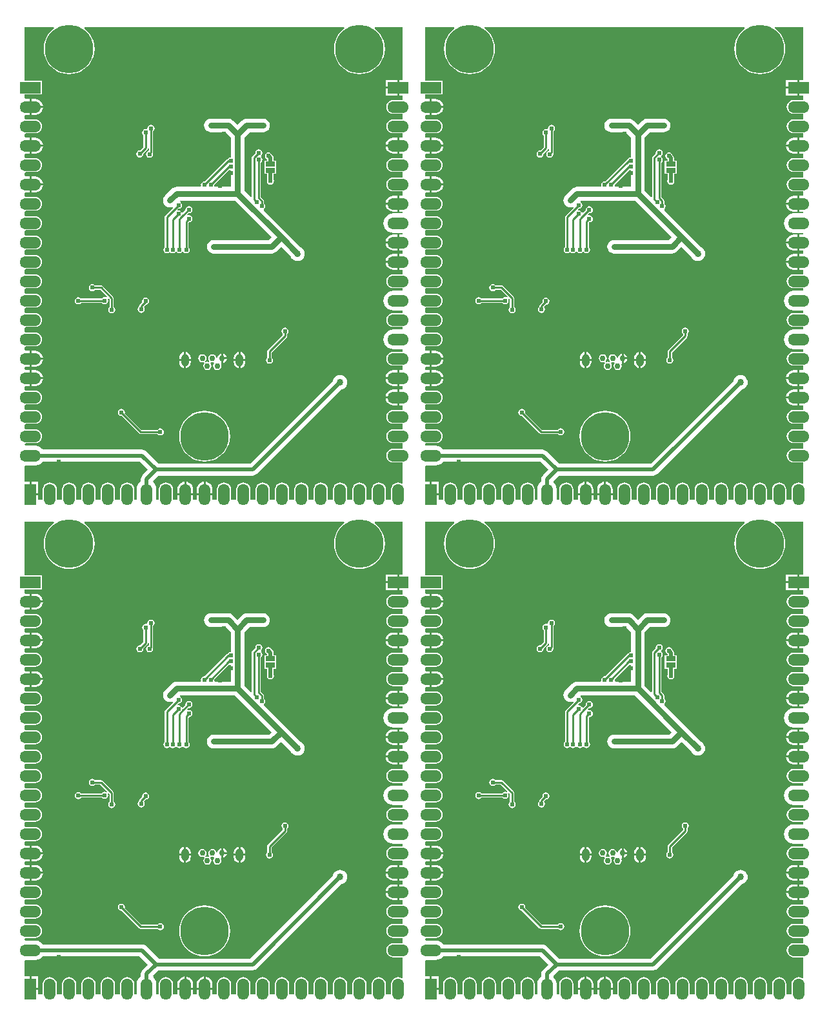
<source format=gbl>
G04 Layer_Physical_Order=2*
G04 Layer_Color=16711680*
%FSLAX25Y25*%
%MOIN*%
G70*
G01*
G75*
%ADD17C,0.01000*%
%ADD20C,0.02000*%
%ADD23C,0.03000*%
%ADD24C,0.25000*%
%ADD25R,0.11000X0.06000*%
%ADD26O,0.11000X0.06000*%
%ADD27R,0.06000X0.11000*%
%ADD28O,0.06000X0.11000*%
%ADD29C,0.02953*%
G04:AMPARAMS|DCode=30|XSize=39.37mil|YSize=62.99mil|CornerRadius=19.68mil|HoleSize=0mil|Usage=FLASHONLY|Rotation=0.000|XOffset=0mil|YOffset=0mil|HoleType=Round|Shape=RoundedRectangle|*
%AMROUNDEDRECTD30*
21,1,0.03937,0.02362,0,0,0.0*
21,1,0.00000,0.06299,0,0,0.0*
1,1,0.03937,0.00000,-0.01181*
1,1,0.03937,0.00000,-0.01181*
1,1,0.03937,0.00000,0.01181*
1,1,0.03937,0.00000,0.01181*
%
%ADD30ROUNDEDRECTD30*%
%ADD31C,0.02400*%
%ADD32C,0.03400*%
%ADD33R,0.05000X0.02500*%
G36*
X407357Y477200D02*
X405400D01*
Y473200D01*
Y469200D01*
X407357D01*
Y466831D01*
X402400D01*
X401460Y466707D01*
X400585Y466345D01*
X399833Y465768D01*
X399255Y465016D01*
X398893Y464140D01*
X398769Y463200D01*
X398893Y462260D01*
X399255Y461384D01*
X399833Y460633D01*
X400585Y460055D01*
X401460Y459693D01*
X402400Y459569D01*
X407357D01*
Y456831D01*
X402400D01*
X401460Y456707D01*
X400585Y456345D01*
X399833Y455768D01*
X399255Y455016D01*
X398893Y454140D01*
X398769Y453200D01*
X398893Y452260D01*
X399255Y451384D01*
X399833Y450632D01*
X400585Y450055D01*
X401460Y449693D01*
X402400Y449569D01*
X407357D01*
Y447234D01*
X405400D01*
Y443200D01*
Y439165D01*
X407357D01*
Y436831D01*
X402400D01*
X401460Y436707D01*
X400585Y436345D01*
X399833Y435768D01*
X399255Y435015D01*
X398893Y434140D01*
X398769Y433200D01*
X398893Y432260D01*
X399255Y431385D01*
X399833Y430632D01*
X400585Y430055D01*
X401460Y429693D01*
X402400Y429569D01*
X407357D01*
Y426831D01*
X402400D01*
X401460Y426707D01*
X400585Y426345D01*
X399833Y425768D01*
X399255Y425015D01*
X398893Y424140D01*
X398769Y423200D01*
X398893Y422260D01*
X399255Y421384D01*
X399833Y420633D01*
X400585Y420055D01*
X401460Y419693D01*
X402400Y419569D01*
X407357D01*
Y417235D01*
X405400D01*
Y413200D01*
Y409165D01*
X407357D01*
Y408243D01*
X402400D01*
X401095Y408071D01*
X399878Y407568D01*
X398834Y406766D01*
X398032Y405722D01*
X397529Y404505D01*
X397357Y403200D01*
X397529Y401895D01*
X398032Y400678D01*
X398834Y399634D01*
X399878Y398833D01*
X401095Y398329D01*
X402400Y398157D01*
X407357D01*
Y397235D01*
X405400D01*
Y393200D01*
Y389165D01*
X407357D01*
Y387234D01*
X405400D01*
Y383200D01*
Y379166D01*
X407357D01*
Y376831D01*
X402400D01*
X401460Y376707D01*
X400585Y376345D01*
X399833Y375768D01*
X399255Y375015D01*
X398893Y374140D01*
X398769Y373200D01*
X398893Y372260D01*
X399255Y371385D01*
X399833Y370633D01*
X400585Y370055D01*
X401460Y369693D01*
X402400Y369569D01*
X407357D01*
Y368243D01*
X402400D01*
X401095Y368071D01*
X399878Y367567D01*
X398834Y366766D01*
X398032Y365722D01*
X397529Y364505D01*
X397357Y363200D01*
X397529Y361895D01*
X398032Y360678D01*
X398834Y359634D01*
X399878Y358833D01*
X401095Y358329D01*
X402400Y358157D01*
X407357D01*
Y356831D01*
X402400D01*
X401460Y356707D01*
X400585Y356345D01*
X399833Y355768D01*
X399255Y355015D01*
X398893Y354140D01*
X398769Y353200D01*
X398893Y352260D01*
X399255Y351384D01*
X399833Y350633D01*
X400585Y350055D01*
X401460Y349693D01*
X402400Y349569D01*
X407357D01*
Y348243D01*
X402400D01*
X401095Y348071D01*
X399878Y347568D01*
X398834Y346766D01*
X398032Y345722D01*
X397529Y344505D01*
X397357Y343200D01*
X397529Y341895D01*
X398032Y340678D01*
X398834Y339634D01*
X399878Y338832D01*
X401095Y338329D01*
X402400Y338157D01*
X407357D01*
Y336831D01*
X402400D01*
X401460Y336707D01*
X400585Y336345D01*
X399833Y335768D01*
X399255Y335016D01*
X398893Y334140D01*
X398769Y333200D01*
X398893Y332260D01*
X399255Y331384D01*
X399833Y330632D01*
X400585Y330055D01*
X401460Y329693D01*
X402400Y329569D01*
X407357D01*
Y327235D01*
X405400D01*
Y323200D01*
Y319165D01*
X407357D01*
Y317234D01*
X405400D01*
Y313200D01*
Y309166D01*
X407357D01*
Y306831D01*
X402400D01*
X401460Y306707D01*
X400585Y306345D01*
X399833Y305768D01*
X399255Y305015D01*
X398893Y304140D01*
X398769Y303200D01*
X398893Y302260D01*
X399255Y301384D01*
X399833Y300633D01*
X400585Y300055D01*
X401460Y299693D01*
X402400Y299569D01*
X407357D01*
Y296831D01*
X402400D01*
X401460Y296707D01*
X400585Y296345D01*
X399833Y295768D01*
X399255Y295016D01*
X398893Y294140D01*
X398769Y293200D01*
X398893Y292260D01*
X399255Y291385D01*
X399833Y290633D01*
X400585Y290055D01*
X401460Y289693D01*
X402400Y289569D01*
X407357D01*
Y286831D01*
X402400D01*
X401460Y286707D01*
X400585Y286345D01*
X399833Y285768D01*
X399255Y285016D01*
X398893Y284140D01*
X398769Y283200D01*
X398893Y282260D01*
X399255Y281384D01*
X399833Y280632D01*
X400585Y280055D01*
X401460Y279693D01*
X402400Y279569D01*
X407357D01*
Y269031D01*
X406819Y268765D01*
X406715Y268845D01*
X405840Y269207D01*
X404900Y269331D01*
X403960Y269207D01*
X403085Y268845D01*
X402332Y268268D01*
X401755Y267515D01*
X401393Y266640D01*
X401269Y265700D01*
Y260700D01*
X401044Y260443D01*
X398756D01*
X398531Y260700D01*
Y265700D01*
X398407Y266640D01*
X398045Y267515D01*
X397467Y268268D01*
X396715Y268845D01*
X395840Y269207D01*
X394900Y269331D01*
X393960Y269207D01*
X393085Y268845D01*
X392333Y268268D01*
X391755Y267515D01*
X391393Y266640D01*
X391269Y265700D01*
Y260700D01*
X391044Y260443D01*
X388756D01*
X388531Y260700D01*
Y265700D01*
X388407Y266640D01*
X388045Y267515D01*
X387468Y268268D01*
X386716Y268845D01*
X385840Y269207D01*
X384900Y269331D01*
X383960Y269207D01*
X383085Y268845D01*
X382332Y268268D01*
X381755Y267515D01*
X381393Y266640D01*
X381269Y265700D01*
Y260700D01*
X381044Y260443D01*
X378756D01*
X378531Y260700D01*
Y265700D01*
X378407Y266640D01*
X378045Y267515D01*
X377467Y268268D01*
X376715Y268845D01*
X375840Y269207D01*
X374900Y269331D01*
X373960Y269207D01*
X373084Y268845D01*
X372333Y268268D01*
X371755Y267515D01*
X371393Y266640D01*
X371269Y265700D01*
Y260700D01*
X371044Y260443D01*
X368756D01*
X368531Y260700D01*
Y265700D01*
X368407Y266640D01*
X368045Y267515D01*
X367467Y268268D01*
X366716Y268845D01*
X365840Y269207D01*
X364900Y269331D01*
X363960Y269207D01*
X363085Y268845D01*
X362333Y268268D01*
X361755Y267515D01*
X361393Y266640D01*
X361269Y265700D01*
Y260700D01*
X361044Y260443D01*
X358756D01*
X358531Y260700D01*
Y265700D01*
X358407Y266640D01*
X358045Y267515D01*
X357468Y268268D01*
X356715Y268845D01*
X355840Y269207D01*
X354900Y269331D01*
X353960Y269207D01*
X353084Y268845D01*
X352332Y268268D01*
X351755Y267515D01*
X351393Y266640D01*
X351269Y265700D01*
Y260700D01*
X351044Y260443D01*
X348756D01*
X348531Y260700D01*
Y265700D01*
X348407Y266640D01*
X348045Y267515D01*
X347467Y268268D01*
X346715Y268845D01*
X345840Y269207D01*
X344900Y269331D01*
X343960Y269207D01*
X343085Y268845D01*
X342333Y268268D01*
X341755Y267515D01*
X341393Y266640D01*
X341269Y265700D01*
Y260700D01*
X341044Y260443D01*
X338756D01*
X338531Y260700D01*
Y265700D01*
X338407Y266640D01*
X338045Y267515D01*
X337468Y268268D01*
X336716Y268845D01*
X335840Y269207D01*
X334900Y269331D01*
X333960Y269207D01*
X333085Y268845D01*
X332332Y268268D01*
X331755Y267515D01*
X331393Y266640D01*
X331269Y265700D01*
Y260700D01*
X331044Y260443D01*
X328756D01*
X328531Y260700D01*
Y265700D01*
X328407Y266640D01*
X328045Y267515D01*
X327467Y268268D01*
X326715Y268845D01*
X325840Y269207D01*
X324900Y269331D01*
X323960Y269207D01*
X323084Y268845D01*
X322333Y268268D01*
X321755Y267515D01*
X321393Y266640D01*
X321269Y265700D01*
Y260700D01*
X321044Y260443D01*
X318756D01*
X318531Y260700D01*
Y265700D01*
X318407Y266640D01*
X318045Y267515D01*
X317467Y268268D01*
X316716Y268845D01*
X315840Y269207D01*
X314900Y269331D01*
X313960Y269207D01*
X313085Y268845D01*
X312333Y268268D01*
X311755Y267515D01*
X311393Y266640D01*
X311269Y265700D01*
Y260700D01*
X311044Y260443D01*
X309160D01*
X308934Y260700D01*
Y262700D01*
X304900D01*
X300866D01*
Y260700D01*
X300640Y260443D01*
X299160D01*
X298935Y260700D01*
Y262700D01*
X294900D01*
X290865D01*
Y260700D01*
X290640Y260443D01*
X288756D01*
X288531Y260700D01*
Y265700D01*
X288407Y266640D01*
X288045Y267515D01*
X287468Y268268D01*
X286716Y268845D01*
X285840Y269207D01*
X284900Y269331D01*
X283960Y269207D01*
X283085Y268845D01*
X282332Y268268D01*
X281755Y267515D01*
X281393Y266640D01*
X281269Y265700D01*
Y260700D01*
X281044Y260443D01*
X280168D01*
X279943Y260700D01*
Y265700D01*
X279771Y267005D01*
X279268Y268222D01*
X278466Y269266D01*
X278413Y269307D01*
X278366Y270087D01*
X281153Y272874D01*
X329800D01*
X330583Y272977D01*
X331313Y273280D01*
X331940Y273760D01*
X375530Y317351D01*
X375866Y317395D01*
X376766Y317768D01*
X377539Y318361D01*
X378132Y319134D01*
X378505Y320034D01*
X378632Y321000D01*
X378505Y321966D01*
X378132Y322866D01*
X377539Y323639D01*
X376766Y324232D01*
X375866Y324605D01*
X374900Y324732D01*
X373934Y324605D01*
X373034Y324232D01*
X372261Y323639D01*
X371668Y322866D01*
X371295Y321966D01*
X371251Y321630D01*
X328547Y278926D01*
X281153D01*
X274740Y285340D01*
X274113Y285821D01*
X273383Y286123D01*
X272600Y286226D01*
X221380D01*
X220966Y286766D01*
X219922Y287567D01*
X218705Y288071D01*
X217400Y288243D01*
X212435D01*
X211984Y288671D01*
X211984Y289167D01*
X212400Y289569D01*
X217400D01*
X218340Y289693D01*
X219215Y290055D01*
X219968Y290633D01*
X220545Y291385D01*
X220907Y292260D01*
X221031Y293200D01*
X220907Y294140D01*
X220545Y295016D01*
X219968Y295768D01*
X219215Y296345D01*
X218340Y296707D01*
X217400Y296831D01*
X212400D01*
X212394Y296830D01*
X211943Y297226D01*
Y299174D01*
X212394Y299570D01*
X212400Y299569D01*
X217400D01*
X218340Y299693D01*
X219215Y300055D01*
X219968Y300633D01*
X220545Y301384D01*
X220907Y302260D01*
X221031Y303200D01*
X220907Y304140D01*
X220545Y305015D01*
X219968Y305768D01*
X219215Y306345D01*
X218340Y306707D01*
X217400Y306831D01*
X212400D01*
X212394Y306830D01*
X211943Y307226D01*
Y309174D01*
X212394Y309570D01*
X212400Y309569D01*
X217400D01*
X218340Y309693D01*
X219215Y310055D01*
X219968Y310632D01*
X220545Y311385D01*
X220907Y312260D01*
X221031Y313200D01*
X220907Y314140D01*
X220545Y315016D01*
X219968Y315768D01*
X219215Y316345D01*
X218340Y316707D01*
X217400Y316831D01*
X212400D01*
X212394Y316830D01*
X211943Y317226D01*
Y318771D01*
X212394Y319166D01*
X212400Y319165D01*
X214400D01*
Y323200D01*
Y327235D01*
X212400D01*
X212394Y327234D01*
X211943Y327629D01*
Y328771D01*
X212394Y329166D01*
X212400Y329166D01*
X214400D01*
Y333200D01*
Y337234D01*
X212400D01*
X212394Y337234D01*
X211943Y337629D01*
Y339174D01*
X212394Y339570D01*
X212400Y339569D01*
X217400D01*
X218340Y339693D01*
X219215Y340055D01*
X219968Y340633D01*
X220545Y341385D01*
X220907Y342260D01*
X221031Y343200D01*
X220907Y344140D01*
X220545Y345016D01*
X219968Y345768D01*
X219215Y346345D01*
X218340Y346707D01*
X217400Y346831D01*
X212400D01*
X212394Y346830D01*
X211943Y347226D01*
Y349174D01*
X212394Y349570D01*
X212400Y349569D01*
X217400D01*
X218340Y349693D01*
X219215Y350055D01*
X219968Y350633D01*
X220545Y351384D01*
X220907Y352260D01*
X221031Y353200D01*
X220907Y354140D01*
X220545Y355015D01*
X219968Y355768D01*
X219215Y356345D01*
X218340Y356707D01*
X217400Y356831D01*
X212400D01*
X212394Y356830D01*
X211943Y357226D01*
Y359174D01*
X212394Y359570D01*
X212400Y359569D01*
X217400D01*
X218340Y359693D01*
X219215Y360055D01*
X219968Y360632D01*
X220545Y361385D01*
X220907Y362260D01*
X221031Y363200D01*
X220907Y364140D01*
X220545Y365016D01*
X219968Y365768D01*
X219215Y366345D01*
X218340Y366707D01*
X217400Y366831D01*
X212400D01*
X212394Y366830D01*
X211943Y367226D01*
Y369174D01*
X212394Y369570D01*
X212400Y369569D01*
X217400D01*
X218340Y369693D01*
X219215Y370055D01*
X219968Y370633D01*
X220545Y371385D01*
X220907Y372260D01*
X221031Y373200D01*
X220907Y374140D01*
X220545Y375015D01*
X219968Y375768D01*
X219215Y376345D01*
X218340Y376707D01*
X217400Y376831D01*
X212400D01*
X212394Y376830D01*
X211943Y377226D01*
Y379174D01*
X212394Y379570D01*
X212400Y379569D01*
X217400D01*
X218340Y379693D01*
X219215Y380055D01*
X219968Y380632D01*
X220545Y381384D01*
X220907Y382260D01*
X221031Y383200D01*
X220907Y384140D01*
X220545Y385016D01*
X219968Y385768D01*
X219215Y386345D01*
X218340Y386707D01*
X217400Y386831D01*
X212400D01*
X212394Y386830D01*
X211943Y387226D01*
Y389174D01*
X212394Y389570D01*
X212400Y389569D01*
X217400D01*
X218340Y389693D01*
X219215Y390055D01*
X219968Y390633D01*
X220545Y391385D01*
X220907Y392260D01*
X221031Y393200D01*
X220907Y394140D01*
X220545Y395016D01*
X219968Y395768D01*
X219215Y396345D01*
X218340Y396707D01*
X217400Y396831D01*
X212400D01*
X212394Y396830D01*
X211943Y397226D01*
Y399174D01*
X212394Y399570D01*
X212400Y399569D01*
X217400D01*
X218340Y399693D01*
X219215Y400055D01*
X219968Y400632D01*
X220545Y401384D01*
X220907Y402260D01*
X221031Y403200D01*
X220907Y404140D01*
X220545Y405016D01*
X219968Y405768D01*
X219215Y406345D01*
X218340Y406707D01*
X217400Y406831D01*
X212400D01*
X212394Y406830D01*
X211943Y407226D01*
Y409174D01*
X212394Y409570D01*
X212400Y409569D01*
X217400D01*
X218340Y409693D01*
X219215Y410055D01*
X219968Y410633D01*
X220545Y411384D01*
X220907Y412260D01*
X221031Y413200D01*
X220907Y414140D01*
X220545Y415016D01*
X219968Y415768D01*
X219215Y416345D01*
X218340Y416707D01*
X217400Y416831D01*
X212400D01*
X212394Y416830D01*
X211943Y417226D01*
Y418771D01*
X212394Y419166D01*
X212400Y419166D01*
X214400D01*
Y423200D01*
Y427235D01*
X212400D01*
X212394Y427234D01*
X211943Y427629D01*
Y429174D01*
X212394Y429570D01*
X212400Y429569D01*
X217400D01*
X218340Y429693D01*
X219215Y430055D01*
X219968Y430632D01*
X220545Y431385D01*
X220907Y432260D01*
X221031Y433200D01*
X220907Y434140D01*
X220545Y435015D01*
X219968Y435768D01*
X219215Y436345D01*
X218340Y436707D01*
X217400Y436831D01*
X212400D01*
X212394Y436830D01*
X211943Y437226D01*
Y438771D01*
X212394Y439166D01*
X212400Y439165D01*
X214400D01*
Y443200D01*
Y447234D01*
X212400D01*
X212394Y447234D01*
X211943Y447629D01*
Y449174D01*
X212394Y449570D01*
X212400Y449569D01*
X217400D01*
X218340Y449693D01*
X219215Y450055D01*
X219968Y450632D01*
X220545Y451384D01*
X220907Y452260D01*
X221031Y453200D01*
X220907Y454140D01*
X220545Y455016D01*
X219968Y455768D01*
X219215Y456345D01*
X218340Y456707D01*
X217400Y456831D01*
X212400D01*
X212394Y456830D01*
X211943Y457226D01*
Y458771D01*
X212394Y459166D01*
X212400Y459165D01*
X214400D01*
Y463200D01*
Y467235D01*
X212400D01*
X212394Y467234D01*
X211943Y467629D01*
Y469600D01*
X221000D01*
Y476800D01*
X211943D01*
Y504357D01*
X227001D01*
X227090Y503757D01*
X225608Y502492D01*
X224269Y500924D01*
X223192Y499166D01*
X222403Y497261D01*
X221921Y495256D01*
X221760Y493200D01*
X221921Y491144D01*
X222403Y489139D01*
X223192Y487234D01*
X224269Y485476D01*
X225608Y483908D01*
X227176Y482569D01*
X228934Y481492D01*
X230839Y480703D01*
X232844Y480221D01*
X234900Y480059D01*
X236956Y480221D01*
X238961Y480703D01*
X240866Y481492D01*
X242624Y482569D01*
X244192Y483908D01*
X245531Y485476D01*
X246608Y487234D01*
X247397Y489139D01*
X247879Y491144D01*
X248041Y493200D01*
X247879Y495256D01*
X247397Y497261D01*
X246608Y499166D01*
X245531Y500924D01*
X244192Y502492D01*
X242710Y503757D01*
X242799Y504357D01*
X377001D01*
X377090Y503757D01*
X375608Y502492D01*
X374269Y500924D01*
X373192Y499166D01*
X372403Y497261D01*
X371921Y495256D01*
X371760Y493200D01*
X371921Y491144D01*
X372403Y489139D01*
X373192Y487234D01*
X374269Y485476D01*
X375608Y483908D01*
X377176Y482569D01*
X378934Y481492D01*
X380839Y480703D01*
X382844Y480221D01*
X384900Y480059D01*
X386956Y480221D01*
X388961Y480703D01*
X390866Y481492D01*
X392624Y482569D01*
X394192Y483908D01*
X395531Y485476D01*
X396608Y487234D01*
X397397Y489139D01*
X397879Y491144D01*
X398041Y493200D01*
X397879Y495256D01*
X397397Y497261D01*
X396608Y499166D01*
X395531Y500924D01*
X394192Y502492D01*
X392710Y503757D01*
X392799Y504357D01*
X407357D01*
Y477200D01*
D02*
G37*
G36*
X200457D02*
X198500D01*
Y473200D01*
Y469200D01*
X200457D01*
Y466831D01*
X195500D01*
X194560Y466707D01*
X193684Y466345D01*
X192932Y465768D01*
X192355Y465016D01*
X191993Y464140D01*
X191869Y463200D01*
X191993Y462260D01*
X192355Y461384D01*
X192932Y460633D01*
X193684Y460055D01*
X194560Y459693D01*
X195500Y459569D01*
X200457D01*
Y456831D01*
X195500D01*
X194560Y456707D01*
X193684Y456345D01*
X192932Y455768D01*
X192355Y455016D01*
X191993Y454140D01*
X191869Y453200D01*
X191993Y452260D01*
X192355Y451384D01*
X192932Y450632D01*
X193684Y450055D01*
X194560Y449693D01*
X195500Y449569D01*
X200457D01*
Y447234D01*
X198500D01*
Y443200D01*
Y439165D01*
X200457D01*
Y436831D01*
X195500D01*
X194560Y436707D01*
X193684Y436345D01*
X192932Y435768D01*
X192355Y435015D01*
X191993Y434140D01*
X191869Y433200D01*
X191993Y432260D01*
X192355Y431385D01*
X192932Y430632D01*
X193684Y430055D01*
X194560Y429693D01*
X195500Y429569D01*
X200457D01*
Y426831D01*
X195500D01*
X194560Y426707D01*
X193684Y426345D01*
X192932Y425768D01*
X192355Y425015D01*
X191993Y424140D01*
X191869Y423200D01*
X191993Y422260D01*
X192355Y421384D01*
X192932Y420633D01*
X193684Y420055D01*
X194560Y419693D01*
X195500Y419569D01*
X200457D01*
Y417235D01*
X198500D01*
Y413200D01*
Y409165D01*
X200457D01*
Y408243D01*
X195500D01*
X194195Y408071D01*
X192978Y407568D01*
X191934Y406766D01*
X191132Y405722D01*
X190629Y404505D01*
X190457Y403200D01*
X190629Y401895D01*
X191132Y400678D01*
X191934Y399634D01*
X192978Y398833D01*
X194195Y398329D01*
X195500Y398157D01*
X200457D01*
Y397235D01*
X198500D01*
Y393200D01*
Y389165D01*
X200457D01*
Y387234D01*
X198500D01*
Y383200D01*
Y379166D01*
X200457D01*
Y376831D01*
X195500D01*
X194560Y376707D01*
X193684Y376345D01*
X192932Y375768D01*
X192355Y375015D01*
X191993Y374140D01*
X191869Y373200D01*
X191993Y372260D01*
X192355Y371385D01*
X192932Y370633D01*
X193684Y370055D01*
X194560Y369693D01*
X195500Y369569D01*
X200457D01*
Y368243D01*
X195500D01*
X194195Y368071D01*
X192978Y367567D01*
X191934Y366766D01*
X191132Y365722D01*
X190629Y364505D01*
X190457Y363200D01*
X190629Y361895D01*
X191132Y360678D01*
X191934Y359634D01*
X192978Y358833D01*
X194195Y358329D01*
X195500Y358157D01*
X200457D01*
Y356831D01*
X195500D01*
X194560Y356707D01*
X193684Y356345D01*
X192932Y355768D01*
X192355Y355015D01*
X191993Y354140D01*
X191869Y353200D01*
X191993Y352260D01*
X192355Y351384D01*
X192932Y350633D01*
X193684Y350055D01*
X194560Y349693D01*
X195500Y349569D01*
X200457D01*
Y348243D01*
X195500D01*
X194195Y348071D01*
X192978Y347568D01*
X191934Y346766D01*
X191132Y345722D01*
X190629Y344505D01*
X190457Y343200D01*
X190629Y341895D01*
X191132Y340678D01*
X191934Y339634D01*
X192978Y338832D01*
X194195Y338329D01*
X195500Y338157D01*
X200457D01*
Y336831D01*
X195500D01*
X194560Y336707D01*
X193684Y336345D01*
X192932Y335768D01*
X192355Y335016D01*
X191993Y334140D01*
X191869Y333200D01*
X191993Y332260D01*
X192355Y331384D01*
X192932Y330632D01*
X193684Y330055D01*
X194560Y329693D01*
X195500Y329569D01*
X200457D01*
Y327235D01*
X198500D01*
Y323200D01*
Y319165D01*
X200457D01*
Y317234D01*
X198500D01*
Y313200D01*
Y309166D01*
X200457D01*
Y306831D01*
X195500D01*
X194560Y306707D01*
X193684Y306345D01*
X192932Y305768D01*
X192355Y305015D01*
X191993Y304140D01*
X191869Y303200D01*
X191993Y302260D01*
X192355Y301384D01*
X192932Y300633D01*
X193684Y300055D01*
X194560Y299693D01*
X195500Y299569D01*
X200457D01*
Y296831D01*
X195500D01*
X194560Y296707D01*
X193684Y296345D01*
X192932Y295768D01*
X192355Y295016D01*
X191993Y294140D01*
X191869Y293200D01*
X191993Y292260D01*
X192355Y291385D01*
X192932Y290633D01*
X193684Y290055D01*
X194560Y289693D01*
X195500Y289569D01*
X200457D01*
Y286831D01*
X195500D01*
X194560Y286707D01*
X193684Y286345D01*
X192932Y285768D01*
X192355Y285016D01*
X191993Y284140D01*
X191869Y283200D01*
X191993Y282260D01*
X192355Y281384D01*
X192932Y280632D01*
X193684Y280055D01*
X194560Y279693D01*
X195500Y279569D01*
X200457D01*
Y269031D01*
X199919Y268765D01*
X199815Y268845D01*
X198940Y269207D01*
X198000Y269331D01*
X197060Y269207D01*
X196185Y268845D01*
X195432Y268268D01*
X194855Y267515D01*
X194493Y266640D01*
X194369Y265700D01*
Y260700D01*
X194144Y260443D01*
X191856D01*
X191631Y260700D01*
Y265700D01*
X191507Y266640D01*
X191145Y267515D01*
X190568Y268268D01*
X189815Y268845D01*
X188940Y269207D01*
X188000Y269331D01*
X187060Y269207D01*
X186185Y268845D01*
X185432Y268268D01*
X184855Y267515D01*
X184493Y266640D01*
X184369Y265700D01*
Y260700D01*
X184144Y260443D01*
X181856D01*
X181631Y260700D01*
Y265700D01*
X181507Y266640D01*
X181145Y267515D01*
X180568Y268268D01*
X179815Y268845D01*
X178940Y269207D01*
X178000Y269331D01*
X177060Y269207D01*
X176184Y268845D01*
X175432Y268268D01*
X174855Y267515D01*
X174493Y266640D01*
X174369Y265700D01*
Y260700D01*
X174144Y260443D01*
X171856D01*
X171631Y260700D01*
Y265700D01*
X171507Y266640D01*
X171145Y267515D01*
X170568Y268268D01*
X169816Y268845D01*
X168940Y269207D01*
X168000Y269331D01*
X167060Y269207D01*
X166184Y268845D01*
X165432Y268268D01*
X164855Y267515D01*
X164493Y266640D01*
X164369Y265700D01*
Y260700D01*
X164144Y260443D01*
X161856D01*
X161631Y260700D01*
Y265700D01*
X161507Y266640D01*
X161145Y267515D01*
X160568Y268268D01*
X159816Y268845D01*
X158940Y269207D01*
X158000Y269331D01*
X157060Y269207D01*
X156184Y268845D01*
X155432Y268268D01*
X154855Y267515D01*
X154493Y266640D01*
X154369Y265700D01*
Y260700D01*
X154144Y260443D01*
X151856D01*
X151631Y260700D01*
Y265700D01*
X151507Y266640D01*
X151145Y267515D01*
X150568Y268268D01*
X149815Y268845D01*
X148940Y269207D01*
X148000Y269331D01*
X147060Y269207D01*
X146185Y268845D01*
X145432Y268268D01*
X144855Y267515D01*
X144493Y266640D01*
X144369Y265700D01*
Y260700D01*
X144144Y260443D01*
X141856D01*
X141631Y260700D01*
Y265700D01*
X141507Y266640D01*
X141145Y267515D01*
X140568Y268268D01*
X139815Y268845D01*
X138940Y269207D01*
X138000Y269331D01*
X137060Y269207D01*
X136185Y268845D01*
X135432Y268268D01*
X134855Y267515D01*
X134493Y266640D01*
X134369Y265700D01*
Y260700D01*
X134144Y260443D01*
X131856D01*
X131631Y260700D01*
Y265700D01*
X131507Y266640D01*
X131145Y267515D01*
X130568Y268268D01*
X129815Y268845D01*
X128940Y269207D01*
X128000Y269331D01*
X127060Y269207D01*
X126184Y268845D01*
X125432Y268268D01*
X124855Y267515D01*
X124493Y266640D01*
X124369Y265700D01*
Y260700D01*
X124144Y260443D01*
X121856D01*
X121631Y260700D01*
Y265700D01*
X121507Y266640D01*
X121145Y267515D01*
X120568Y268268D01*
X119816Y268845D01*
X118940Y269207D01*
X118000Y269331D01*
X117060Y269207D01*
X116184Y268845D01*
X115432Y268268D01*
X114855Y267515D01*
X114493Y266640D01*
X114369Y265700D01*
Y260700D01*
X114144Y260443D01*
X111856D01*
X111631Y260700D01*
Y265700D01*
X111507Y266640D01*
X111145Y267515D01*
X110568Y268268D01*
X109816Y268845D01*
X108940Y269207D01*
X108000Y269331D01*
X107060Y269207D01*
X106184Y268845D01*
X105432Y268268D01*
X104855Y267515D01*
X104493Y266640D01*
X104369Y265700D01*
Y260700D01*
X104144Y260443D01*
X102260D01*
X102034Y260700D01*
Y262700D01*
X98000D01*
X93966D01*
Y260700D01*
X93740Y260443D01*
X92260D01*
X92035Y260700D01*
Y262700D01*
X88000D01*
X83965D01*
Y260700D01*
X83740Y260443D01*
X81856D01*
X81631Y260700D01*
Y265700D01*
X81507Y266640D01*
X81145Y267515D01*
X80568Y268268D01*
X79816Y268845D01*
X78940Y269207D01*
X78000Y269331D01*
X77060Y269207D01*
X76184Y268845D01*
X75432Y268268D01*
X74855Y267515D01*
X74493Y266640D01*
X74369Y265700D01*
Y260700D01*
X74144Y260443D01*
X73268D01*
X73043Y260700D01*
Y265700D01*
X72871Y267005D01*
X72368Y268222D01*
X71566Y269266D01*
X71513Y269307D01*
X71466Y270087D01*
X74253Y272874D01*
X122900D01*
X123683Y272977D01*
X124413Y273280D01*
X125040Y273760D01*
X168630Y317351D01*
X168966Y317395D01*
X169866Y317768D01*
X170639Y318361D01*
X171232Y319134D01*
X171605Y320034D01*
X171732Y321000D01*
X171605Y321966D01*
X171232Y322866D01*
X170639Y323639D01*
X169866Y324232D01*
X168966Y324605D01*
X168000Y324732D01*
X167034Y324605D01*
X166134Y324232D01*
X165361Y323639D01*
X164768Y322866D01*
X164395Y321966D01*
X164351Y321630D01*
X121647Y278926D01*
X74253D01*
X67840Y285340D01*
X67213Y285821D01*
X66483Y286123D01*
X65700Y286226D01*
X14480D01*
X14066Y286766D01*
X13022Y287567D01*
X11805Y288071D01*
X10500Y288243D01*
X5535D01*
X5084Y288671D01*
X5084Y289167D01*
X5500Y289569D01*
X10500D01*
X11440Y289693D01*
X12315Y290055D01*
X13068Y290633D01*
X13645Y291385D01*
X14007Y292260D01*
X14131Y293200D01*
X14007Y294140D01*
X13645Y295016D01*
X13068Y295768D01*
X12315Y296345D01*
X11440Y296707D01*
X10500Y296831D01*
X5500D01*
X5494Y296830D01*
X5043Y297226D01*
Y299174D01*
X5494Y299570D01*
X5500Y299569D01*
X10500D01*
X11440Y299693D01*
X12315Y300055D01*
X13068Y300633D01*
X13645Y301384D01*
X14007Y302260D01*
X14131Y303200D01*
X14007Y304140D01*
X13645Y305015D01*
X13068Y305768D01*
X12315Y306345D01*
X11440Y306707D01*
X10500Y306831D01*
X5500D01*
X5494Y306830D01*
X5043Y307226D01*
Y309174D01*
X5494Y309570D01*
X5500Y309569D01*
X10500D01*
X11440Y309693D01*
X12315Y310055D01*
X13068Y310632D01*
X13645Y311385D01*
X14007Y312260D01*
X14131Y313200D01*
X14007Y314140D01*
X13645Y315016D01*
X13068Y315768D01*
X12315Y316345D01*
X11440Y316707D01*
X10500Y316831D01*
X5500D01*
X5494Y316830D01*
X5043Y317226D01*
Y318771D01*
X5494Y319166D01*
X5500Y319165D01*
X7500D01*
Y323200D01*
Y327235D01*
X5500D01*
X5494Y327234D01*
X5043Y327629D01*
Y328771D01*
X5494Y329166D01*
X5500Y329166D01*
X7500D01*
Y333200D01*
Y337234D01*
X5500D01*
X5494Y337234D01*
X5043Y337629D01*
Y339174D01*
X5494Y339570D01*
X5500Y339569D01*
X10500D01*
X11440Y339693D01*
X12315Y340055D01*
X13068Y340633D01*
X13645Y341385D01*
X14007Y342260D01*
X14131Y343200D01*
X14007Y344140D01*
X13645Y345016D01*
X13068Y345768D01*
X12315Y346345D01*
X11440Y346707D01*
X10500Y346831D01*
X5500D01*
X5494Y346830D01*
X5043Y347226D01*
Y349174D01*
X5494Y349570D01*
X5500Y349569D01*
X10500D01*
X11440Y349693D01*
X12315Y350055D01*
X13068Y350633D01*
X13645Y351384D01*
X14007Y352260D01*
X14131Y353200D01*
X14007Y354140D01*
X13645Y355015D01*
X13068Y355768D01*
X12315Y356345D01*
X11440Y356707D01*
X10500Y356831D01*
X5500D01*
X5494Y356830D01*
X5043Y357226D01*
Y359174D01*
X5494Y359570D01*
X5500Y359569D01*
X10500D01*
X11440Y359693D01*
X12315Y360055D01*
X13068Y360632D01*
X13645Y361385D01*
X14007Y362260D01*
X14131Y363200D01*
X14007Y364140D01*
X13645Y365016D01*
X13068Y365768D01*
X12315Y366345D01*
X11440Y366707D01*
X10500Y366831D01*
X5500D01*
X5494Y366830D01*
X5043Y367226D01*
Y369174D01*
X5494Y369570D01*
X5500Y369569D01*
X10500D01*
X11440Y369693D01*
X12315Y370055D01*
X13068Y370633D01*
X13645Y371385D01*
X14007Y372260D01*
X14131Y373200D01*
X14007Y374140D01*
X13645Y375015D01*
X13068Y375768D01*
X12315Y376345D01*
X11440Y376707D01*
X10500Y376831D01*
X5500D01*
X5494Y376830D01*
X5043Y377226D01*
Y379174D01*
X5494Y379570D01*
X5500Y379569D01*
X10500D01*
X11440Y379693D01*
X12315Y380055D01*
X13068Y380632D01*
X13645Y381384D01*
X14007Y382260D01*
X14131Y383200D01*
X14007Y384140D01*
X13645Y385016D01*
X13068Y385768D01*
X12315Y386345D01*
X11440Y386707D01*
X10500Y386831D01*
X5500D01*
X5494Y386830D01*
X5043Y387226D01*
Y389174D01*
X5494Y389570D01*
X5500Y389569D01*
X10500D01*
X11440Y389693D01*
X12315Y390055D01*
X13068Y390633D01*
X13645Y391385D01*
X14007Y392260D01*
X14131Y393200D01*
X14007Y394140D01*
X13645Y395016D01*
X13068Y395768D01*
X12315Y396345D01*
X11440Y396707D01*
X10500Y396831D01*
X5500D01*
X5494Y396830D01*
X5043Y397226D01*
Y399174D01*
X5494Y399570D01*
X5500Y399569D01*
X10500D01*
X11440Y399693D01*
X12315Y400055D01*
X13068Y400632D01*
X13645Y401384D01*
X14007Y402260D01*
X14131Y403200D01*
X14007Y404140D01*
X13645Y405016D01*
X13068Y405768D01*
X12315Y406345D01*
X11440Y406707D01*
X10500Y406831D01*
X5500D01*
X5494Y406830D01*
X5043Y407226D01*
Y409174D01*
X5494Y409570D01*
X5500Y409569D01*
X10500D01*
X11440Y409693D01*
X12315Y410055D01*
X13068Y410633D01*
X13645Y411384D01*
X14007Y412260D01*
X14131Y413200D01*
X14007Y414140D01*
X13645Y415016D01*
X13068Y415768D01*
X12315Y416345D01*
X11440Y416707D01*
X10500Y416831D01*
X5500D01*
X5494Y416830D01*
X5043Y417226D01*
Y418771D01*
X5494Y419166D01*
X5500Y419166D01*
X7500D01*
Y423200D01*
Y427235D01*
X5500D01*
X5494Y427234D01*
X5043Y427629D01*
Y429174D01*
X5494Y429570D01*
X5500Y429569D01*
X10500D01*
X11440Y429693D01*
X12315Y430055D01*
X13068Y430632D01*
X13645Y431385D01*
X14007Y432260D01*
X14131Y433200D01*
X14007Y434140D01*
X13645Y435015D01*
X13068Y435768D01*
X12315Y436345D01*
X11440Y436707D01*
X10500Y436831D01*
X5500D01*
X5494Y436830D01*
X5043Y437226D01*
Y438771D01*
X5494Y439166D01*
X5500Y439165D01*
X7500D01*
Y443200D01*
Y447234D01*
X5500D01*
X5494Y447234D01*
X5043Y447629D01*
Y449174D01*
X5494Y449570D01*
X5500Y449569D01*
X10500D01*
X11440Y449693D01*
X12315Y450055D01*
X13068Y450632D01*
X13645Y451384D01*
X14007Y452260D01*
X14131Y453200D01*
X14007Y454140D01*
X13645Y455016D01*
X13068Y455768D01*
X12315Y456345D01*
X11440Y456707D01*
X10500Y456831D01*
X5500D01*
X5494Y456830D01*
X5043Y457226D01*
Y458771D01*
X5494Y459166D01*
X5500Y459165D01*
X7500D01*
Y463200D01*
Y467235D01*
X5500D01*
X5494Y467234D01*
X5043Y467629D01*
Y469600D01*
X14100D01*
Y476800D01*
X5043D01*
Y504357D01*
X20101D01*
X20190Y503757D01*
X18708Y502492D01*
X17369Y500924D01*
X16292Y499166D01*
X15503Y497261D01*
X15021Y495256D01*
X14860Y493200D01*
X15021Y491144D01*
X15503Y489139D01*
X16292Y487234D01*
X17369Y485476D01*
X18708Y483908D01*
X20276Y482569D01*
X22034Y481492D01*
X23939Y480703D01*
X25944Y480221D01*
X28000Y480059D01*
X30056Y480221D01*
X32061Y480703D01*
X33966Y481492D01*
X35724Y482569D01*
X37292Y483908D01*
X38631Y485476D01*
X39708Y487234D01*
X40497Y489139D01*
X40979Y491144D01*
X41140Y493200D01*
X40979Y495256D01*
X40497Y497261D01*
X39708Y499166D01*
X38631Y500924D01*
X37292Y502492D01*
X35810Y503757D01*
X35899Y504357D01*
X170101D01*
X170190Y503757D01*
X168708Y502492D01*
X167369Y500924D01*
X166292Y499166D01*
X165503Y497261D01*
X165021Y495256D01*
X164859Y493200D01*
X165021Y491144D01*
X165503Y489139D01*
X166292Y487234D01*
X167369Y485476D01*
X168708Y483908D01*
X170276Y482569D01*
X172034Y481492D01*
X173939Y480703D01*
X175944Y480221D01*
X178000Y480059D01*
X180056Y480221D01*
X182061Y480703D01*
X183966Y481492D01*
X185724Y482569D01*
X187292Y483908D01*
X188631Y485476D01*
X189708Y487234D01*
X190497Y489139D01*
X190979Y491144D01*
X191140Y493200D01*
X190979Y495256D01*
X190497Y497261D01*
X189708Y499166D01*
X188631Y500924D01*
X187292Y502492D01*
X185810Y503757D01*
X185899Y504357D01*
X200457D01*
Y477200D01*
D02*
G37*
G36*
X275621Y275900D02*
X272860Y273140D01*
X272379Y272513D01*
X272077Y271783D01*
X271974Y271000D01*
Y269757D01*
X271334Y269266D01*
X270532Y268222D01*
X270029Y267005D01*
X269857Y265700D01*
Y260700D01*
X269632Y260443D01*
X268756D01*
X268531Y260700D01*
Y265700D01*
X268407Y266640D01*
X268045Y267515D01*
X267467Y268268D01*
X266716Y268845D01*
X265840Y269207D01*
X264900Y269331D01*
X263960Y269207D01*
X263085Y268845D01*
X262333Y268268D01*
X261755Y267515D01*
X261393Y266640D01*
X261269Y265700D01*
Y260700D01*
X261044Y260443D01*
X258756D01*
X258531Y260700D01*
Y265700D01*
X258407Y266640D01*
X258045Y267515D01*
X257468Y268268D01*
X256715Y268845D01*
X255840Y269207D01*
X254900Y269331D01*
X253960Y269207D01*
X253084Y268845D01*
X252332Y268268D01*
X251755Y267515D01*
X251393Y266640D01*
X251269Y265700D01*
Y260700D01*
X251044Y260443D01*
X248756D01*
X248531Y260700D01*
Y265700D01*
X248407Y266640D01*
X248045Y267515D01*
X247467Y268268D01*
X246715Y268845D01*
X245840Y269207D01*
X244900Y269331D01*
X243960Y269207D01*
X243085Y268845D01*
X242333Y268268D01*
X241755Y267515D01*
X241393Y266640D01*
X241269Y265700D01*
Y260700D01*
X241044Y260443D01*
X238756D01*
X238531Y260700D01*
Y265700D01*
X238407Y266640D01*
X238045Y267515D01*
X237468Y268268D01*
X236716Y268845D01*
X235840Y269207D01*
X234900Y269331D01*
X233960Y269207D01*
X233085Y268845D01*
X232332Y268268D01*
X231755Y267515D01*
X231393Y266640D01*
X231269Y265700D01*
Y260700D01*
X231044Y260443D01*
X228756D01*
X228531Y260700D01*
Y265700D01*
X228407Y266640D01*
X228045Y267515D01*
X227467Y268268D01*
X226715Y268845D01*
X225840Y269207D01*
X224900Y269331D01*
X223960Y269207D01*
X223084Y268845D01*
X222333Y268268D01*
X221755Y267515D01*
X221393Y266640D01*
X221269Y265700D01*
Y260700D01*
X221044Y260443D01*
X218900D01*
Y262700D01*
X214900D01*
Y263200D01*
X214400D01*
Y269700D01*
X211943D01*
Y277762D01*
X212394Y278158D01*
X212400Y278157D01*
X217400D01*
X218705Y278329D01*
X219922Y278833D01*
X220966Y279634D01*
X221380Y280174D01*
X271347D01*
X275621Y275900D01*
D02*
G37*
G36*
X68721D02*
X65960Y273140D01*
X65479Y272513D01*
X65177Y271783D01*
X65074Y271000D01*
Y269757D01*
X64434Y269266D01*
X63633Y268222D01*
X63129Y267005D01*
X62957Y265700D01*
Y260700D01*
X62732Y260443D01*
X61856D01*
X61631Y260700D01*
Y265700D01*
X61507Y266640D01*
X61145Y267515D01*
X60568Y268268D01*
X59816Y268845D01*
X58940Y269207D01*
X58000Y269331D01*
X57060Y269207D01*
X56185Y268845D01*
X55432Y268268D01*
X54855Y267515D01*
X54493Y266640D01*
X54369Y265700D01*
Y260700D01*
X54144Y260443D01*
X51856D01*
X51631Y260700D01*
Y265700D01*
X51507Y266640D01*
X51145Y267515D01*
X50568Y268268D01*
X49815Y268845D01*
X48940Y269207D01*
X48000Y269331D01*
X47060Y269207D01*
X46185Y268845D01*
X45432Y268268D01*
X44855Y267515D01*
X44493Y266640D01*
X44369Y265700D01*
Y260700D01*
X44144Y260443D01*
X41856D01*
X41631Y260700D01*
Y265700D01*
X41507Y266640D01*
X41145Y267515D01*
X40567Y268268D01*
X39816Y268845D01*
X38940Y269207D01*
X38000Y269331D01*
X37060Y269207D01*
X36184Y268845D01*
X35432Y268268D01*
X34855Y267515D01*
X34493Y266640D01*
X34369Y265700D01*
Y260700D01*
X34144Y260443D01*
X31856D01*
X31631Y260700D01*
Y265700D01*
X31507Y266640D01*
X31145Y267515D01*
X30567Y268268D01*
X29816Y268845D01*
X28940Y269207D01*
X28000Y269331D01*
X27060Y269207D01*
X26184Y268845D01*
X25433Y268268D01*
X24855Y267515D01*
X24493Y266640D01*
X24369Y265700D01*
Y260700D01*
X24144Y260443D01*
X21856D01*
X21631Y260700D01*
Y265700D01*
X21507Y266640D01*
X21145Y267515D01*
X20568Y268268D01*
X19816Y268845D01*
X18940Y269207D01*
X18000Y269331D01*
X17060Y269207D01*
X16184Y268845D01*
X15432Y268268D01*
X14855Y267515D01*
X14493Y266640D01*
X14369Y265700D01*
Y260700D01*
X14144Y260443D01*
X12000D01*
Y262700D01*
X8000D01*
Y263200D01*
X7500D01*
Y269700D01*
X5043D01*
Y277762D01*
X5494Y278158D01*
X5500Y278157D01*
X10500D01*
X11805Y278329D01*
X13022Y278833D01*
X14066Y279634D01*
X14480Y280174D01*
X64447D01*
X68721Y275900D01*
D02*
G37*
G36*
X407357Y221800D02*
X405400D01*
Y217800D01*
Y213800D01*
X407357D01*
Y211431D01*
X402400D01*
X401460Y211307D01*
X400585Y210945D01*
X399833Y210368D01*
X399255Y209615D01*
X398893Y208740D01*
X398769Y207800D01*
X398893Y206860D01*
X399255Y205984D01*
X399833Y205233D01*
X400585Y204655D01*
X401460Y204293D01*
X402400Y204169D01*
X407357D01*
Y201431D01*
X402400D01*
X401460Y201307D01*
X400585Y200945D01*
X399833Y200368D01*
X399255Y199616D01*
X398893Y198740D01*
X398769Y197800D01*
X398893Y196860D01*
X399255Y195984D01*
X399833Y195232D01*
X400585Y194655D01*
X401460Y194293D01*
X402400Y194169D01*
X407357D01*
Y191834D01*
X405400D01*
Y187800D01*
Y183765D01*
X407357D01*
Y181431D01*
X402400D01*
X401460Y181307D01*
X400585Y180945D01*
X399833Y180368D01*
X399255Y179615D01*
X398893Y178740D01*
X398769Y177800D01*
X398893Y176860D01*
X399255Y175985D01*
X399833Y175233D01*
X400585Y174655D01*
X401460Y174293D01*
X402400Y174169D01*
X407357D01*
Y171431D01*
X402400D01*
X401460Y171307D01*
X400585Y170945D01*
X399833Y170368D01*
X399255Y169615D01*
X398893Y168740D01*
X398769Y167800D01*
X398893Y166860D01*
X399255Y165984D01*
X399833Y165233D01*
X400585Y164655D01*
X401460Y164293D01*
X402400Y164169D01*
X407357D01*
Y161835D01*
X405400D01*
Y157800D01*
Y153765D01*
X407357D01*
Y152843D01*
X402400D01*
X401095Y152671D01*
X399878Y152167D01*
X398834Y151366D01*
X398032Y150322D01*
X397529Y149105D01*
X397357Y147800D01*
X397529Y146495D01*
X398032Y145278D01*
X398834Y144234D01*
X399878Y143432D01*
X401095Y142929D01*
X402400Y142757D01*
X407357D01*
Y141834D01*
X405400D01*
Y137800D01*
Y133765D01*
X407357D01*
Y131834D01*
X405400D01*
Y127800D01*
Y123766D01*
X407357D01*
Y121431D01*
X402400D01*
X401460Y121307D01*
X400585Y120945D01*
X399833Y120368D01*
X399255Y119615D01*
X398893Y118740D01*
X398769Y117800D01*
X398893Y116860D01*
X399255Y115984D01*
X399833Y115233D01*
X400585Y114655D01*
X401460Y114293D01*
X402400Y114169D01*
X407357D01*
Y112843D01*
X402400D01*
X401095Y112671D01*
X399878Y112168D01*
X398834Y111366D01*
X398032Y110322D01*
X397529Y109105D01*
X397357Y107800D01*
X397529Y106495D01*
X398032Y105278D01*
X398834Y104234D01*
X399878Y103433D01*
X401095Y102929D01*
X402400Y102757D01*
X407357D01*
Y101431D01*
X402400D01*
X401460Y101307D01*
X400585Y100945D01*
X399833Y100368D01*
X399255Y99616D01*
X398893Y98740D01*
X398769Y97800D01*
X398893Y96860D01*
X399255Y95985D01*
X399833Y95232D01*
X400585Y94655D01*
X401460Y94293D01*
X402400Y94169D01*
X407357D01*
Y92843D01*
X402400D01*
X401095Y92671D01*
X399878Y92168D01*
X398834Y91366D01*
X398032Y90322D01*
X397529Y89105D01*
X397357Y87800D01*
X397529Y86495D01*
X398032Y85278D01*
X398834Y84234D01*
X399878Y83433D01*
X401095Y82929D01*
X402400Y82757D01*
X407357D01*
Y81431D01*
X402400D01*
X401460Y81307D01*
X400585Y80945D01*
X399833Y80368D01*
X399255Y79615D01*
X398893Y78740D01*
X398769Y77800D01*
X398893Y76860D01*
X399255Y75985D01*
X399833Y75232D01*
X400585Y74655D01*
X401460Y74293D01*
X402400Y74169D01*
X407357D01*
Y71834D01*
X405400D01*
Y67800D01*
Y63766D01*
X407357D01*
Y61835D01*
X405400D01*
Y57800D01*
Y53765D01*
X407357D01*
Y51431D01*
X402400D01*
X401460Y51307D01*
X400585Y50945D01*
X399833Y50368D01*
X399255Y49615D01*
X398893Y48740D01*
X398769Y47800D01*
X398893Y46860D01*
X399255Y45985D01*
X399833Y45232D01*
X400585Y44655D01*
X401460Y44293D01*
X402400Y44169D01*
X407357D01*
Y41431D01*
X402400D01*
X401460Y41307D01*
X400585Y40945D01*
X399833Y40368D01*
X399255Y39615D01*
X398893Y38740D01*
X398769Y37800D01*
X398893Y36860D01*
X399255Y35985D01*
X399833Y35232D01*
X400585Y34655D01*
X401460Y34293D01*
X402400Y34169D01*
X407357D01*
Y31431D01*
X402400D01*
X401460Y31307D01*
X400585Y30945D01*
X399833Y30368D01*
X399255Y29616D01*
X398893Y28740D01*
X398769Y27800D01*
X398893Y26860D01*
X399255Y25984D01*
X399833Y25232D01*
X400585Y24655D01*
X401460Y24293D01*
X402400Y24169D01*
X407357D01*
Y13631D01*
X406819Y13365D01*
X406715Y13445D01*
X405840Y13807D01*
X404900Y13931D01*
X403960Y13807D01*
X403085Y13445D01*
X402332Y12868D01*
X401755Y12116D01*
X401393Y11240D01*
X401269Y10300D01*
Y5300D01*
X401044Y5043D01*
X398756D01*
X398531Y5300D01*
Y10300D01*
X398407Y11240D01*
X398045Y12116D01*
X397467Y12868D01*
X396715Y13445D01*
X395840Y13807D01*
X394900Y13931D01*
X393960Y13807D01*
X393085Y13445D01*
X392333Y12868D01*
X391755Y12116D01*
X391393Y11240D01*
X391269Y10300D01*
Y5300D01*
X391044Y5043D01*
X388756D01*
X388531Y5300D01*
Y10300D01*
X388407Y11240D01*
X388045Y12116D01*
X387468Y12868D01*
X386716Y13445D01*
X385840Y13807D01*
X384900Y13931D01*
X383960Y13807D01*
X383085Y13445D01*
X382332Y12868D01*
X381755Y12116D01*
X381393Y11240D01*
X381269Y10300D01*
Y5300D01*
X381044Y5043D01*
X378756D01*
X378531Y5300D01*
Y10300D01*
X378407Y11240D01*
X378045Y12116D01*
X377467Y12868D01*
X376715Y13445D01*
X375840Y13807D01*
X374900Y13931D01*
X373960Y13807D01*
X373084Y13445D01*
X372333Y12868D01*
X371755Y12116D01*
X371393Y11240D01*
X371269Y10300D01*
Y5300D01*
X371044Y5043D01*
X368756D01*
X368531Y5300D01*
Y10300D01*
X368407Y11240D01*
X368045Y12116D01*
X367467Y12868D01*
X366716Y13445D01*
X365840Y13807D01*
X364900Y13931D01*
X363960Y13807D01*
X363085Y13445D01*
X362333Y12868D01*
X361755Y12116D01*
X361393Y11240D01*
X361269Y10300D01*
Y5300D01*
X361044Y5043D01*
X358756D01*
X358531Y5300D01*
Y10300D01*
X358407Y11240D01*
X358045Y12116D01*
X357468Y12868D01*
X356715Y13445D01*
X355840Y13807D01*
X354900Y13931D01*
X353960Y13807D01*
X353084Y13445D01*
X352332Y12868D01*
X351755Y12116D01*
X351393Y11240D01*
X351269Y10300D01*
Y5300D01*
X351044Y5043D01*
X348756D01*
X348531Y5300D01*
Y10300D01*
X348407Y11240D01*
X348045Y12116D01*
X347467Y12868D01*
X346715Y13445D01*
X345840Y13807D01*
X344900Y13931D01*
X343960Y13807D01*
X343085Y13445D01*
X342333Y12868D01*
X341755Y12116D01*
X341393Y11240D01*
X341269Y10300D01*
Y5300D01*
X341044Y5043D01*
X338756D01*
X338531Y5300D01*
Y10300D01*
X338407Y11240D01*
X338045Y12116D01*
X337468Y12868D01*
X336716Y13445D01*
X335840Y13807D01*
X334900Y13931D01*
X333960Y13807D01*
X333085Y13445D01*
X332332Y12868D01*
X331755Y12116D01*
X331393Y11240D01*
X331269Y10300D01*
Y5300D01*
X331044Y5043D01*
X328756D01*
X328531Y5300D01*
Y10300D01*
X328407Y11240D01*
X328045Y12116D01*
X327467Y12868D01*
X326715Y13445D01*
X325840Y13807D01*
X324900Y13931D01*
X323960Y13807D01*
X323084Y13445D01*
X322333Y12868D01*
X321755Y12116D01*
X321393Y11240D01*
X321269Y10300D01*
Y5300D01*
X321044Y5043D01*
X318756D01*
X318531Y5300D01*
Y10300D01*
X318407Y11240D01*
X318045Y12116D01*
X317467Y12868D01*
X316716Y13445D01*
X315840Y13807D01*
X314900Y13931D01*
X313960Y13807D01*
X313085Y13445D01*
X312333Y12868D01*
X311755Y12116D01*
X311393Y11240D01*
X311269Y10300D01*
Y5300D01*
X311044Y5043D01*
X309160D01*
X308934Y5300D01*
Y7300D01*
X304900D01*
X300866D01*
Y5300D01*
X300640Y5043D01*
X299160D01*
X298935Y5300D01*
Y7300D01*
X294900D01*
X290865D01*
Y5300D01*
X290640Y5043D01*
X288756D01*
X288531Y5300D01*
Y10300D01*
X288407Y11240D01*
X288045Y12116D01*
X287468Y12868D01*
X286716Y13445D01*
X285840Y13807D01*
X284900Y13931D01*
X283960Y13807D01*
X283085Y13445D01*
X282332Y12868D01*
X281755Y12116D01*
X281393Y11240D01*
X281269Y10300D01*
Y5300D01*
X281044Y5043D01*
X280168D01*
X279943Y5300D01*
Y10300D01*
X279771Y11605D01*
X279268Y12822D01*
X278466Y13866D01*
X278413Y13907D01*
X278366Y14687D01*
X281153Y17474D01*
X329800D01*
X330583Y17577D01*
X331313Y17879D01*
X331940Y18360D01*
X375530Y61951D01*
X375866Y61995D01*
X376766Y62368D01*
X377539Y62961D01*
X378132Y63734D01*
X378505Y64634D01*
X378632Y65600D01*
X378505Y66566D01*
X378132Y67466D01*
X377539Y68239D01*
X376766Y68832D01*
X375866Y69205D01*
X374900Y69332D01*
X373934Y69205D01*
X373034Y68832D01*
X372261Y68239D01*
X371668Y67466D01*
X371295Y66566D01*
X371251Y66230D01*
X328547Y23526D01*
X281153D01*
X274740Y29940D01*
X274113Y30421D01*
X273383Y30723D01*
X272600Y30826D01*
X221380D01*
X220966Y31366D01*
X219922Y32168D01*
X218705Y32671D01*
X217400Y32843D01*
X212435D01*
X211984Y33271D01*
X211984Y33767D01*
X212400Y34169D01*
X217400D01*
X218340Y34293D01*
X219215Y34655D01*
X219968Y35232D01*
X220545Y35985D01*
X220907Y36860D01*
X221031Y37800D01*
X220907Y38740D01*
X220545Y39615D01*
X219968Y40368D01*
X219215Y40945D01*
X218340Y41307D01*
X217400Y41431D01*
X212400D01*
X212394Y41430D01*
X211943Y41826D01*
Y43774D01*
X212394Y44170D01*
X212400Y44169D01*
X217400D01*
X218340Y44293D01*
X219215Y44655D01*
X219968Y45232D01*
X220545Y45985D01*
X220907Y46860D01*
X221031Y47800D01*
X220907Y48740D01*
X220545Y49615D01*
X219968Y50368D01*
X219215Y50945D01*
X218340Y51307D01*
X217400Y51431D01*
X212400D01*
X212394Y51430D01*
X211943Y51826D01*
Y53774D01*
X212394Y54170D01*
X212400Y54169D01*
X217400D01*
X218340Y54293D01*
X219215Y54655D01*
X219968Y55233D01*
X220545Y55984D01*
X220907Y56860D01*
X221031Y57800D01*
X220907Y58740D01*
X220545Y59615D01*
X219968Y60368D01*
X219215Y60945D01*
X218340Y61307D01*
X217400Y61431D01*
X212400D01*
X212394Y61430D01*
X211943Y61826D01*
Y63371D01*
X212394Y63766D01*
X212400Y63766D01*
X214400D01*
Y67800D01*
Y71834D01*
X212400D01*
X212394Y71834D01*
X211943Y72229D01*
Y73371D01*
X212394Y73766D01*
X212400Y73765D01*
X214400D01*
Y77800D01*
Y81835D01*
X212400D01*
X212394Y81834D01*
X211943Y82229D01*
Y83774D01*
X212394Y84170D01*
X212400Y84169D01*
X217400D01*
X218340Y84293D01*
X219215Y84655D01*
X219968Y85233D01*
X220545Y85984D01*
X220907Y86860D01*
X221031Y87800D01*
X220907Y88740D01*
X220545Y89615D01*
X219968Y90368D01*
X219215Y90945D01*
X218340Y91307D01*
X217400Y91431D01*
X212400D01*
X212394Y91430D01*
X211943Y91826D01*
Y93774D01*
X212394Y94170D01*
X212400Y94169D01*
X217400D01*
X218340Y94293D01*
X219215Y94655D01*
X219968Y95232D01*
X220545Y95985D01*
X220907Y96860D01*
X221031Y97800D01*
X220907Y98740D01*
X220545Y99616D01*
X219968Y100368D01*
X219215Y100945D01*
X218340Y101307D01*
X217400Y101431D01*
X212400D01*
X212394Y101430D01*
X211943Y101826D01*
Y103774D01*
X212394Y104170D01*
X212400Y104169D01*
X217400D01*
X218340Y104293D01*
X219215Y104655D01*
X219968Y105233D01*
X220545Y105984D01*
X220907Y106860D01*
X221031Y107800D01*
X220907Y108740D01*
X220545Y109616D01*
X219968Y110368D01*
X219215Y110945D01*
X218340Y111307D01*
X217400Y111431D01*
X212400D01*
X212394Y111430D01*
X211943Y111826D01*
Y113774D01*
X212394Y114170D01*
X212400Y114169D01*
X217400D01*
X218340Y114293D01*
X219215Y114655D01*
X219968Y115233D01*
X220545Y115984D01*
X220907Y116860D01*
X221031Y117800D01*
X220907Y118740D01*
X220545Y119615D01*
X219968Y120368D01*
X219215Y120945D01*
X218340Y121307D01*
X217400Y121431D01*
X212400D01*
X212394Y121430D01*
X211943Y121826D01*
Y123774D01*
X212394Y124170D01*
X212400Y124169D01*
X217400D01*
X218340Y124293D01*
X219215Y124655D01*
X219968Y125233D01*
X220545Y125985D01*
X220907Y126860D01*
X221031Y127800D01*
X220907Y128740D01*
X220545Y129615D01*
X219968Y130368D01*
X219215Y130945D01*
X218340Y131307D01*
X217400Y131431D01*
X212400D01*
X212394Y131430D01*
X211943Y131826D01*
Y133774D01*
X212394Y134170D01*
X212400Y134169D01*
X217400D01*
X218340Y134293D01*
X219215Y134655D01*
X219968Y135232D01*
X220545Y135985D01*
X220907Y136860D01*
X221031Y137800D01*
X220907Y138740D01*
X220545Y139615D01*
X219968Y140368D01*
X219215Y140945D01*
X218340Y141307D01*
X217400Y141431D01*
X212400D01*
X212394Y141430D01*
X211943Y141826D01*
Y143774D01*
X212394Y144170D01*
X212400Y144169D01*
X217400D01*
X218340Y144293D01*
X219215Y144655D01*
X219968Y145232D01*
X220545Y145984D01*
X220907Y146860D01*
X221031Y147800D01*
X220907Y148740D01*
X220545Y149616D01*
X219968Y150368D01*
X219215Y150945D01*
X218340Y151307D01*
X217400Y151431D01*
X212400D01*
X212394Y151430D01*
X211943Y151826D01*
Y153774D01*
X212394Y154170D01*
X212400Y154169D01*
X217400D01*
X218340Y154293D01*
X219215Y154655D01*
X219968Y155233D01*
X220545Y155984D01*
X220907Y156860D01*
X221031Y157800D01*
X220907Y158740D01*
X220545Y159616D01*
X219968Y160368D01*
X219215Y160945D01*
X218340Y161307D01*
X217400Y161431D01*
X212400D01*
X212394Y161430D01*
X211943Y161826D01*
Y163371D01*
X212394Y163766D01*
X212400Y163766D01*
X214400D01*
Y167800D01*
Y171835D01*
X212400D01*
X212394Y171834D01*
X211943Y172229D01*
Y173774D01*
X212394Y174170D01*
X212400Y174169D01*
X217400D01*
X218340Y174293D01*
X219215Y174655D01*
X219968Y175233D01*
X220545Y175985D01*
X220907Y176860D01*
X221031Y177800D01*
X220907Y178740D01*
X220545Y179615D01*
X219968Y180368D01*
X219215Y180945D01*
X218340Y181307D01*
X217400Y181431D01*
X212400D01*
X212394Y181430D01*
X211943Y181826D01*
Y183371D01*
X212394Y183766D01*
X212400Y183765D01*
X214400D01*
Y187800D01*
Y191834D01*
X212400D01*
X212394Y191834D01*
X211943Y192229D01*
Y193774D01*
X212394Y194170D01*
X212400Y194169D01*
X217400D01*
X218340Y194293D01*
X219215Y194655D01*
X219968Y195232D01*
X220545Y195984D01*
X220907Y196860D01*
X221031Y197800D01*
X220907Y198740D01*
X220545Y199616D01*
X219968Y200368D01*
X219215Y200945D01*
X218340Y201307D01*
X217400Y201431D01*
X212400D01*
X212394Y201430D01*
X211943Y201826D01*
Y203371D01*
X212394Y203766D01*
X212400Y203766D01*
X214400D01*
Y207800D01*
Y211835D01*
X212400D01*
X212394Y211834D01*
X211943Y212229D01*
Y214200D01*
X221000D01*
Y221400D01*
X211943D01*
Y248957D01*
X227001D01*
X227090Y248357D01*
X225608Y247092D01*
X224269Y245524D01*
X223192Y243766D01*
X222403Y241861D01*
X221921Y239856D01*
X221760Y237800D01*
X221921Y235744D01*
X222403Y233739D01*
X223192Y231834D01*
X224269Y230076D01*
X225608Y228508D01*
X227176Y227169D01*
X228934Y226092D01*
X230839Y225303D01*
X232844Y224821D01*
X234900Y224659D01*
X236956Y224821D01*
X238961Y225303D01*
X240866Y226092D01*
X242624Y227169D01*
X244192Y228508D01*
X245531Y230076D01*
X246608Y231834D01*
X247397Y233739D01*
X247879Y235744D01*
X248041Y237800D01*
X247879Y239856D01*
X247397Y241861D01*
X246608Y243766D01*
X245531Y245524D01*
X244192Y247092D01*
X242710Y248357D01*
X242799Y248957D01*
X377001D01*
X377090Y248357D01*
X375608Y247092D01*
X374269Y245524D01*
X373192Y243766D01*
X372403Y241861D01*
X371921Y239856D01*
X371760Y237800D01*
X371921Y235744D01*
X372403Y233739D01*
X373192Y231834D01*
X374269Y230076D01*
X375608Y228508D01*
X377176Y227169D01*
X378934Y226092D01*
X380839Y225303D01*
X382844Y224821D01*
X384900Y224659D01*
X386956Y224821D01*
X388961Y225303D01*
X390866Y226092D01*
X392624Y227169D01*
X394192Y228508D01*
X395531Y230076D01*
X396608Y231834D01*
X397397Y233739D01*
X397879Y235744D01*
X398041Y237800D01*
X397879Y239856D01*
X397397Y241861D01*
X396608Y243766D01*
X395531Y245524D01*
X394192Y247092D01*
X392710Y248357D01*
X392799Y248957D01*
X407357D01*
Y221800D01*
D02*
G37*
G36*
X200457D02*
X198500D01*
Y217800D01*
Y213800D01*
X200457D01*
Y211431D01*
X195500D01*
X194560Y211307D01*
X193684Y210945D01*
X192932Y210368D01*
X192355Y209615D01*
X191993Y208740D01*
X191869Y207800D01*
X191993Y206860D01*
X192355Y205984D01*
X192932Y205233D01*
X193684Y204655D01*
X194560Y204293D01*
X195500Y204169D01*
X200457D01*
Y201431D01*
X195500D01*
X194560Y201307D01*
X193684Y200945D01*
X192932Y200368D01*
X192355Y199616D01*
X191993Y198740D01*
X191869Y197800D01*
X191993Y196860D01*
X192355Y195984D01*
X192932Y195232D01*
X193684Y194655D01*
X194560Y194293D01*
X195500Y194169D01*
X200457D01*
Y191834D01*
X198500D01*
Y187800D01*
Y183765D01*
X200457D01*
Y181431D01*
X195500D01*
X194560Y181307D01*
X193684Y180945D01*
X192932Y180368D01*
X192355Y179615D01*
X191993Y178740D01*
X191869Y177800D01*
X191993Y176860D01*
X192355Y175985D01*
X192932Y175233D01*
X193684Y174655D01*
X194560Y174293D01*
X195500Y174169D01*
X200457D01*
Y171431D01*
X195500D01*
X194560Y171307D01*
X193684Y170945D01*
X192932Y170368D01*
X192355Y169615D01*
X191993Y168740D01*
X191869Y167800D01*
X191993Y166860D01*
X192355Y165984D01*
X192932Y165233D01*
X193684Y164655D01*
X194560Y164293D01*
X195500Y164169D01*
X200457D01*
Y161835D01*
X198500D01*
Y157800D01*
Y153765D01*
X200457D01*
Y152843D01*
X195500D01*
X194195Y152671D01*
X192978Y152167D01*
X191934Y151366D01*
X191132Y150322D01*
X190629Y149105D01*
X190457Y147800D01*
X190629Y146495D01*
X191132Y145278D01*
X191934Y144234D01*
X192978Y143432D01*
X194195Y142929D01*
X195500Y142757D01*
X200457D01*
Y141834D01*
X198500D01*
Y137800D01*
Y133765D01*
X200457D01*
Y131834D01*
X198500D01*
Y127800D01*
Y123766D01*
X200457D01*
Y121431D01*
X195500D01*
X194560Y121307D01*
X193684Y120945D01*
X192932Y120368D01*
X192355Y119615D01*
X191993Y118740D01*
X191869Y117800D01*
X191993Y116860D01*
X192355Y115984D01*
X192932Y115233D01*
X193684Y114655D01*
X194560Y114293D01*
X195500Y114169D01*
X200457D01*
Y112843D01*
X195500D01*
X194195Y112671D01*
X192978Y112168D01*
X191934Y111366D01*
X191132Y110322D01*
X190629Y109105D01*
X190457Y107800D01*
X190629Y106495D01*
X191132Y105278D01*
X191934Y104234D01*
X192978Y103433D01*
X194195Y102929D01*
X195500Y102757D01*
X200457D01*
Y101431D01*
X195500D01*
X194560Y101307D01*
X193684Y100945D01*
X192932Y100368D01*
X192355Y99616D01*
X191993Y98740D01*
X191869Y97800D01*
X191993Y96860D01*
X192355Y95985D01*
X192932Y95232D01*
X193684Y94655D01*
X194560Y94293D01*
X195500Y94169D01*
X200457D01*
Y92843D01*
X195500D01*
X194195Y92671D01*
X192978Y92168D01*
X191934Y91366D01*
X191132Y90322D01*
X190629Y89105D01*
X190457Y87800D01*
X190629Y86495D01*
X191132Y85278D01*
X191934Y84234D01*
X192978Y83433D01*
X194195Y82929D01*
X195500Y82757D01*
X200457D01*
Y81431D01*
X195500D01*
X194560Y81307D01*
X193684Y80945D01*
X192932Y80368D01*
X192355Y79615D01*
X191993Y78740D01*
X191869Y77800D01*
X191993Y76860D01*
X192355Y75985D01*
X192932Y75232D01*
X193684Y74655D01*
X194560Y74293D01*
X195500Y74169D01*
X200457D01*
Y71834D01*
X198500D01*
Y67800D01*
Y63766D01*
X200457D01*
Y61835D01*
X198500D01*
Y57800D01*
Y53765D01*
X200457D01*
Y51431D01*
X195500D01*
X194560Y51307D01*
X193684Y50945D01*
X192932Y50368D01*
X192355Y49615D01*
X191993Y48740D01*
X191869Y47800D01*
X191993Y46860D01*
X192355Y45985D01*
X192932Y45232D01*
X193684Y44655D01*
X194560Y44293D01*
X195500Y44169D01*
X200457D01*
Y41431D01*
X195500D01*
X194560Y41307D01*
X193684Y40945D01*
X192932Y40368D01*
X192355Y39615D01*
X191993Y38740D01*
X191869Y37800D01*
X191993Y36860D01*
X192355Y35985D01*
X192932Y35232D01*
X193684Y34655D01*
X194560Y34293D01*
X195500Y34169D01*
X200457D01*
Y31431D01*
X195500D01*
X194560Y31307D01*
X193684Y30945D01*
X192932Y30368D01*
X192355Y29616D01*
X191993Y28740D01*
X191869Y27800D01*
X191993Y26860D01*
X192355Y25984D01*
X192932Y25232D01*
X193684Y24655D01*
X194560Y24293D01*
X195500Y24169D01*
X200457D01*
Y13631D01*
X199919Y13365D01*
X199815Y13445D01*
X198940Y13807D01*
X198000Y13931D01*
X197060Y13807D01*
X196185Y13445D01*
X195432Y12868D01*
X194855Y12116D01*
X194493Y11240D01*
X194369Y10300D01*
Y5300D01*
X194144Y5043D01*
X191856D01*
X191631Y5300D01*
Y10300D01*
X191507Y11240D01*
X191145Y12116D01*
X190568Y12868D01*
X189815Y13445D01*
X188940Y13807D01*
X188000Y13931D01*
X187060Y13807D01*
X186185Y13445D01*
X185432Y12868D01*
X184855Y12116D01*
X184493Y11240D01*
X184369Y10300D01*
Y5300D01*
X184144Y5043D01*
X181856D01*
X181631Y5300D01*
Y10300D01*
X181507Y11240D01*
X181145Y12116D01*
X180568Y12868D01*
X179815Y13445D01*
X178940Y13807D01*
X178000Y13931D01*
X177060Y13807D01*
X176184Y13445D01*
X175432Y12868D01*
X174855Y12116D01*
X174493Y11240D01*
X174369Y10300D01*
Y5300D01*
X174144Y5043D01*
X171856D01*
X171631Y5300D01*
Y10300D01*
X171507Y11240D01*
X171145Y12116D01*
X170568Y12868D01*
X169816Y13445D01*
X168940Y13807D01*
X168000Y13931D01*
X167060Y13807D01*
X166184Y13445D01*
X165432Y12868D01*
X164855Y12116D01*
X164493Y11240D01*
X164369Y10300D01*
Y5300D01*
X164144Y5043D01*
X161856D01*
X161631Y5300D01*
Y10300D01*
X161507Y11240D01*
X161145Y12116D01*
X160568Y12868D01*
X159816Y13445D01*
X158940Y13807D01*
X158000Y13931D01*
X157060Y13807D01*
X156184Y13445D01*
X155432Y12868D01*
X154855Y12116D01*
X154493Y11240D01*
X154369Y10300D01*
Y5300D01*
X154144Y5043D01*
X151856D01*
X151631Y5300D01*
Y10300D01*
X151507Y11240D01*
X151145Y12116D01*
X150568Y12868D01*
X149815Y13445D01*
X148940Y13807D01*
X148000Y13931D01*
X147060Y13807D01*
X146185Y13445D01*
X145432Y12868D01*
X144855Y12116D01*
X144493Y11240D01*
X144369Y10300D01*
Y5300D01*
X144144Y5043D01*
X141856D01*
X141631Y5300D01*
Y10300D01*
X141507Y11240D01*
X141145Y12116D01*
X140568Y12868D01*
X139815Y13445D01*
X138940Y13807D01*
X138000Y13931D01*
X137060Y13807D01*
X136185Y13445D01*
X135432Y12868D01*
X134855Y12116D01*
X134493Y11240D01*
X134369Y10300D01*
Y5300D01*
X134144Y5043D01*
X131856D01*
X131631Y5300D01*
Y10300D01*
X131507Y11240D01*
X131145Y12116D01*
X130568Y12868D01*
X129815Y13445D01*
X128940Y13807D01*
X128000Y13931D01*
X127060Y13807D01*
X126184Y13445D01*
X125432Y12868D01*
X124855Y12116D01*
X124493Y11240D01*
X124369Y10300D01*
Y5300D01*
X124144Y5043D01*
X121856D01*
X121631Y5300D01*
Y10300D01*
X121507Y11240D01*
X121145Y12116D01*
X120568Y12868D01*
X119816Y13445D01*
X118940Y13807D01*
X118000Y13931D01*
X117060Y13807D01*
X116184Y13445D01*
X115432Y12868D01*
X114855Y12116D01*
X114493Y11240D01*
X114369Y10300D01*
Y5300D01*
X114144Y5043D01*
X111856D01*
X111631Y5300D01*
Y10300D01*
X111507Y11240D01*
X111145Y12116D01*
X110568Y12868D01*
X109816Y13445D01*
X108940Y13807D01*
X108000Y13931D01*
X107060Y13807D01*
X106184Y13445D01*
X105432Y12868D01*
X104855Y12116D01*
X104493Y11240D01*
X104369Y10300D01*
Y5300D01*
X104144Y5043D01*
X102260D01*
X102034Y5300D01*
Y7300D01*
X98000D01*
X93966D01*
Y5300D01*
X93740Y5043D01*
X92260D01*
X92035Y5300D01*
Y7300D01*
X88000D01*
X83965D01*
Y5300D01*
X83740Y5043D01*
X81856D01*
X81631Y5300D01*
Y10300D01*
X81507Y11240D01*
X81145Y12116D01*
X80568Y12868D01*
X79816Y13445D01*
X78940Y13807D01*
X78000Y13931D01*
X77060Y13807D01*
X76184Y13445D01*
X75432Y12868D01*
X74855Y12116D01*
X74493Y11240D01*
X74369Y10300D01*
Y5300D01*
X74144Y5043D01*
X73268D01*
X73043Y5300D01*
Y10300D01*
X72871Y11605D01*
X72368Y12822D01*
X71566Y13866D01*
X71513Y13907D01*
X71466Y14687D01*
X74253Y17474D01*
X122900D01*
X123683Y17577D01*
X124413Y17879D01*
X125040Y18360D01*
X168630Y61951D01*
X168966Y61995D01*
X169866Y62368D01*
X170639Y62961D01*
X171232Y63734D01*
X171605Y64634D01*
X171732Y65600D01*
X171605Y66566D01*
X171232Y67466D01*
X170639Y68239D01*
X169866Y68832D01*
X168966Y69205D01*
X168000Y69332D01*
X167034Y69205D01*
X166134Y68832D01*
X165361Y68239D01*
X164768Y67466D01*
X164395Y66566D01*
X164351Y66230D01*
X121647Y23526D01*
X74253D01*
X67840Y29940D01*
X67213Y30421D01*
X66483Y30723D01*
X65700Y30826D01*
X14480D01*
X14066Y31366D01*
X13022Y32168D01*
X11805Y32671D01*
X10500Y32843D01*
X5535D01*
X5084Y33271D01*
X5084Y33767D01*
X5500Y34169D01*
X10500D01*
X11440Y34293D01*
X12315Y34655D01*
X13068Y35232D01*
X13645Y35985D01*
X14007Y36860D01*
X14131Y37800D01*
X14007Y38740D01*
X13645Y39615D01*
X13068Y40368D01*
X12315Y40945D01*
X11440Y41307D01*
X10500Y41431D01*
X5500D01*
X5494Y41430D01*
X5043Y41826D01*
Y43774D01*
X5494Y44170D01*
X5500Y44169D01*
X10500D01*
X11440Y44293D01*
X12315Y44655D01*
X13068Y45232D01*
X13645Y45985D01*
X14007Y46860D01*
X14131Y47800D01*
X14007Y48740D01*
X13645Y49615D01*
X13068Y50368D01*
X12315Y50945D01*
X11440Y51307D01*
X10500Y51431D01*
X5500D01*
X5494Y51430D01*
X5043Y51826D01*
Y53774D01*
X5494Y54170D01*
X5500Y54169D01*
X10500D01*
X11440Y54293D01*
X12315Y54655D01*
X13068Y55233D01*
X13645Y55984D01*
X14007Y56860D01*
X14131Y57800D01*
X14007Y58740D01*
X13645Y59615D01*
X13068Y60368D01*
X12315Y60945D01*
X11440Y61307D01*
X10500Y61431D01*
X5500D01*
X5494Y61430D01*
X5043Y61826D01*
Y63371D01*
X5494Y63766D01*
X5500Y63766D01*
X7500D01*
Y67800D01*
Y71834D01*
X5500D01*
X5494Y71834D01*
X5043Y72229D01*
Y73371D01*
X5494Y73766D01*
X5500Y73765D01*
X7500D01*
Y77800D01*
Y81835D01*
X5500D01*
X5494Y81834D01*
X5043Y82229D01*
Y83774D01*
X5494Y84170D01*
X5500Y84169D01*
X10500D01*
X11440Y84293D01*
X12315Y84655D01*
X13068Y85233D01*
X13645Y85984D01*
X14007Y86860D01*
X14131Y87800D01*
X14007Y88740D01*
X13645Y89615D01*
X13068Y90368D01*
X12315Y90945D01*
X11440Y91307D01*
X10500Y91431D01*
X5500D01*
X5494Y91430D01*
X5043Y91826D01*
Y93774D01*
X5494Y94170D01*
X5500Y94169D01*
X10500D01*
X11440Y94293D01*
X12315Y94655D01*
X13068Y95232D01*
X13645Y95985D01*
X14007Y96860D01*
X14131Y97800D01*
X14007Y98740D01*
X13645Y99616D01*
X13068Y100368D01*
X12315Y100945D01*
X11440Y101307D01*
X10500Y101431D01*
X5500D01*
X5494Y101430D01*
X5043Y101826D01*
Y103774D01*
X5494Y104170D01*
X5500Y104169D01*
X10500D01*
X11440Y104293D01*
X12315Y104655D01*
X13068Y105233D01*
X13645Y105984D01*
X14007Y106860D01*
X14131Y107800D01*
X14007Y108740D01*
X13645Y109616D01*
X13068Y110368D01*
X12315Y110945D01*
X11440Y111307D01*
X10500Y111431D01*
X5500D01*
X5494Y111430D01*
X5043Y111826D01*
Y113774D01*
X5494Y114170D01*
X5500Y114169D01*
X10500D01*
X11440Y114293D01*
X12315Y114655D01*
X13068Y115233D01*
X13645Y115984D01*
X14007Y116860D01*
X14131Y117800D01*
X14007Y118740D01*
X13645Y119615D01*
X13068Y120368D01*
X12315Y120945D01*
X11440Y121307D01*
X10500Y121431D01*
X5500D01*
X5494Y121430D01*
X5043Y121826D01*
Y123774D01*
X5494Y124170D01*
X5500Y124169D01*
X10500D01*
X11440Y124293D01*
X12315Y124655D01*
X13068Y125233D01*
X13645Y125985D01*
X14007Y126860D01*
X14131Y127800D01*
X14007Y128740D01*
X13645Y129615D01*
X13068Y130368D01*
X12315Y130945D01*
X11440Y131307D01*
X10500Y131431D01*
X5500D01*
X5494Y131430D01*
X5043Y131826D01*
Y133774D01*
X5494Y134170D01*
X5500Y134169D01*
X10500D01*
X11440Y134293D01*
X12315Y134655D01*
X13068Y135232D01*
X13645Y135985D01*
X14007Y136860D01*
X14131Y137800D01*
X14007Y138740D01*
X13645Y139615D01*
X13068Y140368D01*
X12315Y140945D01*
X11440Y141307D01*
X10500Y141431D01*
X5500D01*
X5494Y141430D01*
X5043Y141826D01*
Y143774D01*
X5494Y144170D01*
X5500Y144169D01*
X10500D01*
X11440Y144293D01*
X12315Y144655D01*
X13068Y145232D01*
X13645Y145984D01*
X14007Y146860D01*
X14131Y147800D01*
X14007Y148740D01*
X13645Y149616D01*
X13068Y150368D01*
X12315Y150945D01*
X11440Y151307D01*
X10500Y151431D01*
X5500D01*
X5494Y151430D01*
X5043Y151826D01*
Y153774D01*
X5494Y154170D01*
X5500Y154169D01*
X10500D01*
X11440Y154293D01*
X12315Y154655D01*
X13068Y155233D01*
X13645Y155984D01*
X14007Y156860D01*
X14131Y157800D01*
X14007Y158740D01*
X13645Y159616D01*
X13068Y160368D01*
X12315Y160945D01*
X11440Y161307D01*
X10500Y161431D01*
X5500D01*
X5494Y161430D01*
X5043Y161826D01*
Y163371D01*
X5494Y163766D01*
X5500Y163766D01*
X7500D01*
Y167800D01*
Y171835D01*
X5500D01*
X5494Y171834D01*
X5043Y172229D01*
Y173774D01*
X5494Y174170D01*
X5500Y174169D01*
X10500D01*
X11440Y174293D01*
X12315Y174655D01*
X13068Y175233D01*
X13645Y175985D01*
X14007Y176860D01*
X14131Y177800D01*
X14007Y178740D01*
X13645Y179615D01*
X13068Y180368D01*
X12315Y180945D01*
X11440Y181307D01*
X10500Y181431D01*
X5500D01*
X5494Y181430D01*
X5043Y181826D01*
Y183371D01*
X5494Y183766D01*
X5500Y183765D01*
X7500D01*
Y187800D01*
Y191834D01*
X5500D01*
X5494Y191834D01*
X5043Y192229D01*
Y193774D01*
X5494Y194170D01*
X5500Y194169D01*
X10500D01*
X11440Y194293D01*
X12315Y194655D01*
X13068Y195232D01*
X13645Y195984D01*
X14007Y196860D01*
X14131Y197800D01*
X14007Y198740D01*
X13645Y199616D01*
X13068Y200368D01*
X12315Y200945D01*
X11440Y201307D01*
X10500Y201431D01*
X5500D01*
X5494Y201430D01*
X5043Y201826D01*
Y203371D01*
X5494Y203766D01*
X5500Y203766D01*
X7500D01*
Y207800D01*
Y211835D01*
X5500D01*
X5494Y211834D01*
X5043Y212229D01*
Y214200D01*
X14100D01*
Y221400D01*
X5043D01*
Y248957D01*
X20101D01*
X20190Y248357D01*
X18708Y247092D01*
X17369Y245524D01*
X16292Y243766D01*
X15503Y241861D01*
X15021Y239856D01*
X14860Y237800D01*
X15021Y235744D01*
X15503Y233739D01*
X16292Y231834D01*
X17369Y230076D01*
X18708Y228508D01*
X20276Y227169D01*
X22034Y226092D01*
X23939Y225303D01*
X25944Y224821D01*
X28000Y224659D01*
X30056Y224821D01*
X32061Y225303D01*
X33966Y226092D01*
X35724Y227169D01*
X37292Y228508D01*
X38631Y230076D01*
X39708Y231834D01*
X40497Y233739D01*
X40979Y235744D01*
X41140Y237800D01*
X40979Y239856D01*
X40497Y241861D01*
X39708Y243766D01*
X38631Y245524D01*
X37292Y247092D01*
X35810Y248357D01*
X35899Y248957D01*
X170101D01*
X170190Y248357D01*
X168708Y247092D01*
X167369Y245524D01*
X166292Y243766D01*
X165503Y241861D01*
X165021Y239856D01*
X164859Y237800D01*
X165021Y235744D01*
X165503Y233739D01*
X166292Y231834D01*
X167369Y230076D01*
X168708Y228508D01*
X170276Y227169D01*
X172034Y226092D01*
X173939Y225303D01*
X175944Y224821D01*
X178000Y224659D01*
X180056Y224821D01*
X182061Y225303D01*
X183966Y226092D01*
X185724Y227169D01*
X187292Y228508D01*
X188631Y230076D01*
X189708Y231834D01*
X190497Y233739D01*
X190979Y235744D01*
X191140Y237800D01*
X190979Y239856D01*
X190497Y241861D01*
X189708Y243766D01*
X188631Y245524D01*
X187292Y247092D01*
X185810Y248357D01*
X185899Y248957D01*
X200457D01*
Y221800D01*
D02*
G37*
G36*
X275621Y20500D02*
X272860Y17740D01*
X272379Y17113D01*
X272077Y16383D01*
X271974Y15600D01*
Y14357D01*
X271334Y13866D01*
X270532Y12822D01*
X270029Y11605D01*
X269857Y10300D01*
Y5300D01*
X269632Y5043D01*
X268756D01*
X268531Y5300D01*
Y10300D01*
X268407Y11240D01*
X268045Y12116D01*
X267467Y12868D01*
X266716Y13445D01*
X265840Y13807D01*
X264900Y13931D01*
X263960Y13807D01*
X263085Y13445D01*
X262333Y12868D01*
X261755Y12116D01*
X261393Y11240D01*
X261269Y10300D01*
Y5300D01*
X261044Y5043D01*
X258756D01*
X258531Y5300D01*
Y10300D01*
X258407Y11240D01*
X258045Y12116D01*
X257468Y12868D01*
X256715Y13445D01*
X255840Y13807D01*
X254900Y13931D01*
X253960Y13807D01*
X253084Y13445D01*
X252332Y12868D01*
X251755Y12116D01*
X251393Y11240D01*
X251269Y10300D01*
Y5300D01*
X251044Y5043D01*
X248756D01*
X248531Y5300D01*
Y10300D01*
X248407Y11240D01*
X248045Y12116D01*
X247467Y12868D01*
X246715Y13445D01*
X245840Y13807D01*
X244900Y13931D01*
X243960Y13807D01*
X243085Y13445D01*
X242333Y12868D01*
X241755Y12116D01*
X241393Y11240D01*
X241269Y10300D01*
Y5300D01*
X241044Y5043D01*
X238756D01*
X238531Y5300D01*
Y10300D01*
X238407Y11240D01*
X238045Y12116D01*
X237468Y12868D01*
X236716Y13445D01*
X235840Y13807D01*
X234900Y13931D01*
X233960Y13807D01*
X233085Y13445D01*
X232332Y12868D01*
X231755Y12116D01*
X231393Y11240D01*
X231269Y10300D01*
Y5300D01*
X231044Y5043D01*
X228756D01*
X228531Y5300D01*
Y10300D01*
X228407Y11240D01*
X228045Y12116D01*
X227467Y12868D01*
X226715Y13445D01*
X225840Y13807D01*
X224900Y13931D01*
X223960Y13807D01*
X223084Y13445D01*
X222333Y12868D01*
X221755Y12116D01*
X221393Y11240D01*
X221269Y10300D01*
Y5300D01*
X221044Y5043D01*
X218900D01*
Y7300D01*
X214900D01*
Y7800D01*
X214400D01*
Y14300D01*
X211943D01*
Y22362D01*
X212394Y22758D01*
X212400Y22757D01*
X217400D01*
X218705Y22929D01*
X219922Y23433D01*
X220966Y24234D01*
X221380Y24774D01*
X271347D01*
X275621Y20500D01*
D02*
G37*
G36*
X68721D02*
X65960Y17740D01*
X65479Y17113D01*
X65177Y16383D01*
X65074Y15600D01*
Y14357D01*
X64434Y13866D01*
X63633Y12822D01*
X63129Y11605D01*
X62957Y10300D01*
Y5300D01*
X62732Y5043D01*
X61856D01*
X61631Y5300D01*
Y10300D01*
X61507Y11240D01*
X61145Y12116D01*
X60568Y12868D01*
X59816Y13445D01*
X58940Y13807D01*
X58000Y13931D01*
X57060Y13807D01*
X56185Y13445D01*
X55432Y12868D01*
X54855Y12116D01*
X54493Y11240D01*
X54369Y10300D01*
Y5300D01*
X54144Y5043D01*
X51856D01*
X51631Y5300D01*
Y10300D01*
X51507Y11240D01*
X51145Y12116D01*
X50568Y12868D01*
X49815Y13445D01*
X48940Y13807D01*
X48000Y13931D01*
X47060Y13807D01*
X46185Y13445D01*
X45432Y12868D01*
X44855Y12116D01*
X44493Y11240D01*
X44369Y10300D01*
Y5300D01*
X44144Y5043D01*
X41856D01*
X41631Y5300D01*
Y10300D01*
X41507Y11240D01*
X41145Y12116D01*
X40567Y12868D01*
X39816Y13445D01*
X38940Y13807D01*
X38000Y13931D01*
X37060Y13807D01*
X36184Y13445D01*
X35432Y12868D01*
X34855Y12116D01*
X34493Y11240D01*
X34369Y10300D01*
Y5300D01*
X34144Y5043D01*
X31856D01*
X31631Y5300D01*
Y10300D01*
X31507Y11240D01*
X31145Y12116D01*
X30567Y12868D01*
X29816Y13445D01*
X28940Y13807D01*
X28000Y13931D01*
X27060Y13807D01*
X26184Y13445D01*
X25433Y12868D01*
X24855Y12116D01*
X24493Y11240D01*
X24369Y10300D01*
Y5300D01*
X24144Y5043D01*
X21856D01*
X21631Y5300D01*
Y10300D01*
X21507Y11240D01*
X21145Y12116D01*
X20568Y12868D01*
X19816Y13445D01*
X18940Y13807D01*
X18000Y13931D01*
X17060Y13807D01*
X16184Y13445D01*
X15432Y12868D01*
X14855Y12116D01*
X14493Y11240D01*
X14369Y10300D01*
Y5300D01*
X14144Y5043D01*
X12000D01*
Y7300D01*
X8000D01*
Y7800D01*
X7500D01*
Y14300D01*
X5043D01*
Y22362D01*
X5494Y22758D01*
X5500Y22757D01*
X10500D01*
X11805Y22929D01*
X13022Y23433D01*
X14066Y24234D01*
X14480Y24774D01*
X64447D01*
X68721Y20500D01*
D02*
G37*
%LPC*%
G36*
X404400Y477200D02*
X398400D01*
Y473700D01*
X404400D01*
Y477200D01*
D02*
G37*
G36*
Y472700D02*
X398400D01*
Y469200D01*
X404400D01*
Y472700D01*
D02*
G37*
G36*
X217400Y467235D02*
X215400D01*
Y463700D01*
X221369D01*
X221297Y464244D01*
X220894Y465217D01*
X220253Y466053D01*
X219417Y466694D01*
X218444Y467097D01*
X217400Y467235D01*
D02*
G37*
G36*
X221369Y462700D02*
X215400D01*
Y459165D01*
X217400D01*
X218444Y459303D01*
X219417Y459706D01*
X220253Y460347D01*
X220894Y461183D01*
X221297Y462156D01*
X221369Y462700D01*
D02*
G37*
G36*
X335144Y457174D02*
X326644D01*
X325730Y457054D01*
X324879Y456701D01*
X324148Y456140D01*
X321900Y453893D01*
X319652Y456140D01*
X318921Y456701D01*
X318070Y457054D01*
X317156Y457174D01*
X308156D01*
X307242Y457054D01*
X306391Y456701D01*
X305660Y456140D01*
X305099Y455409D01*
X304746Y454558D01*
X304626Y453644D01*
X304746Y452730D01*
X305099Y451879D01*
X305660Y451148D01*
X306391Y450587D01*
X307242Y450234D01*
X308156Y450114D01*
X315694D01*
X318370Y447438D01*
Y438900D01*
Y437135D01*
X317698Y437001D01*
X317102Y436603D01*
X316951Y436376D01*
X316776Y436342D01*
X316412Y436099D01*
X316412Y436099D01*
X305008Y424694D01*
X304800Y424735D01*
X304098Y424596D01*
X303502Y424198D01*
X303104Y423602D01*
X302965Y422900D01*
X303038Y422530D01*
X302616Y421930D01*
X290400D01*
X289486Y421810D01*
X288635Y421457D01*
X287904Y420896D01*
X284404Y417396D01*
X283843Y416665D01*
X283490Y415814D01*
X283370Y414900D01*
X283490Y413986D01*
X283843Y413135D01*
X284404Y412404D01*
X285135Y411843D01*
X285986Y411490D01*
X286900Y411370D01*
X287814Y411490D01*
X288226Y411661D01*
X288566Y411152D01*
X284607Y407193D01*
X284364Y406829D01*
X284278Y406400D01*
X284278Y406400D01*
Y390815D01*
X284102Y390698D01*
X283704Y390102D01*
X283565Y389400D01*
X283704Y388698D01*
X284102Y388102D01*
X284698Y387704D01*
X285400Y387565D01*
X286102Y387704D01*
X286478Y387956D01*
X286900Y388055D01*
X287321Y387956D01*
X287698Y387704D01*
X288400Y387565D01*
X289102Y387704D01*
X289698Y388102D01*
X289789Y388239D01*
X290511D01*
X290602Y388102D01*
X291198Y387704D01*
X291900Y387565D01*
X292602Y387704D01*
X293198Y388102D01*
X293289Y388239D01*
X294011D01*
X294102Y388102D01*
X294698Y387704D01*
X295400Y387565D01*
X296102Y387704D01*
X296698Y388102D01*
X297096Y388698D01*
X297235Y389400D01*
X297096Y390102D01*
X296698Y390698D01*
X296521Y390815D01*
Y403008D01*
X296800Y403565D01*
X297502Y403704D01*
X298098Y404102D01*
X298496Y404698D01*
X298635Y405400D01*
X298496Y406102D01*
X298098Y406698D01*
X297502Y407096D01*
X296800Y407235D01*
X296263Y407128D01*
X295949Y407663D01*
X296592Y408306D01*
X296800Y408265D01*
X297502Y408404D01*
X298098Y408802D01*
X298496Y409398D01*
X298635Y410100D01*
X298496Y410802D01*
X298098Y411398D01*
X297502Y411796D01*
X296800Y411935D01*
X296098Y411796D01*
X295502Y411398D01*
X295104Y410802D01*
X294965Y410100D01*
X295006Y409892D01*
X293670Y408556D01*
X293004Y408739D01*
X292698Y409198D01*
X292102Y409596D01*
X291400Y409735D01*
X291116Y409679D01*
X290859Y410175D01*
X291248Y410595D01*
X291400Y410565D01*
X292102Y410704D01*
X292698Y411102D01*
X293096Y411698D01*
X293235Y412400D01*
X293096Y413102D01*
X292698Y413698D01*
X292388Y413904D01*
X292207Y414598D01*
X292224Y414681D01*
X292365Y414870D01*
X320438D01*
X339407Y395900D01*
X338038Y394530D01*
X309600D01*
X308686Y394410D01*
X307835Y394057D01*
X307104Y393496D01*
X306543Y392765D01*
X306190Y391914D01*
X306070Y391000D01*
X306190Y390086D01*
X306543Y389235D01*
X307104Y388504D01*
X307835Y387943D01*
X308686Y387590D01*
X309600Y387470D01*
X339500D01*
X340414Y387590D01*
X341265Y387943D01*
X341996Y388504D01*
X344400Y390908D01*
X349593Y385714D01*
X349668Y385534D01*
X350261Y384761D01*
X351034Y384168D01*
X351934Y383795D01*
X352900Y383668D01*
X353866Y383795D01*
X354766Y384168D01*
X355539Y384761D01*
X356132Y385534D01*
X356505Y386434D01*
X356632Y387400D01*
X356505Y388366D01*
X356132Y389266D01*
X355539Y390039D01*
X354766Y390632D01*
X354586Y390706D01*
X346896Y398396D01*
X346896Y398396D01*
X335526Y409766D01*
X335602Y410539D01*
X335698Y410602D01*
X336096Y411198D01*
X336235Y411900D01*
X336096Y412602D01*
X335698Y413198D01*
X335522Y413315D01*
Y414653D01*
X335522Y414653D01*
X335436Y415082D01*
X335193Y415446D01*
X334021Y416617D01*
Y434485D01*
X334198Y434602D01*
X334596Y435198D01*
X334735Y435900D01*
X334596Y436602D01*
X334198Y437198D01*
X334061Y437289D01*
Y438011D01*
X334198Y438102D01*
X334596Y438698D01*
X334735Y439400D01*
X334596Y440102D01*
X334198Y440698D01*
X333602Y441096D01*
X332900Y441235D01*
X332198Y441096D01*
X331602Y440698D01*
X331204Y440102D01*
X331065Y439400D01*
X331106Y439192D01*
X329607Y437693D01*
X329364Y437329D01*
X329278Y436900D01*
X329278Y436900D01*
Y416798D01*
X328724Y416568D01*
X325430Y419862D01*
Y438900D01*
Y447438D01*
X328106Y450114D01*
X335144D01*
X336058Y450234D01*
X336909Y450587D01*
X337640Y451148D01*
X338201Y451879D01*
X338554Y452730D01*
X338674Y453644D01*
X338554Y454558D01*
X338201Y455409D01*
X337640Y456140D01*
X336909Y456701D01*
X336058Y457054D01*
X335144Y457174D01*
D02*
G37*
G36*
X277200Y453935D02*
X276498Y453796D01*
X275902Y453398D01*
X275504Y452802D01*
X275365Y452100D01*
X275348Y452069D01*
X274843Y451647D01*
X274400Y451735D01*
X273698Y451596D01*
X273102Y451198D01*
X272704Y450602D01*
X272565Y449900D01*
X272704Y449198D01*
X273102Y448602D01*
X273278Y448485D01*
Y442365D01*
X271608Y440694D01*
X271400Y440735D01*
X270698Y440596D01*
X270102Y440198D01*
X269704Y439602D01*
X269565Y438900D01*
X269704Y438198D01*
X270102Y437602D01*
X270698Y437204D01*
X271400Y437065D01*
X272102Y437204D01*
X272698Y437602D01*
X273096Y438198D01*
X273235Y438900D01*
X273194Y439108D01*
X275193Y441107D01*
X275436Y441471D01*
X275479Y441683D01*
X276079Y441624D01*
Y440571D01*
X275698Y440496D01*
X275102Y440098D01*
X274704Y439502D01*
X274565Y438800D01*
X274704Y438098D01*
X275102Y437502D01*
X275698Y437104D01*
X276400Y436965D01*
X277102Y437104D01*
X277698Y437502D01*
X278096Y438098D01*
X278235Y438800D01*
X278163Y439162D01*
X278236Y439271D01*
X278322Y439700D01*
X278322Y439700D01*
Y450685D01*
X278498Y450802D01*
X278896Y451398D01*
X279035Y452100D01*
X278896Y452802D01*
X278498Y453398D01*
X277902Y453796D01*
X277200Y453935D01*
D02*
G37*
G36*
X404400Y447234D02*
X402400D01*
X401356Y447097D01*
X400383Y446694D01*
X399547Y446053D01*
X398906Y445217D01*
X398503Y444244D01*
X398431Y443700D01*
X404400D01*
Y447234D01*
D02*
G37*
G36*
X217400D02*
X215400D01*
Y443700D01*
X221369D01*
X221297Y444244D01*
X220894Y445217D01*
X220253Y446053D01*
X219417Y446694D01*
X218444Y447097D01*
X217400Y447234D01*
D02*
G37*
G36*
X404400Y442700D02*
X398431D01*
X398503Y442156D01*
X398906Y441183D01*
X399547Y440347D01*
X400383Y439706D01*
X401356Y439303D01*
X402400Y439165D01*
X404400D01*
Y442700D01*
D02*
G37*
G36*
X221369D02*
X215400D01*
Y439165D01*
X217400D01*
X218444Y439303D01*
X219417Y439706D01*
X220253Y440347D01*
X220894Y441183D01*
X221297Y442156D01*
X221369Y442700D01*
D02*
G37*
G36*
X217400Y427235D02*
X215400D01*
Y423700D01*
X221369D01*
X221297Y424244D01*
X220894Y425217D01*
X220253Y426053D01*
X219417Y426694D01*
X218444Y427097D01*
X217400Y427235D01*
D02*
G37*
G36*
X337900Y439735D02*
X337198Y439596D01*
X336602Y439198D01*
X336204Y438602D01*
X336065Y437900D01*
X336204Y437198D01*
X336602Y436602D01*
X337198Y436204D01*
X337269Y436190D01*
Y435544D01*
X337192Y435493D01*
X335800D01*
Y431793D01*
Y428550D01*
X337269D01*
Y425698D01*
X337204Y425602D01*
X337065Y424900D01*
X337204Y424198D01*
X337602Y423602D01*
X338198Y423204D01*
X338900Y423065D01*
X339602Y423204D01*
X340198Y423602D01*
X340596Y424198D01*
X340735Y424900D01*
X340596Y425602D01*
X340531Y425698D01*
Y428550D01*
X342000D01*
Y431793D01*
Y435493D01*
X340531D01*
Y436900D01*
X340407Y437524D01*
X340054Y438054D01*
X339618Y438489D01*
X339596Y438602D01*
X339198Y439198D01*
X338602Y439596D01*
X337900Y439735D01*
D02*
G37*
G36*
X221369Y422700D02*
X215400D01*
Y419166D01*
X217400D01*
X218444Y419303D01*
X219417Y419706D01*
X220253Y420347D01*
X220894Y421183D01*
X221297Y422156D01*
X221369Y422700D01*
D02*
G37*
G36*
X404400Y417235D02*
X402400D01*
X401356Y417097D01*
X400383Y416694D01*
X399547Y416053D01*
X398906Y415217D01*
X398503Y414244D01*
X398431Y413700D01*
X404400D01*
Y417235D01*
D02*
G37*
G36*
Y412700D02*
X398431D01*
X398503Y412156D01*
X398906Y411183D01*
X399547Y410347D01*
X400383Y409706D01*
X401356Y409303D01*
X402400Y409165D01*
X404400D01*
Y412700D01*
D02*
G37*
G36*
Y397235D02*
X402400D01*
X401356Y397097D01*
X400383Y396694D01*
X399547Y396053D01*
X398906Y395217D01*
X398503Y394244D01*
X398431Y393700D01*
X404400D01*
Y397235D01*
D02*
G37*
G36*
Y392700D02*
X398431D01*
X398503Y392156D01*
X398906Y391183D01*
X399547Y390347D01*
X400383Y389706D01*
X401356Y389303D01*
X402400Y389165D01*
X404400D01*
Y392700D01*
D02*
G37*
G36*
Y387234D02*
X402400D01*
X401356Y387097D01*
X400383Y386694D01*
X399547Y386053D01*
X398906Y385217D01*
X398503Y384244D01*
X398431Y383700D01*
X404400D01*
Y387234D01*
D02*
G37*
G36*
Y382700D02*
X398431D01*
X398503Y382156D01*
X398906Y381183D01*
X399547Y380347D01*
X400383Y379706D01*
X401356Y379303D01*
X402400Y379166D01*
X404400D01*
Y382700D01*
D02*
G37*
G36*
X246900Y371735D02*
X246198Y371596D01*
X245602Y371198D01*
X245204Y370602D01*
X245065Y369900D01*
X245204Y369198D01*
X245602Y368602D01*
X246198Y368204D01*
X246900Y368065D01*
X247602Y368204D01*
X248198Y368602D01*
X248315Y368778D01*
X250935D01*
X254488Y365226D01*
X254106Y364760D01*
X253902Y364896D01*
X253200Y365035D01*
X252498Y364896D01*
X251902Y364498D01*
X251718Y364222D01*
X241115D01*
X240998Y364398D01*
X240402Y364796D01*
X239700Y364935D01*
X238998Y364796D01*
X238402Y364398D01*
X238004Y363802D01*
X237865Y363100D01*
X238004Y362398D01*
X238402Y361802D01*
X238998Y361404D01*
X239700Y361265D01*
X240402Y361404D01*
X240998Y361802D01*
X241115Y361979D01*
X251851D01*
X251902Y361902D01*
X252498Y361504D01*
X253200Y361365D01*
X253902Y361504D01*
X254498Y361902D01*
X254896Y362498D01*
X255035Y363200D01*
X254896Y363902D01*
X254760Y364106D01*
X255226Y364488D01*
X255779Y363935D01*
Y359815D01*
X255602Y359698D01*
X255204Y359102D01*
X255065Y358400D01*
X255204Y357698D01*
X255602Y357102D01*
X256198Y356704D01*
X256900Y356565D01*
X257602Y356704D01*
X258198Y357102D01*
X258596Y357698D01*
X258735Y358400D01*
X258596Y359102D01*
X258198Y359698D01*
X258021Y359815D01*
Y364400D01*
X257936Y364829D01*
X257693Y365193D01*
X257693Y365193D01*
X252193Y370693D01*
X251829Y370936D01*
X251400Y371022D01*
X251400Y371022D01*
X248315D01*
X248198Y371198D01*
X247602Y371596D01*
X246900Y371735D01*
D02*
G37*
G36*
X274400Y364735D02*
X273698Y364596D01*
X273102Y364198D01*
X272704Y363602D01*
X272565Y362900D01*
X272648Y362481D01*
X271307Y361140D01*
X271064Y360776D01*
X270978Y360347D01*
X270978Y360347D01*
Y360110D01*
X270802Y359992D01*
X270404Y359397D01*
X270265Y358695D01*
X270404Y357992D01*
X270802Y357397D01*
X271398Y356999D01*
X272100Y356859D01*
X272802Y356999D01*
X273398Y357397D01*
X273796Y357992D01*
X273935Y358695D01*
X273796Y359397D01*
X273398Y359992D01*
X273392Y360053D01*
X274404Y361066D01*
X275102Y361204D01*
X275698Y361602D01*
X276096Y362198D01*
X276235Y362900D01*
X276096Y363602D01*
X275698Y364198D01*
X275102Y364596D01*
X274400Y364735D01*
D02*
G37*
G36*
X314500Y335825D02*
Y333900D01*
X316425D01*
X316333Y334366D01*
X315785Y335185D01*
X314966Y335733D01*
X314500Y335825D01*
D02*
G37*
G36*
X313500D02*
X313034Y335733D01*
X312215Y335185D01*
X311667Y334366D01*
X311543Y333741D01*
X310931D01*
X310838Y334210D01*
X310379Y334897D01*
X309692Y335356D01*
X308882Y335517D01*
X308072Y335356D01*
X307385Y334897D01*
X306926Y334210D01*
X306765Y333400D01*
X306926Y332590D01*
X307361Y331939D01*
X307301Y331803D01*
X307288Y331778D01*
X307028Y331440D01*
X306323Y331580D01*
X305618Y331440D01*
X305358Y331778D01*
X305344Y331803D01*
X305285Y331939D01*
X305720Y332590D01*
X305881Y333400D01*
X305720Y334210D01*
X305261Y334897D01*
X304574Y335356D01*
X303764Y335517D01*
X302954Y335356D01*
X302267Y334897D01*
X301808Y334210D01*
X301647Y333400D01*
X301808Y332590D01*
X302267Y331903D01*
X302954Y331444D01*
X303764Y331283D01*
X304469Y331423D01*
X304729Y331085D01*
X304742Y331060D01*
X304802Y330924D01*
X304367Y330273D01*
X304206Y329463D01*
X304367Y328653D01*
X304826Y327966D01*
X305513Y327507D01*
X306323Y327346D01*
X307133Y327507D01*
X307820Y327966D01*
X308279Y328653D01*
X308440Y329463D01*
X308279Y330273D01*
X307844Y330924D01*
X307903Y331060D01*
X307917Y331085D01*
X308177Y331423D01*
X308882Y331283D01*
X309587Y331423D01*
X309847Y331085D01*
X309860Y331060D01*
X309920Y330924D01*
X309485Y330273D01*
X309324Y329463D01*
X309485Y328653D01*
X309944Y327966D01*
X310631Y327507D01*
X311441Y327346D01*
X312251Y327507D01*
X312938Y327966D01*
X313397Y328653D01*
X313558Y329463D01*
X313397Y330273D01*
X313312Y330400D01*
X313500Y330682D01*
Y333400D01*
Y335825D01*
D02*
G37*
G36*
X217400Y337234D02*
X215400D01*
Y333700D01*
X221369D01*
X221297Y334244D01*
X220894Y335217D01*
X220253Y336053D01*
X219417Y336694D01*
X218444Y337097D01*
X217400Y337234D01*
D02*
G37*
G36*
X323457Y336643D02*
Y333034D01*
X325951D01*
Y333715D01*
X325849Y334490D01*
X325550Y335212D01*
X325074Y335832D01*
X324454Y336308D01*
X323732Y336607D01*
X323457Y336643D01*
D02*
G37*
G36*
X322457D02*
X322182Y336607D01*
X321460Y336308D01*
X320840Y335832D01*
X320364Y335212D01*
X320065Y334490D01*
X319963Y333715D01*
Y333034D01*
X322457D01*
Y336643D01*
D02*
G37*
G36*
X295307D02*
Y333034D01*
X297801D01*
Y333715D01*
X297699Y334490D01*
X297400Y335212D01*
X296924Y335832D01*
X296304Y336308D01*
X295582Y336607D01*
X295307Y336643D01*
D02*
G37*
G36*
X294307D02*
X294032Y336607D01*
X293310Y336308D01*
X292690Y335832D01*
X292214Y335212D01*
X291915Y334490D01*
X291813Y333715D01*
Y333034D01*
X294307D01*
Y336643D01*
D02*
G37*
G36*
X316425Y332900D02*
X314500D01*
Y330975D01*
X314966Y331067D01*
X315785Y331615D01*
X316333Y332434D01*
X316425Y332900D01*
D02*
G37*
G36*
X346400Y349235D02*
X345698Y349096D01*
X345102Y348698D01*
X344704Y348102D01*
X344565Y347400D01*
X344704Y346698D01*
X345102Y346102D01*
X345279Y345985D01*
Y345365D01*
X337607Y337693D01*
X337364Y337329D01*
X337278Y336900D01*
X337279Y336900D01*
Y333815D01*
X337102Y333698D01*
X336704Y333102D01*
X336565Y332400D01*
X336704Y331698D01*
X337102Y331102D01*
X337698Y330704D01*
X338400Y330565D01*
X339102Y330704D01*
X339698Y331102D01*
X340096Y331698D01*
X340235Y332400D01*
X340096Y333102D01*
X339698Y333698D01*
X339522Y333815D01*
Y336435D01*
X347193Y344107D01*
X347193Y344107D01*
X347436Y344471D01*
X347522Y344900D01*
X347521Y344900D01*
Y345985D01*
X347698Y346102D01*
X348096Y346698D01*
X348235Y347400D01*
X348096Y348102D01*
X347698Y348698D01*
X347102Y349096D01*
X346400Y349235D01*
D02*
G37*
G36*
X221369Y332700D02*
X215400D01*
Y329166D01*
X217400D01*
X218444Y329303D01*
X219417Y329706D01*
X220253Y330347D01*
X220894Y331183D01*
X221297Y332156D01*
X221369Y332700D01*
D02*
G37*
G36*
X325951Y332034D02*
X323457D01*
Y328425D01*
X323732Y328461D01*
X324454Y328760D01*
X325074Y329236D01*
X325550Y329856D01*
X325849Y330578D01*
X325951Y331353D01*
Y332034D01*
D02*
G37*
G36*
X322457D02*
X319963D01*
Y331353D01*
X320065Y330578D01*
X320364Y329856D01*
X320840Y329236D01*
X321460Y328760D01*
X322182Y328461D01*
X322457Y328425D01*
Y332034D01*
D02*
G37*
G36*
X297801D02*
X295307D01*
Y328425D01*
X295582Y328461D01*
X296304Y328760D01*
X296924Y329236D01*
X297400Y329856D01*
X297699Y330578D01*
X297801Y331353D01*
Y332034D01*
D02*
G37*
G36*
X294307D02*
X291813D01*
Y331353D01*
X291915Y330578D01*
X292214Y329856D01*
X292690Y329236D01*
X293310Y328760D01*
X294032Y328461D01*
X294307Y328425D01*
Y332034D01*
D02*
G37*
G36*
X404400Y327235D02*
X402400D01*
X401356Y327097D01*
X400383Y326694D01*
X399547Y326053D01*
X398906Y325217D01*
X398503Y324244D01*
X398431Y323700D01*
X404400D01*
Y327235D01*
D02*
G37*
G36*
X217400D02*
X215400D01*
Y323700D01*
X221369D01*
X221297Y324244D01*
X220894Y325217D01*
X220253Y326053D01*
X219417Y326694D01*
X218444Y327097D01*
X217400Y327235D01*
D02*
G37*
G36*
X404400Y322700D02*
X398431D01*
X398503Y322156D01*
X398906Y321183D01*
X399547Y320347D01*
X400383Y319706D01*
X401356Y319303D01*
X402400Y319165D01*
X404400D01*
Y322700D01*
D02*
G37*
G36*
X221369D02*
X215400D01*
Y319165D01*
X217400D01*
X218444Y319303D01*
X219417Y319706D01*
X220253Y320347D01*
X220894Y321183D01*
X221297Y322156D01*
X221369Y322700D01*
D02*
G37*
G36*
X404400Y317234D02*
X402400D01*
X401356Y317097D01*
X400383Y316694D01*
X399547Y316053D01*
X398906Y315217D01*
X398503Y314244D01*
X398431Y313700D01*
X404400D01*
Y317234D01*
D02*
G37*
G36*
Y312700D02*
X398431D01*
X398503Y312156D01*
X398906Y311183D01*
X399547Y310347D01*
X400383Y309706D01*
X401356Y309303D01*
X402400Y309166D01*
X404400D01*
Y312700D01*
D02*
G37*
G36*
X261900Y307235D02*
X261198Y307096D01*
X260602Y306698D01*
X260204Y306102D01*
X260065Y305400D01*
X260204Y304698D01*
X260602Y304102D01*
X261198Y303704D01*
X261900Y303565D01*
X262108Y303606D01*
X271107Y294607D01*
X271107Y294607D01*
X271471Y294364D01*
X271900Y294279D01*
X271900Y294279D01*
X280618D01*
X280736Y294102D01*
X281331Y293704D01*
X282033Y293565D01*
X282736Y293704D01*
X283331Y294102D01*
X283729Y294698D01*
X283869Y295400D01*
X283729Y296102D01*
X283331Y296698D01*
X282736Y297096D01*
X282033Y297235D01*
X281331Y297096D01*
X280736Y296698D01*
X280618Y296522D01*
X272365D01*
X263694Y305192D01*
X263735Y305400D01*
X263596Y306102D01*
X263198Y306698D01*
X262602Y307096D01*
X261900Y307235D01*
D02*
G37*
G36*
X304900Y306341D02*
X302844Y306179D01*
X300839Y305697D01*
X298934Y304908D01*
X297176Y303831D01*
X295608Y302492D01*
X294269Y300924D01*
X293192Y299166D01*
X292403Y297261D01*
X291921Y295256D01*
X291759Y293200D01*
X291921Y291144D01*
X292403Y289139D01*
X293192Y287234D01*
X294269Y285476D01*
X295608Y283908D01*
X297176Y282569D01*
X298934Y281492D01*
X300839Y280703D01*
X302844Y280221D01*
X304900Y280060D01*
X306956Y280221D01*
X308961Y280703D01*
X310866Y281492D01*
X312624Y282569D01*
X314192Y283908D01*
X315531Y285476D01*
X316608Y287234D01*
X317397Y289139D01*
X317879Y291144D01*
X318040Y293200D01*
X317879Y295256D01*
X317397Y297261D01*
X316608Y299166D01*
X315531Y300924D01*
X314192Y302492D01*
X312624Y303831D01*
X310866Y304908D01*
X308961Y305697D01*
X306956Y306179D01*
X304900Y306341D01*
D02*
G37*
G36*
X305400Y269669D02*
Y263700D01*
X308934D01*
Y265700D01*
X308797Y266744D01*
X308394Y267717D01*
X307753Y268553D01*
X306917Y269194D01*
X305944Y269597D01*
X305400Y269669D01*
D02*
G37*
G36*
X295400D02*
Y263700D01*
X298935D01*
Y265700D01*
X298797Y266744D01*
X298394Y267717D01*
X297753Y268553D01*
X296917Y269194D01*
X295944Y269597D01*
X295400Y269669D01*
D02*
G37*
G36*
X304400D02*
X303856Y269597D01*
X302883Y269194D01*
X302047Y268553D01*
X301406Y267717D01*
X301003Y266744D01*
X300866Y265700D01*
Y263700D01*
X304400D01*
Y269669D01*
D02*
G37*
G36*
X294400D02*
X293856Y269597D01*
X292883Y269194D01*
X292047Y268553D01*
X291406Y267717D01*
X291003Y266744D01*
X290865Y265700D01*
Y263700D01*
X294400D01*
Y269669D01*
D02*
G37*
%LPD*%
G36*
X317698Y430610D02*
X318370Y430476D01*
Y421930D01*
X310236D01*
X309814Y422530D01*
X309888Y422900D01*
X309846Y423108D01*
X317488Y430750D01*
X317698Y430610D01*
D02*
G37*
%LPC*%
G36*
X197500Y477200D02*
X191500D01*
Y473700D01*
X197500D01*
Y477200D01*
D02*
G37*
G36*
Y472700D02*
X191500D01*
Y469200D01*
X197500D01*
Y472700D01*
D02*
G37*
G36*
X10500Y467235D02*
X8500D01*
Y463700D01*
X14469D01*
X14397Y464244D01*
X13994Y465217D01*
X13353Y466053D01*
X12517Y466694D01*
X11544Y467097D01*
X10500Y467235D01*
D02*
G37*
G36*
X14469Y462700D02*
X8500D01*
Y459165D01*
X10500D01*
X11544Y459303D01*
X12517Y459706D01*
X13353Y460347D01*
X13994Y461183D01*
X14397Y462156D01*
X14469Y462700D01*
D02*
G37*
G36*
X128244Y457174D02*
X119744D01*
X118830Y457054D01*
X117979Y456701D01*
X117248Y456140D01*
X115000Y453893D01*
X112752Y456140D01*
X112021Y456701D01*
X111170Y457054D01*
X110256Y457174D01*
X101256D01*
X100342Y457054D01*
X99491Y456701D01*
X98760Y456140D01*
X98199Y455409D01*
X97846Y454558D01*
X97726Y453644D01*
X97846Y452730D01*
X98199Y451879D01*
X98760Y451148D01*
X99491Y450587D01*
X100342Y450234D01*
X101256Y450114D01*
X108794D01*
X111470Y447438D01*
Y438900D01*
Y437135D01*
X110798Y437001D01*
X110202Y436603D01*
X110051Y436376D01*
X109876Y436342D01*
X109512Y436099D01*
X109512Y436099D01*
X98108Y424694D01*
X97900Y424735D01*
X97198Y424596D01*
X96602Y424198D01*
X96204Y423602D01*
X96065Y422900D01*
X96138Y422530D01*
X95716Y421930D01*
X83500D01*
X82586Y421810D01*
X81735Y421457D01*
X81004Y420896D01*
X77504Y417396D01*
X76943Y416665D01*
X76590Y415814D01*
X76470Y414900D01*
X76590Y413986D01*
X76943Y413135D01*
X77504Y412404D01*
X78235Y411843D01*
X79086Y411490D01*
X80000Y411370D01*
X80914Y411490D01*
X81326Y411661D01*
X81666Y411152D01*
X77707Y407193D01*
X77464Y406829D01*
X77378Y406400D01*
X77378Y406400D01*
Y390815D01*
X77202Y390698D01*
X76804Y390102D01*
X76665Y389400D01*
X76804Y388698D01*
X77202Y388102D01*
X77798Y387704D01*
X78500Y387565D01*
X79202Y387704D01*
X79579Y387956D01*
X80000Y388055D01*
X80422Y387956D01*
X80798Y387704D01*
X81500Y387565D01*
X82202Y387704D01*
X82798Y388102D01*
X82889Y388239D01*
X83611D01*
X83702Y388102D01*
X84298Y387704D01*
X85000Y387565D01*
X85702Y387704D01*
X86298Y388102D01*
X86389Y388239D01*
X87111D01*
X87202Y388102D01*
X87798Y387704D01*
X88500Y387565D01*
X89202Y387704D01*
X89798Y388102D01*
X90196Y388698D01*
X90335Y389400D01*
X90196Y390102D01*
X89798Y390698D01*
X89622Y390815D01*
Y403008D01*
X89900Y403565D01*
X90602Y403704D01*
X91198Y404102D01*
X91596Y404698D01*
X91735Y405400D01*
X91596Y406102D01*
X91198Y406698D01*
X90602Y407096D01*
X89900Y407235D01*
X89363Y407128D01*
X89049Y407663D01*
X89692Y408306D01*
X89900Y408265D01*
X90602Y408404D01*
X91198Y408802D01*
X91596Y409398D01*
X91735Y410100D01*
X91596Y410802D01*
X91198Y411398D01*
X90602Y411796D01*
X89900Y411935D01*
X89198Y411796D01*
X88602Y411398D01*
X88204Y410802D01*
X88065Y410100D01*
X88106Y409892D01*
X86770Y408556D01*
X86104Y408739D01*
X85798Y409198D01*
X85202Y409596D01*
X84500Y409735D01*
X84216Y409679D01*
X83959Y410175D01*
X84347Y410595D01*
X84500Y410565D01*
X85202Y410704D01*
X85798Y411102D01*
X86196Y411698D01*
X86335Y412400D01*
X86196Y413102D01*
X85798Y413698D01*
X85488Y413904D01*
X85307Y414598D01*
X85324Y414681D01*
X85465Y414870D01*
X113538D01*
X132508Y395900D01*
X131138Y394530D01*
X102700D01*
X101786Y394410D01*
X100935Y394057D01*
X100204Y393496D01*
X99643Y392765D01*
X99290Y391914D01*
X99170Y391000D01*
X99290Y390086D01*
X99643Y389235D01*
X100204Y388504D01*
X100935Y387943D01*
X101786Y387590D01*
X102700Y387470D01*
X132600D01*
X133514Y387590D01*
X134365Y387943D01*
X135096Y388504D01*
X137500Y390908D01*
X142693Y385714D01*
X142768Y385534D01*
X143361Y384761D01*
X144134Y384168D01*
X145034Y383795D01*
X146000Y383668D01*
X146966Y383795D01*
X147866Y384168D01*
X148639Y384761D01*
X149232Y385534D01*
X149605Y386434D01*
X149732Y387400D01*
X149605Y388366D01*
X149232Y389266D01*
X148639Y390039D01*
X147866Y390632D01*
X147686Y390706D01*
X139996Y398396D01*
X139996Y398396D01*
X128626Y409766D01*
X128702Y410539D01*
X128798Y410602D01*
X129196Y411198D01*
X129335Y411900D01*
X129196Y412602D01*
X128798Y413198D01*
X128622Y413315D01*
Y414653D01*
X128622Y414653D01*
X128536Y415082D01*
X128293Y415446D01*
X127122Y416617D01*
Y434485D01*
X127298Y434602D01*
X127696Y435198D01*
X127835Y435900D01*
X127696Y436602D01*
X127298Y437198D01*
X127161Y437289D01*
Y438011D01*
X127298Y438102D01*
X127696Y438698D01*
X127835Y439400D01*
X127696Y440102D01*
X127298Y440698D01*
X126702Y441096D01*
X126000Y441235D01*
X125298Y441096D01*
X124702Y440698D01*
X124304Y440102D01*
X124165Y439400D01*
X124206Y439192D01*
X122707Y437693D01*
X122464Y437329D01*
X122378Y436900D01*
X122378Y436900D01*
Y416798D01*
X121824Y416568D01*
X118530Y419862D01*
Y438900D01*
Y447438D01*
X121206Y450114D01*
X128244D01*
X129158Y450234D01*
X130009Y450587D01*
X130740Y451148D01*
X131301Y451879D01*
X131654Y452730D01*
X131774Y453644D01*
X131654Y454558D01*
X131301Y455409D01*
X130740Y456140D01*
X130009Y456701D01*
X129158Y457054D01*
X128244Y457174D01*
D02*
G37*
G36*
X70300Y453935D02*
X69598Y453796D01*
X69002Y453398D01*
X68604Y452802D01*
X68465Y452100D01*
X68449Y452069D01*
X67943Y451647D01*
X67500Y451735D01*
X66798Y451596D01*
X66202Y451198D01*
X65804Y450602D01*
X65665Y449900D01*
X65804Y449198D01*
X66202Y448602D01*
X66378Y448485D01*
Y442365D01*
X64708Y440694D01*
X64500Y440735D01*
X63798Y440596D01*
X63202Y440198D01*
X62804Y439602D01*
X62665Y438900D01*
X62804Y438198D01*
X63202Y437602D01*
X63798Y437204D01*
X64500Y437065D01*
X65202Y437204D01*
X65798Y437602D01*
X66196Y438198D01*
X66335Y438900D01*
X66294Y439108D01*
X68293Y441107D01*
X68536Y441471D01*
X68578Y441683D01*
X69178Y441624D01*
Y440571D01*
X68798Y440496D01*
X68202Y440098D01*
X67804Y439502D01*
X67665Y438800D01*
X67804Y438098D01*
X68202Y437502D01*
X68798Y437104D01*
X69500Y436965D01*
X70202Y437104D01*
X70798Y437502D01*
X71196Y438098D01*
X71335Y438800D01*
X71263Y439162D01*
X71336Y439271D01*
X71422Y439700D01*
X71422Y439700D01*
Y450685D01*
X71598Y450802D01*
X71996Y451398D01*
X72135Y452100D01*
X71996Y452802D01*
X71598Y453398D01*
X71002Y453796D01*
X70300Y453935D01*
D02*
G37*
G36*
X197500Y447234D02*
X195500D01*
X194456Y447097D01*
X193483Y446694D01*
X192647Y446053D01*
X192006Y445217D01*
X191603Y444244D01*
X191531Y443700D01*
X197500D01*
Y447234D01*
D02*
G37*
G36*
X10500D02*
X8500D01*
Y443700D01*
X14469D01*
X14397Y444244D01*
X13994Y445217D01*
X13353Y446053D01*
X12517Y446694D01*
X11544Y447097D01*
X10500Y447234D01*
D02*
G37*
G36*
X197500Y442700D02*
X191531D01*
X191603Y442156D01*
X192006Y441183D01*
X192647Y440347D01*
X193483Y439706D01*
X194456Y439303D01*
X195500Y439165D01*
X197500D01*
Y442700D01*
D02*
G37*
G36*
X14469D02*
X8500D01*
Y439165D01*
X10500D01*
X11544Y439303D01*
X12517Y439706D01*
X13353Y440347D01*
X13994Y441183D01*
X14397Y442156D01*
X14469Y442700D01*
D02*
G37*
G36*
X10500Y427235D02*
X8500D01*
Y423700D01*
X14469D01*
X14397Y424244D01*
X13994Y425217D01*
X13353Y426053D01*
X12517Y426694D01*
X11544Y427097D01*
X10500Y427235D01*
D02*
G37*
G36*
X131000Y439735D02*
X130298Y439596D01*
X129702Y439198D01*
X129304Y438602D01*
X129165Y437900D01*
X129304Y437198D01*
X129702Y436602D01*
X130298Y436204D01*
X130369Y436190D01*
Y435544D01*
X130292Y435493D01*
X128900D01*
Y431793D01*
Y428550D01*
X130369D01*
Y425698D01*
X130304Y425602D01*
X130165Y424900D01*
X130304Y424198D01*
X130702Y423602D01*
X131298Y423204D01*
X132000Y423065D01*
X132702Y423204D01*
X133298Y423602D01*
X133696Y424198D01*
X133835Y424900D01*
X133696Y425602D01*
X133631Y425698D01*
Y428550D01*
X135100D01*
Y431793D01*
Y435493D01*
X133631D01*
Y436900D01*
X133507Y437524D01*
X133153Y438054D01*
X132718Y438489D01*
X132696Y438602D01*
X132298Y439198D01*
X131702Y439596D01*
X131000Y439735D01*
D02*
G37*
G36*
X14469Y422700D02*
X8500D01*
Y419166D01*
X10500D01*
X11544Y419303D01*
X12517Y419706D01*
X13353Y420347D01*
X13994Y421183D01*
X14397Y422156D01*
X14469Y422700D01*
D02*
G37*
G36*
X197500Y417235D02*
X195500D01*
X194456Y417097D01*
X193483Y416694D01*
X192647Y416053D01*
X192006Y415217D01*
X191603Y414244D01*
X191531Y413700D01*
X197500D01*
Y417235D01*
D02*
G37*
G36*
Y412700D02*
X191531D01*
X191603Y412156D01*
X192006Y411183D01*
X192647Y410347D01*
X193483Y409706D01*
X194456Y409303D01*
X195500Y409165D01*
X197500D01*
Y412700D01*
D02*
G37*
G36*
Y397235D02*
X195500D01*
X194456Y397097D01*
X193483Y396694D01*
X192647Y396053D01*
X192006Y395217D01*
X191603Y394244D01*
X191531Y393700D01*
X197500D01*
Y397235D01*
D02*
G37*
G36*
Y392700D02*
X191531D01*
X191603Y392156D01*
X192006Y391183D01*
X192647Y390347D01*
X193483Y389706D01*
X194456Y389303D01*
X195500Y389165D01*
X197500D01*
Y392700D01*
D02*
G37*
G36*
Y387234D02*
X195500D01*
X194456Y387097D01*
X193483Y386694D01*
X192647Y386053D01*
X192006Y385217D01*
X191603Y384244D01*
X191531Y383700D01*
X197500D01*
Y387234D01*
D02*
G37*
G36*
Y382700D02*
X191531D01*
X191603Y382156D01*
X192006Y381183D01*
X192647Y380347D01*
X193483Y379706D01*
X194456Y379303D01*
X195500Y379166D01*
X197500D01*
Y382700D01*
D02*
G37*
G36*
X40000Y371735D02*
X39298Y371596D01*
X38702Y371198D01*
X38304Y370602D01*
X38165Y369900D01*
X38304Y369198D01*
X38702Y368602D01*
X39298Y368204D01*
X40000Y368065D01*
X40702Y368204D01*
X41298Y368602D01*
X41415Y368778D01*
X44035D01*
X47588Y365226D01*
X47206Y364760D01*
X47002Y364896D01*
X46300Y365035D01*
X45598Y364896D01*
X45002Y364498D01*
X44818Y364222D01*
X34215D01*
X34098Y364398D01*
X33502Y364796D01*
X32800Y364935D01*
X32098Y364796D01*
X31502Y364398D01*
X31104Y363802D01*
X30965Y363100D01*
X31104Y362398D01*
X31502Y361802D01*
X32098Y361404D01*
X32800Y361265D01*
X33502Y361404D01*
X34098Y361802D01*
X34215Y361979D01*
X44951D01*
X45002Y361902D01*
X45598Y361504D01*
X46300Y361365D01*
X47002Y361504D01*
X47598Y361902D01*
X47996Y362498D01*
X48135Y363200D01*
X47996Y363902D01*
X47860Y364106D01*
X48326Y364488D01*
X48878Y363935D01*
Y359815D01*
X48702Y359698D01*
X48304Y359102D01*
X48165Y358400D01*
X48304Y357698D01*
X48702Y357102D01*
X49298Y356704D01*
X50000Y356565D01*
X50702Y356704D01*
X51298Y357102D01*
X51696Y357698D01*
X51835Y358400D01*
X51696Y359102D01*
X51298Y359698D01*
X51122Y359815D01*
Y364400D01*
X51036Y364829D01*
X50793Y365193D01*
X50793Y365193D01*
X45293Y370693D01*
X44929Y370936D01*
X44500Y371022D01*
X44500Y371022D01*
X41415D01*
X41298Y371198D01*
X40702Y371596D01*
X40000Y371735D01*
D02*
G37*
G36*
X67500Y364735D02*
X66798Y364596D01*
X66202Y364198D01*
X65804Y363602D01*
X65665Y362900D01*
X65748Y362481D01*
X64407Y361140D01*
X64164Y360776D01*
X64078Y360347D01*
X64078Y360347D01*
Y360110D01*
X63902Y359992D01*
X63504Y359397D01*
X63365Y358695D01*
X63504Y357992D01*
X63902Y357397D01*
X64498Y356999D01*
X65200Y356859D01*
X65902Y356999D01*
X66498Y357397D01*
X66896Y357992D01*
X67035Y358695D01*
X66896Y359397D01*
X66498Y359992D01*
X66492Y360053D01*
X67504Y361066D01*
X68202Y361204D01*
X68798Y361602D01*
X69196Y362198D01*
X69335Y362900D01*
X69196Y363602D01*
X68798Y364198D01*
X68202Y364596D01*
X67500Y364735D01*
D02*
G37*
G36*
X107600Y335825D02*
Y333900D01*
X109525D01*
X109433Y334366D01*
X108885Y335185D01*
X108066Y335733D01*
X107600Y335825D01*
D02*
G37*
G36*
X106600D02*
X106134Y335733D01*
X105315Y335185D01*
X104767Y334366D01*
X104643Y333741D01*
X104031D01*
X103938Y334210D01*
X103479Y334897D01*
X102792Y335356D01*
X101982Y335517D01*
X101172Y335356D01*
X100485Y334897D01*
X100026Y334210D01*
X99865Y333400D01*
X100026Y332590D01*
X100461Y331939D01*
X100401Y331803D01*
X100388Y331778D01*
X100128Y331440D01*
X99423Y331580D01*
X98718Y331440D01*
X98457Y331778D01*
X98444Y331803D01*
X98385Y331939D01*
X98820Y332590D01*
X98981Y333400D01*
X98820Y334210D01*
X98361Y334897D01*
X97674Y335356D01*
X96864Y335517D01*
X96054Y335356D01*
X95367Y334897D01*
X94908Y334210D01*
X94747Y333400D01*
X94908Y332590D01*
X95367Y331903D01*
X96054Y331444D01*
X96864Y331283D01*
X97569Y331423D01*
X97829Y331085D01*
X97842Y331060D01*
X97902Y330924D01*
X97467Y330273D01*
X97306Y329463D01*
X97467Y328653D01*
X97926Y327966D01*
X98613Y327507D01*
X99423Y327346D01*
X100233Y327507D01*
X100920Y327966D01*
X101379Y328653D01*
X101540Y329463D01*
X101379Y330273D01*
X100944Y330924D01*
X101003Y331060D01*
X101017Y331085D01*
X101277Y331423D01*
X101982Y331283D01*
X102687Y331423D01*
X102947Y331085D01*
X102960Y331060D01*
X103020Y330924D01*
X102585Y330273D01*
X102424Y329463D01*
X102585Y328653D01*
X103044Y327966D01*
X103731Y327507D01*
X104541Y327346D01*
X105351Y327507D01*
X106038Y327966D01*
X106497Y328653D01*
X106658Y329463D01*
X106497Y330273D01*
X106412Y330400D01*
X106600Y330682D01*
Y333400D01*
Y335825D01*
D02*
G37*
G36*
X10500Y337234D02*
X8500D01*
Y333700D01*
X14469D01*
X14397Y334244D01*
X13994Y335217D01*
X13353Y336053D01*
X12517Y336694D01*
X11544Y337097D01*
X10500Y337234D01*
D02*
G37*
G36*
X116557Y336643D02*
Y333034D01*
X119051D01*
Y333715D01*
X118949Y334490D01*
X118650Y335212D01*
X118174Y335832D01*
X117554Y336308D01*
X116832Y336607D01*
X116557Y336643D01*
D02*
G37*
G36*
X115557D02*
X115282Y336607D01*
X114560Y336308D01*
X113939Y335832D01*
X113464Y335212D01*
X113165Y334490D01*
X113063Y333715D01*
Y333034D01*
X115557D01*
Y336643D01*
D02*
G37*
G36*
X88407D02*
Y333034D01*
X90901D01*
Y333715D01*
X90799Y334490D01*
X90500Y335212D01*
X90024Y335832D01*
X89404Y336308D01*
X88682Y336607D01*
X88407Y336643D01*
D02*
G37*
G36*
X87407D02*
X87132Y336607D01*
X86410Y336308D01*
X85790Y335832D01*
X85314Y335212D01*
X85015Y334490D01*
X84913Y333715D01*
Y333034D01*
X87407D01*
Y336643D01*
D02*
G37*
G36*
X109525Y332900D02*
X107600D01*
Y330975D01*
X108066Y331067D01*
X108885Y331615D01*
X109433Y332434D01*
X109525Y332900D01*
D02*
G37*
G36*
X139500Y349235D02*
X138798Y349096D01*
X138202Y348698D01*
X137804Y348102D01*
X137665Y347400D01*
X137804Y346698D01*
X138202Y346102D01*
X138378Y345985D01*
Y345365D01*
X130707Y337693D01*
X130464Y337329D01*
X130378Y336900D01*
X130378Y336900D01*
Y333815D01*
X130202Y333698D01*
X129804Y333102D01*
X129665Y332400D01*
X129804Y331698D01*
X130202Y331102D01*
X130798Y330704D01*
X131500Y330565D01*
X132202Y330704D01*
X132798Y331102D01*
X133196Y331698D01*
X133335Y332400D01*
X133196Y333102D01*
X132798Y333698D01*
X132622Y333815D01*
Y336435D01*
X140293Y344107D01*
X140293Y344107D01*
X140536Y344471D01*
X140622Y344900D01*
X140622Y344900D01*
Y345985D01*
X140798Y346102D01*
X141196Y346698D01*
X141335Y347400D01*
X141196Y348102D01*
X140798Y348698D01*
X140202Y349096D01*
X139500Y349235D01*
D02*
G37*
G36*
X14469Y332700D02*
X8500D01*
Y329166D01*
X10500D01*
X11544Y329303D01*
X12517Y329706D01*
X13353Y330347D01*
X13994Y331183D01*
X14397Y332156D01*
X14469Y332700D01*
D02*
G37*
G36*
X119051Y332034D02*
X116557D01*
Y328425D01*
X116832Y328461D01*
X117554Y328760D01*
X118174Y329236D01*
X118650Y329856D01*
X118949Y330578D01*
X119051Y331353D01*
Y332034D01*
D02*
G37*
G36*
X115557D02*
X113063D01*
Y331353D01*
X113165Y330578D01*
X113464Y329856D01*
X113939Y329236D01*
X114560Y328760D01*
X115282Y328461D01*
X115557Y328425D01*
Y332034D01*
D02*
G37*
G36*
X90901D02*
X88407D01*
Y328425D01*
X88682Y328461D01*
X89404Y328760D01*
X90024Y329236D01*
X90500Y329856D01*
X90799Y330578D01*
X90901Y331353D01*
Y332034D01*
D02*
G37*
G36*
X87407D02*
X84913D01*
Y331353D01*
X85015Y330578D01*
X85314Y329856D01*
X85790Y329236D01*
X86410Y328760D01*
X87132Y328461D01*
X87407Y328425D01*
Y332034D01*
D02*
G37*
G36*
X197500Y327235D02*
X195500D01*
X194456Y327097D01*
X193483Y326694D01*
X192647Y326053D01*
X192006Y325217D01*
X191603Y324244D01*
X191531Y323700D01*
X197500D01*
Y327235D01*
D02*
G37*
G36*
X10500D02*
X8500D01*
Y323700D01*
X14469D01*
X14397Y324244D01*
X13994Y325217D01*
X13353Y326053D01*
X12517Y326694D01*
X11544Y327097D01*
X10500Y327235D01*
D02*
G37*
G36*
X197500Y322700D02*
X191531D01*
X191603Y322156D01*
X192006Y321183D01*
X192647Y320347D01*
X193483Y319706D01*
X194456Y319303D01*
X195500Y319165D01*
X197500D01*
Y322700D01*
D02*
G37*
G36*
X14469D02*
X8500D01*
Y319165D01*
X10500D01*
X11544Y319303D01*
X12517Y319706D01*
X13353Y320347D01*
X13994Y321183D01*
X14397Y322156D01*
X14469Y322700D01*
D02*
G37*
G36*
X197500Y317234D02*
X195500D01*
X194456Y317097D01*
X193483Y316694D01*
X192647Y316053D01*
X192006Y315217D01*
X191603Y314244D01*
X191531Y313700D01*
X197500D01*
Y317234D01*
D02*
G37*
G36*
Y312700D02*
X191531D01*
X191603Y312156D01*
X192006Y311183D01*
X192647Y310347D01*
X193483Y309706D01*
X194456Y309303D01*
X195500Y309166D01*
X197500D01*
Y312700D01*
D02*
G37*
G36*
X55000Y307235D02*
X54298Y307096D01*
X53702Y306698D01*
X53304Y306102D01*
X53165Y305400D01*
X53304Y304698D01*
X53702Y304102D01*
X54298Y303704D01*
X55000Y303565D01*
X55208Y303606D01*
X64207Y294607D01*
X64207Y294607D01*
X64571Y294364D01*
X65000Y294279D01*
X65000Y294279D01*
X73718D01*
X73836Y294102D01*
X74431Y293704D01*
X75133Y293565D01*
X75836Y293704D01*
X76431Y294102D01*
X76829Y294698D01*
X76969Y295400D01*
X76829Y296102D01*
X76431Y296698D01*
X75836Y297096D01*
X75133Y297235D01*
X74431Y297096D01*
X73836Y296698D01*
X73718Y296522D01*
X65465D01*
X56794Y305192D01*
X56835Y305400D01*
X56696Y306102D01*
X56298Y306698D01*
X55702Y307096D01*
X55000Y307235D01*
D02*
G37*
G36*
X98000Y306341D02*
X95944Y306179D01*
X93939Y305697D01*
X92034Y304908D01*
X90276Y303831D01*
X88708Y302492D01*
X87369Y300924D01*
X86292Y299166D01*
X85503Y297261D01*
X85021Y295256D01*
X84860Y293200D01*
X85021Y291144D01*
X85503Y289139D01*
X86292Y287234D01*
X87369Y285476D01*
X88708Y283908D01*
X90276Y282569D01*
X92034Y281492D01*
X93939Y280703D01*
X95944Y280221D01*
X98000Y280060D01*
X100056Y280221D01*
X102061Y280703D01*
X103966Y281492D01*
X105724Y282569D01*
X107292Y283908D01*
X108631Y285476D01*
X109708Y287234D01*
X110497Y289139D01*
X110979Y291144D01*
X111141Y293200D01*
X110979Y295256D01*
X110497Y297261D01*
X109708Y299166D01*
X108631Y300924D01*
X107292Y302492D01*
X105724Y303831D01*
X103966Y304908D01*
X102061Y305697D01*
X100056Y306179D01*
X98000Y306341D01*
D02*
G37*
G36*
X98500Y269669D02*
Y263700D01*
X102034D01*
Y265700D01*
X101897Y266744D01*
X101494Y267717D01*
X100853Y268553D01*
X100017Y269194D01*
X99044Y269597D01*
X98500Y269669D01*
D02*
G37*
G36*
X88500D02*
Y263700D01*
X92035D01*
Y265700D01*
X91897Y266744D01*
X91494Y267717D01*
X90853Y268553D01*
X90017Y269194D01*
X89044Y269597D01*
X88500Y269669D01*
D02*
G37*
G36*
X97500D02*
X96956Y269597D01*
X95983Y269194D01*
X95147Y268553D01*
X94506Y267717D01*
X94103Y266744D01*
X93966Y265700D01*
Y263700D01*
X97500D01*
Y269669D01*
D02*
G37*
G36*
X87500D02*
X86956Y269597D01*
X85983Y269194D01*
X85147Y268553D01*
X84506Y267717D01*
X84103Y266744D01*
X83965Y265700D01*
Y263700D01*
X87500D01*
Y269669D01*
D02*
G37*
%LPD*%
G36*
X110798Y430610D02*
X111470Y430476D01*
Y421930D01*
X103336D01*
X102914Y422530D01*
X102988Y422900D01*
X102946Y423108D01*
X110588Y430750D01*
X110798Y430610D01*
D02*
G37*
%LPC*%
G36*
X218900Y269700D02*
X215400D01*
Y263700D01*
X218900D01*
Y269700D01*
D02*
G37*
G36*
X12000D02*
X8500D01*
Y263700D01*
X12000D01*
Y269700D01*
D02*
G37*
G36*
X404400Y221800D02*
X398400D01*
Y218300D01*
X404400D01*
Y221800D01*
D02*
G37*
G36*
Y217300D02*
X398400D01*
Y213800D01*
X404400D01*
Y217300D01*
D02*
G37*
G36*
X217400Y211835D02*
X215400D01*
Y208300D01*
X221369D01*
X221297Y208844D01*
X220894Y209817D01*
X220253Y210653D01*
X219417Y211294D01*
X218444Y211697D01*
X217400Y211835D01*
D02*
G37*
G36*
X221369Y207300D02*
X215400D01*
Y203766D01*
X217400D01*
X218444Y203903D01*
X219417Y204306D01*
X220253Y204947D01*
X220894Y205783D01*
X221297Y206756D01*
X221369Y207300D01*
D02*
G37*
G36*
X335144Y201774D02*
X326644D01*
X325730Y201654D01*
X324879Y201301D01*
X324148Y200740D01*
X321900Y198493D01*
X319652Y200740D01*
X318921Y201301D01*
X318070Y201654D01*
X317156Y201774D01*
X308156D01*
X307242Y201654D01*
X306391Y201301D01*
X305660Y200740D01*
X305099Y200009D01*
X304746Y199158D01*
X304626Y198244D01*
X304746Y197330D01*
X305099Y196479D01*
X305660Y195748D01*
X306391Y195187D01*
X307242Y194834D01*
X308156Y194714D01*
X315694D01*
X318370Y192038D01*
Y183500D01*
Y181735D01*
X317698Y181601D01*
X317102Y181203D01*
X316951Y180976D01*
X316776Y180942D01*
X316412Y180699D01*
X316412Y180699D01*
X305008Y169294D01*
X304800Y169335D01*
X304098Y169196D01*
X303502Y168798D01*
X303104Y168202D01*
X302965Y167500D01*
X303038Y167130D01*
X302616Y166530D01*
X290400D01*
X289486Y166410D01*
X288635Y166057D01*
X287904Y165496D01*
X284404Y161996D01*
X283843Y161265D01*
X283490Y160414D01*
X283370Y159500D01*
X283490Y158586D01*
X283843Y157735D01*
X284404Y157004D01*
X285135Y156443D01*
X285986Y156090D01*
X286900Y155970D01*
X287814Y156090D01*
X288226Y156261D01*
X288566Y155752D01*
X284607Y151793D01*
X284364Y151429D01*
X284278Y151000D01*
X284278Y151000D01*
Y135415D01*
X284102Y135298D01*
X283704Y134702D01*
X283565Y134000D01*
X283704Y133298D01*
X284102Y132702D01*
X284698Y132304D01*
X285400Y132165D01*
X286102Y132304D01*
X286478Y132556D01*
X286900Y132655D01*
X287321Y132556D01*
X287698Y132304D01*
X288400Y132165D01*
X289102Y132304D01*
X289698Y132702D01*
X289789Y132839D01*
X290511D01*
X290602Y132702D01*
X291198Y132304D01*
X291900Y132165D01*
X292602Y132304D01*
X293198Y132702D01*
X293289Y132839D01*
X294011D01*
X294102Y132702D01*
X294698Y132304D01*
X295400Y132165D01*
X296102Y132304D01*
X296698Y132702D01*
X297096Y133298D01*
X297235Y134000D01*
X297096Y134702D01*
X296698Y135298D01*
X296521Y135415D01*
Y147608D01*
X296800Y148165D01*
X297502Y148304D01*
X298098Y148702D01*
X298496Y149298D01*
X298635Y150000D01*
X298496Y150702D01*
X298098Y151298D01*
X297502Y151696D01*
X296800Y151835D01*
X296263Y151728D01*
X295949Y152263D01*
X296592Y152906D01*
X296800Y152865D01*
X297502Y153004D01*
X298098Y153402D01*
X298496Y153998D01*
X298635Y154700D01*
X298496Y155402D01*
X298098Y155998D01*
X297502Y156396D01*
X296800Y156535D01*
X296098Y156396D01*
X295502Y155998D01*
X295104Y155402D01*
X294965Y154700D01*
X295006Y154492D01*
X293670Y153156D01*
X293004Y153339D01*
X292698Y153798D01*
X292102Y154196D01*
X291400Y154335D01*
X291116Y154279D01*
X290859Y154775D01*
X291248Y155195D01*
X291400Y155165D01*
X292102Y155304D01*
X292698Y155702D01*
X293096Y156298D01*
X293235Y157000D01*
X293096Y157702D01*
X292698Y158298D01*
X292388Y158504D01*
X292207Y159198D01*
X292224Y159281D01*
X292365Y159470D01*
X320438D01*
X339407Y140500D01*
X338038Y139130D01*
X309600D01*
X308686Y139010D01*
X307835Y138657D01*
X307104Y138096D01*
X306543Y137365D01*
X306190Y136514D01*
X306070Y135600D01*
X306190Y134686D01*
X306543Y133835D01*
X307104Y133104D01*
X307835Y132543D01*
X308686Y132190D01*
X309600Y132070D01*
X339500D01*
X340414Y132190D01*
X341265Y132543D01*
X341996Y133104D01*
X344400Y135508D01*
X349593Y130314D01*
X349668Y130134D01*
X350261Y129361D01*
X351034Y128768D01*
X351934Y128395D01*
X352900Y128268D01*
X353866Y128395D01*
X354766Y128768D01*
X355539Y129361D01*
X356132Y130134D01*
X356505Y131034D01*
X356632Y132000D01*
X356505Y132966D01*
X356132Y133866D01*
X355539Y134639D01*
X354766Y135232D01*
X354586Y135307D01*
X346896Y142996D01*
X346896Y142996D01*
X335526Y154366D01*
X335602Y155139D01*
X335698Y155202D01*
X336096Y155798D01*
X336235Y156500D01*
X336096Y157202D01*
X335698Y157798D01*
X335522Y157915D01*
Y159253D01*
X335522Y159253D01*
X335436Y159682D01*
X335193Y160046D01*
X334021Y161217D01*
Y179085D01*
X334198Y179202D01*
X334596Y179798D01*
X334735Y180500D01*
X334596Y181202D01*
X334198Y181798D01*
X334061Y181889D01*
Y182611D01*
X334198Y182702D01*
X334596Y183298D01*
X334735Y184000D01*
X334596Y184702D01*
X334198Y185298D01*
X333602Y185696D01*
X332900Y185835D01*
X332198Y185696D01*
X331602Y185298D01*
X331204Y184702D01*
X331065Y184000D01*
X331106Y183792D01*
X329607Y182293D01*
X329364Y181929D01*
X329278Y181500D01*
X329278Y181500D01*
Y161398D01*
X328724Y161168D01*
X325430Y164462D01*
Y183500D01*
Y192038D01*
X328106Y194714D01*
X335144D01*
X336058Y194834D01*
X336909Y195187D01*
X337640Y195748D01*
X338201Y196479D01*
X338554Y197330D01*
X338674Y198244D01*
X338554Y199158D01*
X338201Y200009D01*
X337640Y200740D01*
X336909Y201301D01*
X336058Y201654D01*
X335144Y201774D01*
D02*
G37*
G36*
X277200Y198535D02*
X276498Y198396D01*
X275902Y197998D01*
X275504Y197402D01*
X275365Y196700D01*
X275348Y196669D01*
X274843Y196247D01*
X274400Y196335D01*
X273698Y196196D01*
X273102Y195798D01*
X272704Y195202D01*
X272565Y194500D01*
X272704Y193798D01*
X273102Y193202D01*
X273278Y193085D01*
Y186965D01*
X271608Y185294D01*
X271400Y185335D01*
X270698Y185196D01*
X270102Y184798D01*
X269704Y184202D01*
X269565Y183500D01*
X269704Y182798D01*
X270102Y182202D01*
X270698Y181804D01*
X271400Y181665D01*
X272102Y181804D01*
X272698Y182202D01*
X273096Y182798D01*
X273235Y183500D01*
X273194Y183708D01*
X275193Y185707D01*
X275436Y186071D01*
X275479Y186283D01*
X276079Y186224D01*
Y185171D01*
X275698Y185096D01*
X275102Y184698D01*
X274704Y184102D01*
X274565Y183400D01*
X274704Y182698D01*
X275102Y182102D01*
X275698Y181704D01*
X276400Y181565D01*
X277102Y181704D01*
X277698Y182102D01*
X278096Y182698D01*
X278235Y183400D01*
X278163Y183762D01*
X278236Y183871D01*
X278322Y184300D01*
X278322Y184300D01*
Y195285D01*
X278498Y195402D01*
X278896Y195998D01*
X279035Y196700D01*
X278896Y197402D01*
X278498Y197998D01*
X277902Y198396D01*
X277200Y198535D01*
D02*
G37*
G36*
X404400Y191834D02*
X402400D01*
X401356Y191697D01*
X400383Y191294D01*
X399547Y190653D01*
X398906Y189817D01*
X398503Y188844D01*
X398431Y188300D01*
X404400D01*
Y191834D01*
D02*
G37*
G36*
X217400D02*
X215400D01*
Y188300D01*
X221369D01*
X221297Y188844D01*
X220894Y189817D01*
X220253Y190653D01*
X219417Y191294D01*
X218444Y191697D01*
X217400Y191834D01*
D02*
G37*
G36*
X404400Y187300D02*
X398431D01*
X398503Y186756D01*
X398906Y185783D01*
X399547Y184947D01*
X400383Y184306D01*
X401356Y183903D01*
X402400Y183765D01*
X404400D01*
Y187300D01*
D02*
G37*
G36*
X221369D02*
X215400D01*
Y183765D01*
X217400D01*
X218444Y183903D01*
X219417Y184306D01*
X220253Y184947D01*
X220894Y185783D01*
X221297Y186756D01*
X221369Y187300D01*
D02*
G37*
G36*
X217400Y171835D02*
X215400D01*
Y168300D01*
X221369D01*
X221297Y168844D01*
X220894Y169817D01*
X220253Y170653D01*
X219417Y171294D01*
X218444Y171697D01*
X217400Y171835D01*
D02*
G37*
G36*
X337900Y184335D02*
X337198Y184196D01*
X336602Y183798D01*
X336204Y183202D01*
X336065Y182500D01*
X336204Y181798D01*
X336602Y181202D01*
X337198Y180804D01*
X337269Y180790D01*
Y180144D01*
X337192Y180093D01*
X335800D01*
Y176393D01*
Y173150D01*
X337269D01*
Y170298D01*
X337204Y170202D01*
X337065Y169500D01*
X337204Y168798D01*
X337602Y168202D01*
X338198Y167804D01*
X338900Y167665D01*
X339602Y167804D01*
X340198Y168202D01*
X340596Y168798D01*
X340735Y169500D01*
X340596Y170202D01*
X340531Y170298D01*
Y173150D01*
X342000D01*
Y176393D01*
Y180093D01*
X340531D01*
Y181500D01*
X340407Y182124D01*
X340054Y182653D01*
X339618Y183089D01*
X339596Y183202D01*
X339198Y183798D01*
X338602Y184196D01*
X337900Y184335D01*
D02*
G37*
G36*
X221369Y167300D02*
X215400D01*
Y163766D01*
X217400D01*
X218444Y163903D01*
X219417Y164306D01*
X220253Y164947D01*
X220894Y165783D01*
X221297Y166756D01*
X221369Y167300D01*
D02*
G37*
G36*
X404400Y161835D02*
X402400D01*
X401356Y161697D01*
X400383Y161294D01*
X399547Y160653D01*
X398906Y159817D01*
X398503Y158844D01*
X398431Y158300D01*
X404400D01*
Y161835D01*
D02*
G37*
G36*
Y157300D02*
X398431D01*
X398503Y156756D01*
X398906Y155783D01*
X399547Y154947D01*
X400383Y154306D01*
X401356Y153903D01*
X402400Y153765D01*
X404400D01*
Y157300D01*
D02*
G37*
G36*
Y141834D02*
X402400D01*
X401356Y141697D01*
X400383Y141294D01*
X399547Y140653D01*
X398906Y139817D01*
X398503Y138844D01*
X398431Y138300D01*
X404400D01*
Y141834D01*
D02*
G37*
G36*
Y137300D02*
X398431D01*
X398503Y136756D01*
X398906Y135783D01*
X399547Y134947D01*
X400383Y134306D01*
X401356Y133903D01*
X402400Y133765D01*
X404400D01*
Y137300D01*
D02*
G37*
G36*
Y131834D02*
X402400D01*
X401356Y131697D01*
X400383Y131294D01*
X399547Y130653D01*
X398906Y129817D01*
X398503Y128844D01*
X398431Y128300D01*
X404400D01*
Y131834D01*
D02*
G37*
G36*
Y127300D02*
X398431D01*
X398503Y126756D01*
X398906Y125783D01*
X399547Y124947D01*
X400383Y124306D01*
X401356Y123903D01*
X402400Y123766D01*
X404400D01*
Y127300D01*
D02*
G37*
G36*
X246900Y116335D02*
X246198Y116196D01*
X245602Y115798D01*
X245204Y115202D01*
X245065Y114500D01*
X245204Y113798D01*
X245602Y113202D01*
X246198Y112804D01*
X246900Y112665D01*
X247602Y112804D01*
X248198Y113202D01*
X248315Y113379D01*
X250935D01*
X254488Y109826D01*
X254106Y109360D01*
X253902Y109496D01*
X253200Y109635D01*
X252498Y109496D01*
X251902Y109098D01*
X251718Y108822D01*
X241115D01*
X240998Y108998D01*
X240402Y109396D01*
X239700Y109535D01*
X238998Y109396D01*
X238402Y108998D01*
X238004Y108402D01*
X237865Y107700D01*
X238004Y106998D01*
X238402Y106402D01*
X238998Y106004D01*
X239700Y105865D01*
X240402Y106004D01*
X240998Y106402D01*
X241115Y106579D01*
X251851D01*
X251902Y106502D01*
X252498Y106104D01*
X253200Y105965D01*
X253902Y106104D01*
X254498Y106502D01*
X254896Y107098D01*
X255035Y107800D01*
X254896Y108502D01*
X254760Y108706D01*
X255226Y109088D01*
X255779Y108535D01*
Y104415D01*
X255602Y104298D01*
X255204Y103702D01*
X255065Y103000D01*
X255204Y102298D01*
X255602Y101702D01*
X256198Y101304D01*
X256900Y101165D01*
X257602Y101304D01*
X258198Y101702D01*
X258596Y102298D01*
X258735Y103000D01*
X258596Y103702D01*
X258198Y104298D01*
X258021Y104415D01*
Y109000D01*
X257936Y109429D01*
X257693Y109793D01*
X257693Y109793D01*
X252193Y115293D01*
X251829Y115536D01*
X251400Y115622D01*
X251400Y115622D01*
X248315D01*
X248198Y115798D01*
X247602Y116196D01*
X246900Y116335D01*
D02*
G37*
G36*
X274400Y109335D02*
X273698Y109196D01*
X273102Y108798D01*
X272704Y108202D01*
X272565Y107500D01*
X272648Y107081D01*
X271307Y105740D01*
X271064Y105377D01*
X270978Y104947D01*
X270978Y104947D01*
Y104710D01*
X270802Y104592D01*
X270404Y103997D01*
X270265Y103295D01*
X270404Y102592D01*
X270802Y101997D01*
X271398Y101599D01*
X272100Y101459D01*
X272802Y101599D01*
X273398Y101997D01*
X273796Y102592D01*
X273935Y103295D01*
X273796Y103997D01*
X273398Y104592D01*
X273392Y104653D01*
X274404Y105666D01*
X275102Y105804D01*
X275698Y106202D01*
X276096Y106798D01*
X276235Y107500D01*
X276096Y108202D01*
X275698Y108798D01*
X275102Y109196D01*
X274400Y109335D01*
D02*
G37*
G36*
X314500Y80426D02*
Y78500D01*
X316425D01*
X316333Y78966D01*
X315785Y79785D01*
X314966Y80333D01*
X314500Y80426D01*
D02*
G37*
G36*
X313500D02*
X313034Y80333D01*
X312215Y79785D01*
X311667Y78966D01*
X311543Y78341D01*
X310931D01*
X310838Y78810D01*
X310379Y79497D01*
X309692Y79956D01*
X308882Y80117D01*
X308072Y79956D01*
X307385Y79497D01*
X306926Y78810D01*
X306765Y78000D01*
X306926Y77190D01*
X307361Y76539D01*
X307301Y76403D01*
X307288Y76377D01*
X307028Y76040D01*
X306323Y76180D01*
X305618Y76040D01*
X305358Y76377D01*
X305344Y76403D01*
X305285Y76539D01*
X305720Y77190D01*
X305881Y78000D01*
X305720Y78810D01*
X305261Y79497D01*
X304574Y79956D01*
X303764Y80117D01*
X302954Y79956D01*
X302267Y79497D01*
X301808Y78810D01*
X301647Y78000D01*
X301808Y77190D01*
X302267Y76503D01*
X302954Y76044D01*
X303764Y75883D01*
X304469Y76023D01*
X304729Y75686D01*
X304742Y75660D01*
X304802Y75524D01*
X304367Y74873D01*
X304206Y74063D01*
X304367Y73253D01*
X304826Y72566D01*
X305513Y72107D01*
X306323Y71946D01*
X307133Y72107D01*
X307820Y72566D01*
X308279Y73253D01*
X308440Y74063D01*
X308279Y74873D01*
X307844Y75524D01*
X307903Y75660D01*
X307917Y75686D01*
X308177Y76023D01*
X308882Y75883D01*
X309587Y76023D01*
X309847Y75686D01*
X309860Y75660D01*
X309920Y75524D01*
X309485Y74873D01*
X309324Y74063D01*
X309485Y73253D01*
X309944Y72566D01*
X310631Y72107D01*
X311441Y71946D01*
X312251Y72107D01*
X312938Y72566D01*
X313397Y73253D01*
X313558Y74063D01*
X313397Y74873D01*
X313312Y75000D01*
X313500Y75282D01*
Y78000D01*
Y80426D01*
D02*
G37*
G36*
X217400Y81835D02*
X215400D01*
Y78300D01*
X221369D01*
X221297Y78844D01*
X220894Y79817D01*
X220253Y80653D01*
X219417Y81294D01*
X218444Y81697D01*
X217400Y81835D01*
D02*
G37*
G36*
X323457Y81243D02*
Y77634D01*
X325951D01*
Y78315D01*
X325849Y79090D01*
X325550Y79812D01*
X325074Y80432D01*
X324454Y80908D01*
X323732Y81207D01*
X323457Y81243D01*
D02*
G37*
G36*
X322457D02*
X322182Y81207D01*
X321460Y80908D01*
X320840Y80432D01*
X320364Y79812D01*
X320065Y79090D01*
X319963Y78315D01*
Y77634D01*
X322457D01*
Y81243D01*
D02*
G37*
G36*
X295307D02*
Y77634D01*
X297801D01*
Y78315D01*
X297699Y79090D01*
X297400Y79812D01*
X296924Y80432D01*
X296304Y80908D01*
X295582Y81207D01*
X295307Y81243D01*
D02*
G37*
G36*
X294307D02*
X294032Y81207D01*
X293310Y80908D01*
X292690Y80432D01*
X292214Y79812D01*
X291915Y79090D01*
X291813Y78315D01*
Y77634D01*
X294307D01*
Y81243D01*
D02*
G37*
G36*
X316425Y77500D02*
X314500D01*
Y75575D01*
X314966Y75667D01*
X315785Y76215D01*
X316333Y77034D01*
X316425Y77500D01*
D02*
G37*
G36*
X346400Y93835D02*
X345698Y93696D01*
X345102Y93298D01*
X344704Y92702D01*
X344565Y92000D01*
X344704Y91298D01*
X345102Y90702D01*
X345279Y90585D01*
Y89965D01*
X337607Y82293D01*
X337364Y81929D01*
X337278Y81500D01*
X337279Y81500D01*
Y78415D01*
X337102Y78298D01*
X336704Y77702D01*
X336565Y77000D01*
X336704Y76298D01*
X337102Y75702D01*
X337698Y75304D01*
X338400Y75165D01*
X339102Y75304D01*
X339698Y75702D01*
X340096Y76298D01*
X340235Y77000D01*
X340096Y77702D01*
X339698Y78298D01*
X339522Y78415D01*
Y81035D01*
X347193Y88707D01*
X347193Y88707D01*
X347436Y89071D01*
X347522Y89500D01*
X347521Y89500D01*
Y90585D01*
X347698Y90702D01*
X348096Y91298D01*
X348235Y92000D01*
X348096Y92702D01*
X347698Y93298D01*
X347102Y93696D01*
X346400Y93835D01*
D02*
G37*
G36*
X221369Y77300D02*
X215400D01*
Y73765D01*
X217400D01*
X218444Y73903D01*
X219417Y74306D01*
X220253Y74947D01*
X220894Y75783D01*
X221297Y76756D01*
X221369Y77300D01*
D02*
G37*
G36*
X325951Y76634D02*
X323457D01*
Y73024D01*
X323732Y73061D01*
X324454Y73360D01*
X325074Y73836D01*
X325550Y74456D01*
X325849Y75178D01*
X325951Y75953D01*
Y76634D01*
D02*
G37*
G36*
X322457D02*
X319963D01*
Y75953D01*
X320065Y75178D01*
X320364Y74456D01*
X320840Y73836D01*
X321460Y73360D01*
X322182Y73061D01*
X322457Y73024D01*
Y76634D01*
D02*
G37*
G36*
X297801D02*
X295307D01*
Y73024D01*
X295582Y73061D01*
X296304Y73360D01*
X296924Y73836D01*
X297400Y74456D01*
X297699Y75178D01*
X297801Y75953D01*
Y76634D01*
D02*
G37*
G36*
X294307D02*
X291813D01*
Y75953D01*
X291915Y75178D01*
X292214Y74456D01*
X292690Y73836D01*
X293310Y73360D01*
X294032Y73061D01*
X294307Y73024D01*
Y76634D01*
D02*
G37*
G36*
X404400Y71834D02*
X402400D01*
X401356Y71697D01*
X400383Y71294D01*
X399547Y70653D01*
X398906Y69817D01*
X398503Y68844D01*
X398431Y68300D01*
X404400D01*
Y71834D01*
D02*
G37*
G36*
X217400D02*
X215400D01*
Y68300D01*
X221369D01*
X221297Y68844D01*
X220894Y69817D01*
X220253Y70653D01*
X219417Y71294D01*
X218444Y71697D01*
X217400Y71834D01*
D02*
G37*
G36*
X404400Y67300D02*
X398431D01*
X398503Y66756D01*
X398906Y65783D01*
X399547Y64947D01*
X400383Y64306D01*
X401356Y63903D01*
X402400Y63766D01*
X404400D01*
Y67300D01*
D02*
G37*
G36*
X221369D02*
X215400D01*
Y63766D01*
X217400D01*
X218444Y63903D01*
X219417Y64306D01*
X220253Y64947D01*
X220894Y65783D01*
X221297Y66756D01*
X221369Y67300D01*
D02*
G37*
G36*
X404400Y61835D02*
X402400D01*
X401356Y61697D01*
X400383Y61294D01*
X399547Y60653D01*
X398906Y59817D01*
X398503Y58844D01*
X398431Y58300D01*
X404400D01*
Y61835D01*
D02*
G37*
G36*
Y57300D02*
X398431D01*
X398503Y56756D01*
X398906Y55783D01*
X399547Y54947D01*
X400383Y54306D01*
X401356Y53903D01*
X402400Y53765D01*
X404400D01*
Y57300D01*
D02*
G37*
G36*
X261900Y51835D02*
X261198Y51696D01*
X260602Y51298D01*
X260204Y50702D01*
X260065Y50000D01*
X260204Y49298D01*
X260602Y48702D01*
X261198Y48305D01*
X261900Y48165D01*
X262108Y48206D01*
X271107Y39207D01*
X271107Y39207D01*
X271471Y38964D01*
X271900Y38878D01*
X271900Y38879D01*
X280618D01*
X280736Y38702D01*
X281331Y38304D01*
X282033Y38165D01*
X282736Y38304D01*
X283331Y38702D01*
X283729Y39298D01*
X283869Y40000D01*
X283729Y40702D01*
X283331Y41298D01*
X282736Y41696D01*
X282033Y41835D01*
X281331Y41696D01*
X280736Y41298D01*
X280618Y41122D01*
X272365D01*
X263694Y49792D01*
X263735Y50000D01*
X263596Y50702D01*
X263198Y51298D01*
X262602Y51696D01*
X261900Y51835D01*
D02*
G37*
G36*
X304900Y50941D02*
X302844Y50779D01*
X300839Y50297D01*
X298934Y49508D01*
X297176Y48431D01*
X295608Y47092D01*
X294269Y45524D01*
X293192Y43766D01*
X292403Y41861D01*
X291921Y39856D01*
X291759Y37800D01*
X291921Y35744D01*
X292403Y33739D01*
X293192Y31834D01*
X294269Y30076D01*
X295608Y28508D01*
X297176Y27169D01*
X298934Y26092D01*
X300839Y25303D01*
X302844Y24821D01*
X304900Y24659D01*
X306956Y24821D01*
X308961Y25303D01*
X310866Y26092D01*
X312624Y27169D01*
X314192Y28508D01*
X315531Y30076D01*
X316608Y31834D01*
X317397Y33739D01*
X317879Y35744D01*
X318040Y37800D01*
X317879Y39856D01*
X317397Y41861D01*
X316608Y43766D01*
X315531Y45524D01*
X314192Y47092D01*
X312624Y48431D01*
X310866Y49508D01*
X308961Y50297D01*
X306956Y50779D01*
X304900Y50941D01*
D02*
G37*
G36*
X305400Y14269D02*
Y8300D01*
X308934D01*
Y10300D01*
X308797Y11344D01*
X308394Y12317D01*
X307753Y13153D01*
X306917Y13794D01*
X305944Y14197D01*
X305400Y14269D01*
D02*
G37*
G36*
X295400D02*
Y8300D01*
X298935D01*
Y10300D01*
X298797Y11344D01*
X298394Y12317D01*
X297753Y13153D01*
X296917Y13794D01*
X295944Y14197D01*
X295400Y14269D01*
D02*
G37*
G36*
X304400D02*
X303856Y14197D01*
X302883Y13794D01*
X302047Y13153D01*
X301406Y12317D01*
X301003Y11344D01*
X300866Y10300D01*
Y8300D01*
X304400D01*
Y14269D01*
D02*
G37*
G36*
X294400D02*
X293856Y14197D01*
X292883Y13794D01*
X292047Y13153D01*
X291406Y12317D01*
X291003Y11344D01*
X290865Y10300D01*
Y8300D01*
X294400D01*
Y14269D01*
D02*
G37*
%LPD*%
G36*
X317698Y175210D02*
X318370Y175076D01*
Y166530D01*
X310236D01*
X309814Y167130D01*
X309888Y167500D01*
X309846Y167708D01*
X317488Y175350D01*
X317698Y175210D01*
D02*
G37*
%LPC*%
G36*
X197500Y221800D02*
X191500D01*
Y218300D01*
X197500D01*
Y221800D01*
D02*
G37*
G36*
Y217300D02*
X191500D01*
Y213800D01*
X197500D01*
Y217300D01*
D02*
G37*
G36*
X10500Y211835D02*
X8500D01*
Y208300D01*
X14469D01*
X14397Y208844D01*
X13994Y209817D01*
X13353Y210653D01*
X12517Y211294D01*
X11544Y211697D01*
X10500Y211835D01*
D02*
G37*
G36*
X14469Y207300D02*
X8500D01*
Y203766D01*
X10500D01*
X11544Y203903D01*
X12517Y204306D01*
X13353Y204947D01*
X13994Y205783D01*
X14397Y206756D01*
X14469Y207300D01*
D02*
G37*
G36*
X128244Y201774D02*
X119744D01*
X118830Y201654D01*
X117979Y201301D01*
X117248Y200740D01*
X115000Y198493D01*
X112752Y200740D01*
X112021Y201301D01*
X111170Y201654D01*
X110256Y201774D01*
X101256D01*
X100342Y201654D01*
X99491Y201301D01*
X98760Y200740D01*
X98199Y200009D01*
X97846Y199158D01*
X97726Y198244D01*
X97846Y197330D01*
X98199Y196479D01*
X98760Y195748D01*
X99491Y195187D01*
X100342Y194834D01*
X101256Y194714D01*
X108794D01*
X111470Y192038D01*
Y183500D01*
Y181735D01*
X110798Y181601D01*
X110202Y181203D01*
X110051Y180976D01*
X109876Y180942D01*
X109512Y180699D01*
X109512Y180699D01*
X98108Y169294D01*
X97900Y169335D01*
X97198Y169196D01*
X96602Y168798D01*
X96204Y168202D01*
X96065Y167500D01*
X96138Y167130D01*
X95716Y166530D01*
X83500D01*
X82586Y166410D01*
X81735Y166057D01*
X81004Y165496D01*
X77504Y161996D01*
X76943Y161265D01*
X76590Y160414D01*
X76470Y159500D01*
X76590Y158586D01*
X76943Y157735D01*
X77504Y157004D01*
X78235Y156443D01*
X79086Y156090D01*
X80000Y155970D01*
X80914Y156090D01*
X81326Y156261D01*
X81666Y155752D01*
X77707Y151793D01*
X77464Y151429D01*
X77378Y151000D01*
X77378Y151000D01*
Y135415D01*
X77202Y135298D01*
X76804Y134702D01*
X76665Y134000D01*
X76804Y133298D01*
X77202Y132702D01*
X77798Y132304D01*
X78500Y132165D01*
X79202Y132304D01*
X79579Y132556D01*
X80000Y132655D01*
X80422Y132556D01*
X80798Y132304D01*
X81500Y132165D01*
X82202Y132304D01*
X82798Y132702D01*
X82889Y132839D01*
X83611D01*
X83702Y132702D01*
X84298Y132304D01*
X85000Y132165D01*
X85702Y132304D01*
X86298Y132702D01*
X86389Y132839D01*
X87111D01*
X87202Y132702D01*
X87798Y132304D01*
X88500Y132165D01*
X89202Y132304D01*
X89798Y132702D01*
X90196Y133298D01*
X90335Y134000D01*
X90196Y134702D01*
X89798Y135298D01*
X89622Y135415D01*
Y147608D01*
X89900Y148165D01*
X90602Y148304D01*
X91198Y148702D01*
X91596Y149298D01*
X91735Y150000D01*
X91596Y150702D01*
X91198Y151298D01*
X90602Y151696D01*
X89900Y151835D01*
X89363Y151728D01*
X89049Y152263D01*
X89692Y152906D01*
X89900Y152865D01*
X90602Y153004D01*
X91198Y153402D01*
X91596Y153998D01*
X91735Y154700D01*
X91596Y155402D01*
X91198Y155998D01*
X90602Y156396D01*
X89900Y156535D01*
X89198Y156396D01*
X88602Y155998D01*
X88204Y155402D01*
X88065Y154700D01*
X88106Y154492D01*
X86770Y153156D01*
X86104Y153339D01*
X85798Y153798D01*
X85202Y154196D01*
X84500Y154335D01*
X84216Y154279D01*
X83959Y154775D01*
X84347Y155195D01*
X84500Y155165D01*
X85202Y155304D01*
X85798Y155702D01*
X86196Y156298D01*
X86335Y157000D01*
X86196Y157702D01*
X85798Y158298D01*
X85488Y158504D01*
X85307Y159198D01*
X85324Y159281D01*
X85465Y159470D01*
X113538D01*
X132508Y140500D01*
X131138Y139130D01*
X102700D01*
X101786Y139010D01*
X100935Y138657D01*
X100204Y138096D01*
X99643Y137365D01*
X99290Y136514D01*
X99170Y135600D01*
X99290Y134686D01*
X99643Y133835D01*
X100204Y133104D01*
X100935Y132543D01*
X101786Y132190D01*
X102700Y132070D01*
X132600D01*
X133514Y132190D01*
X134365Y132543D01*
X135096Y133104D01*
X137500Y135508D01*
X142693Y130314D01*
X142768Y130134D01*
X143361Y129361D01*
X144134Y128768D01*
X145034Y128395D01*
X146000Y128268D01*
X146966Y128395D01*
X147866Y128768D01*
X148639Y129361D01*
X149232Y130134D01*
X149605Y131034D01*
X149732Y132000D01*
X149605Y132966D01*
X149232Y133866D01*
X148639Y134639D01*
X147866Y135232D01*
X147686Y135307D01*
X139996Y142996D01*
X139996Y142996D01*
X128626Y154366D01*
X128702Y155139D01*
X128798Y155202D01*
X129196Y155798D01*
X129335Y156500D01*
X129196Y157202D01*
X128798Y157798D01*
X128622Y157915D01*
Y159253D01*
X128622Y159253D01*
X128536Y159682D01*
X128293Y160046D01*
X127122Y161217D01*
Y179085D01*
X127298Y179202D01*
X127696Y179798D01*
X127835Y180500D01*
X127696Y181202D01*
X127298Y181798D01*
X127161Y181889D01*
Y182611D01*
X127298Y182702D01*
X127696Y183298D01*
X127835Y184000D01*
X127696Y184702D01*
X127298Y185298D01*
X126702Y185696D01*
X126000Y185835D01*
X125298Y185696D01*
X124702Y185298D01*
X124304Y184702D01*
X124165Y184000D01*
X124206Y183792D01*
X122707Y182293D01*
X122464Y181929D01*
X122378Y181500D01*
X122378Y181500D01*
Y161398D01*
X121824Y161168D01*
X118530Y164462D01*
Y183500D01*
Y192038D01*
X121206Y194714D01*
X128244D01*
X129158Y194834D01*
X130009Y195187D01*
X130740Y195748D01*
X131301Y196479D01*
X131654Y197330D01*
X131774Y198244D01*
X131654Y199158D01*
X131301Y200009D01*
X130740Y200740D01*
X130009Y201301D01*
X129158Y201654D01*
X128244Y201774D01*
D02*
G37*
G36*
X70300Y198535D02*
X69598Y198396D01*
X69002Y197998D01*
X68604Y197402D01*
X68465Y196700D01*
X68449Y196669D01*
X67943Y196247D01*
X67500Y196335D01*
X66798Y196196D01*
X66202Y195798D01*
X65804Y195202D01*
X65665Y194500D01*
X65804Y193798D01*
X66202Y193202D01*
X66378Y193085D01*
Y186965D01*
X64708Y185294D01*
X64500Y185335D01*
X63798Y185196D01*
X63202Y184798D01*
X62804Y184202D01*
X62665Y183500D01*
X62804Y182798D01*
X63202Y182202D01*
X63798Y181804D01*
X64500Y181665D01*
X65202Y181804D01*
X65798Y182202D01*
X66196Y182798D01*
X66335Y183500D01*
X66294Y183708D01*
X68293Y185707D01*
X68536Y186071D01*
X68578Y186283D01*
X69178Y186224D01*
Y185171D01*
X68798Y185096D01*
X68202Y184698D01*
X67804Y184102D01*
X67665Y183400D01*
X67804Y182698D01*
X68202Y182102D01*
X68798Y181704D01*
X69500Y181565D01*
X70202Y181704D01*
X70798Y182102D01*
X71196Y182698D01*
X71335Y183400D01*
X71263Y183762D01*
X71336Y183871D01*
X71422Y184300D01*
X71422Y184300D01*
Y195285D01*
X71598Y195402D01*
X71996Y195998D01*
X72135Y196700D01*
X71996Y197402D01*
X71598Y197998D01*
X71002Y198396D01*
X70300Y198535D01*
D02*
G37*
G36*
X197500Y191834D02*
X195500D01*
X194456Y191697D01*
X193483Y191294D01*
X192647Y190653D01*
X192006Y189817D01*
X191603Y188844D01*
X191531Y188300D01*
X197500D01*
Y191834D01*
D02*
G37*
G36*
X10500D02*
X8500D01*
Y188300D01*
X14469D01*
X14397Y188844D01*
X13994Y189817D01*
X13353Y190653D01*
X12517Y191294D01*
X11544Y191697D01*
X10500Y191834D01*
D02*
G37*
G36*
X197500Y187300D02*
X191531D01*
X191603Y186756D01*
X192006Y185783D01*
X192647Y184947D01*
X193483Y184306D01*
X194456Y183903D01*
X195500Y183765D01*
X197500D01*
Y187300D01*
D02*
G37*
G36*
X14469D02*
X8500D01*
Y183765D01*
X10500D01*
X11544Y183903D01*
X12517Y184306D01*
X13353Y184947D01*
X13994Y185783D01*
X14397Y186756D01*
X14469Y187300D01*
D02*
G37*
G36*
X10500Y171835D02*
X8500D01*
Y168300D01*
X14469D01*
X14397Y168844D01*
X13994Y169817D01*
X13353Y170653D01*
X12517Y171294D01*
X11544Y171697D01*
X10500Y171835D01*
D02*
G37*
G36*
X131000Y184335D02*
X130298Y184196D01*
X129702Y183798D01*
X129304Y183202D01*
X129165Y182500D01*
X129304Y181798D01*
X129702Y181202D01*
X130298Y180804D01*
X130369Y180790D01*
Y180144D01*
X130292Y180093D01*
X128900D01*
Y176393D01*
Y173150D01*
X130369D01*
Y170298D01*
X130304Y170202D01*
X130165Y169500D01*
X130304Y168798D01*
X130702Y168202D01*
X131298Y167804D01*
X132000Y167665D01*
X132702Y167804D01*
X133298Y168202D01*
X133696Y168798D01*
X133835Y169500D01*
X133696Y170202D01*
X133631Y170298D01*
Y173150D01*
X135100D01*
Y176393D01*
Y180093D01*
X133631D01*
Y181500D01*
X133507Y182124D01*
X133153Y182653D01*
X132718Y183089D01*
X132696Y183202D01*
X132298Y183798D01*
X131702Y184196D01*
X131000Y184335D01*
D02*
G37*
G36*
X14469Y167300D02*
X8500D01*
Y163766D01*
X10500D01*
X11544Y163903D01*
X12517Y164306D01*
X13353Y164947D01*
X13994Y165783D01*
X14397Y166756D01*
X14469Y167300D01*
D02*
G37*
G36*
X197500Y161835D02*
X195500D01*
X194456Y161697D01*
X193483Y161294D01*
X192647Y160653D01*
X192006Y159817D01*
X191603Y158844D01*
X191531Y158300D01*
X197500D01*
Y161835D01*
D02*
G37*
G36*
Y157300D02*
X191531D01*
X191603Y156756D01*
X192006Y155783D01*
X192647Y154947D01*
X193483Y154306D01*
X194456Y153903D01*
X195500Y153765D01*
X197500D01*
Y157300D01*
D02*
G37*
G36*
Y141834D02*
X195500D01*
X194456Y141697D01*
X193483Y141294D01*
X192647Y140653D01*
X192006Y139817D01*
X191603Y138844D01*
X191531Y138300D01*
X197500D01*
Y141834D01*
D02*
G37*
G36*
Y137300D02*
X191531D01*
X191603Y136756D01*
X192006Y135783D01*
X192647Y134947D01*
X193483Y134306D01*
X194456Y133903D01*
X195500Y133765D01*
X197500D01*
Y137300D01*
D02*
G37*
G36*
Y131834D02*
X195500D01*
X194456Y131697D01*
X193483Y131294D01*
X192647Y130653D01*
X192006Y129817D01*
X191603Y128844D01*
X191531Y128300D01*
X197500D01*
Y131834D01*
D02*
G37*
G36*
Y127300D02*
X191531D01*
X191603Y126756D01*
X192006Y125783D01*
X192647Y124947D01*
X193483Y124306D01*
X194456Y123903D01*
X195500Y123766D01*
X197500D01*
Y127300D01*
D02*
G37*
G36*
X40000Y116335D02*
X39298Y116196D01*
X38702Y115798D01*
X38304Y115202D01*
X38165Y114500D01*
X38304Y113798D01*
X38702Y113202D01*
X39298Y112804D01*
X40000Y112665D01*
X40702Y112804D01*
X41298Y113202D01*
X41415Y113379D01*
X44035D01*
X47588Y109826D01*
X47206Y109360D01*
X47002Y109496D01*
X46300Y109635D01*
X45598Y109496D01*
X45002Y109098D01*
X44818Y108822D01*
X34215D01*
X34098Y108998D01*
X33502Y109396D01*
X32800Y109535D01*
X32098Y109396D01*
X31502Y108998D01*
X31104Y108402D01*
X30965Y107700D01*
X31104Y106998D01*
X31502Y106402D01*
X32098Y106004D01*
X32800Y105865D01*
X33502Y106004D01*
X34098Y106402D01*
X34215Y106579D01*
X44951D01*
X45002Y106502D01*
X45598Y106104D01*
X46300Y105965D01*
X47002Y106104D01*
X47598Y106502D01*
X47996Y107098D01*
X48135Y107800D01*
X47996Y108502D01*
X47860Y108706D01*
X48326Y109088D01*
X48878Y108535D01*
Y104415D01*
X48702Y104298D01*
X48304Y103702D01*
X48165Y103000D01*
X48304Y102298D01*
X48702Y101702D01*
X49298Y101304D01*
X50000Y101165D01*
X50702Y101304D01*
X51298Y101702D01*
X51696Y102298D01*
X51835Y103000D01*
X51696Y103702D01*
X51298Y104298D01*
X51122Y104415D01*
Y109000D01*
X51036Y109429D01*
X50793Y109793D01*
X50793Y109793D01*
X45293Y115293D01*
X44929Y115536D01*
X44500Y115622D01*
X44500Y115622D01*
X41415D01*
X41298Y115798D01*
X40702Y116196D01*
X40000Y116335D01*
D02*
G37*
G36*
X67500Y109335D02*
X66798Y109196D01*
X66202Y108798D01*
X65804Y108202D01*
X65665Y107500D01*
X65748Y107081D01*
X64407Y105740D01*
X64164Y105377D01*
X64078Y104947D01*
X64078Y104947D01*
Y104710D01*
X63902Y104592D01*
X63504Y103997D01*
X63365Y103295D01*
X63504Y102592D01*
X63902Y101997D01*
X64498Y101599D01*
X65200Y101459D01*
X65902Y101599D01*
X66498Y101997D01*
X66896Y102592D01*
X67035Y103295D01*
X66896Y103997D01*
X66498Y104592D01*
X66492Y104653D01*
X67504Y105666D01*
X68202Y105804D01*
X68798Y106202D01*
X69196Y106798D01*
X69335Y107500D01*
X69196Y108202D01*
X68798Y108798D01*
X68202Y109196D01*
X67500Y109335D01*
D02*
G37*
G36*
X107600Y80426D02*
Y78500D01*
X109525D01*
X109433Y78966D01*
X108885Y79785D01*
X108066Y80333D01*
X107600Y80426D01*
D02*
G37*
G36*
X106600D02*
X106134Y80333D01*
X105315Y79785D01*
X104767Y78966D01*
X104643Y78341D01*
X104031D01*
X103938Y78810D01*
X103479Y79497D01*
X102792Y79956D01*
X101982Y80117D01*
X101172Y79956D01*
X100485Y79497D01*
X100026Y78810D01*
X99865Y78000D01*
X100026Y77190D01*
X100461Y76539D01*
X100401Y76403D01*
X100388Y76377D01*
X100128Y76040D01*
X99423Y76180D01*
X98718Y76040D01*
X98457Y76377D01*
X98444Y76403D01*
X98385Y76539D01*
X98820Y77190D01*
X98981Y78000D01*
X98820Y78810D01*
X98361Y79497D01*
X97674Y79956D01*
X96864Y80117D01*
X96054Y79956D01*
X95367Y79497D01*
X94908Y78810D01*
X94747Y78000D01*
X94908Y77190D01*
X95367Y76503D01*
X96054Y76044D01*
X96864Y75883D01*
X97569Y76023D01*
X97829Y75686D01*
X97842Y75660D01*
X97902Y75524D01*
X97467Y74873D01*
X97306Y74063D01*
X97467Y73253D01*
X97926Y72566D01*
X98613Y72107D01*
X99423Y71946D01*
X100233Y72107D01*
X100920Y72566D01*
X101379Y73253D01*
X101540Y74063D01*
X101379Y74873D01*
X100944Y75524D01*
X101003Y75660D01*
X101017Y75686D01*
X101277Y76023D01*
X101982Y75883D01*
X102687Y76023D01*
X102947Y75686D01*
X102960Y75660D01*
X103020Y75524D01*
X102585Y74873D01*
X102424Y74063D01*
X102585Y73253D01*
X103044Y72566D01*
X103731Y72107D01*
X104541Y71946D01*
X105351Y72107D01*
X106038Y72566D01*
X106497Y73253D01*
X106658Y74063D01*
X106497Y74873D01*
X106412Y75000D01*
X106600Y75282D01*
Y78000D01*
Y80426D01*
D02*
G37*
G36*
X10500Y81835D02*
X8500D01*
Y78300D01*
X14469D01*
X14397Y78844D01*
X13994Y79817D01*
X13353Y80653D01*
X12517Y81294D01*
X11544Y81697D01*
X10500Y81835D01*
D02*
G37*
G36*
X116557Y81243D02*
Y77634D01*
X119051D01*
Y78315D01*
X118949Y79090D01*
X118650Y79812D01*
X118174Y80432D01*
X117554Y80908D01*
X116832Y81207D01*
X116557Y81243D01*
D02*
G37*
G36*
X115557D02*
X115282Y81207D01*
X114560Y80908D01*
X113939Y80432D01*
X113464Y79812D01*
X113165Y79090D01*
X113063Y78315D01*
Y77634D01*
X115557D01*
Y81243D01*
D02*
G37*
G36*
X88407D02*
Y77634D01*
X90901D01*
Y78315D01*
X90799Y79090D01*
X90500Y79812D01*
X90024Y80432D01*
X89404Y80908D01*
X88682Y81207D01*
X88407Y81243D01*
D02*
G37*
G36*
X87407D02*
X87132Y81207D01*
X86410Y80908D01*
X85790Y80432D01*
X85314Y79812D01*
X85015Y79090D01*
X84913Y78315D01*
Y77634D01*
X87407D01*
Y81243D01*
D02*
G37*
G36*
X109525Y77500D02*
X107600D01*
Y75575D01*
X108066Y75667D01*
X108885Y76215D01*
X109433Y77034D01*
X109525Y77500D01*
D02*
G37*
G36*
X139500Y93835D02*
X138798Y93696D01*
X138202Y93298D01*
X137804Y92702D01*
X137665Y92000D01*
X137804Y91298D01*
X138202Y90702D01*
X138378Y90585D01*
Y89965D01*
X130707Y82293D01*
X130464Y81929D01*
X130378Y81500D01*
X130378Y81500D01*
Y78415D01*
X130202Y78298D01*
X129804Y77702D01*
X129665Y77000D01*
X129804Y76298D01*
X130202Y75702D01*
X130798Y75304D01*
X131500Y75165D01*
X132202Y75304D01*
X132798Y75702D01*
X133196Y76298D01*
X133335Y77000D01*
X133196Y77702D01*
X132798Y78298D01*
X132622Y78415D01*
Y81035D01*
X140293Y88707D01*
X140293Y88707D01*
X140536Y89071D01*
X140622Y89500D01*
X140622Y89500D01*
Y90585D01*
X140798Y90702D01*
X141196Y91298D01*
X141335Y92000D01*
X141196Y92702D01*
X140798Y93298D01*
X140202Y93696D01*
X139500Y93835D01*
D02*
G37*
G36*
X14469Y77300D02*
X8500D01*
Y73765D01*
X10500D01*
X11544Y73903D01*
X12517Y74306D01*
X13353Y74947D01*
X13994Y75783D01*
X14397Y76756D01*
X14469Y77300D01*
D02*
G37*
G36*
X119051Y76634D02*
X116557D01*
Y73024D01*
X116832Y73061D01*
X117554Y73360D01*
X118174Y73836D01*
X118650Y74456D01*
X118949Y75178D01*
X119051Y75953D01*
Y76634D01*
D02*
G37*
G36*
X115557D02*
X113063D01*
Y75953D01*
X113165Y75178D01*
X113464Y74456D01*
X113939Y73836D01*
X114560Y73360D01*
X115282Y73061D01*
X115557Y73024D01*
Y76634D01*
D02*
G37*
G36*
X90901D02*
X88407D01*
Y73024D01*
X88682Y73061D01*
X89404Y73360D01*
X90024Y73836D01*
X90500Y74456D01*
X90799Y75178D01*
X90901Y75953D01*
Y76634D01*
D02*
G37*
G36*
X87407D02*
X84913D01*
Y75953D01*
X85015Y75178D01*
X85314Y74456D01*
X85790Y73836D01*
X86410Y73360D01*
X87132Y73061D01*
X87407Y73024D01*
Y76634D01*
D02*
G37*
G36*
X197500Y71834D02*
X195500D01*
X194456Y71697D01*
X193483Y71294D01*
X192647Y70653D01*
X192006Y69817D01*
X191603Y68844D01*
X191531Y68300D01*
X197500D01*
Y71834D01*
D02*
G37*
G36*
X10500D02*
X8500D01*
Y68300D01*
X14469D01*
X14397Y68844D01*
X13994Y69817D01*
X13353Y70653D01*
X12517Y71294D01*
X11544Y71697D01*
X10500Y71834D01*
D02*
G37*
G36*
X197500Y67300D02*
X191531D01*
X191603Y66756D01*
X192006Y65783D01*
X192647Y64947D01*
X193483Y64306D01*
X194456Y63903D01*
X195500Y63766D01*
X197500D01*
Y67300D01*
D02*
G37*
G36*
X14469D02*
X8500D01*
Y63766D01*
X10500D01*
X11544Y63903D01*
X12517Y64306D01*
X13353Y64947D01*
X13994Y65783D01*
X14397Y66756D01*
X14469Y67300D01*
D02*
G37*
G36*
X197500Y61835D02*
X195500D01*
X194456Y61697D01*
X193483Y61294D01*
X192647Y60653D01*
X192006Y59817D01*
X191603Y58844D01*
X191531Y58300D01*
X197500D01*
Y61835D01*
D02*
G37*
G36*
Y57300D02*
X191531D01*
X191603Y56756D01*
X192006Y55783D01*
X192647Y54947D01*
X193483Y54306D01*
X194456Y53903D01*
X195500Y53765D01*
X197500D01*
Y57300D01*
D02*
G37*
G36*
X55000Y51835D02*
X54298Y51696D01*
X53702Y51298D01*
X53304Y50702D01*
X53165Y50000D01*
X53304Y49298D01*
X53702Y48702D01*
X54298Y48305D01*
X55000Y48165D01*
X55208Y48206D01*
X64207Y39207D01*
X64207Y39207D01*
X64571Y38964D01*
X65000Y38878D01*
X65000Y38879D01*
X73718D01*
X73836Y38702D01*
X74431Y38304D01*
X75133Y38165D01*
X75836Y38304D01*
X76431Y38702D01*
X76829Y39298D01*
X76969Y40000D01*
X76829Y40702D01*
X76431Y41298D01*
X75836Y41696D01*
X75133Y41835D01*
X74431Y41696D01*
X73836Y41298D01*
X73718Y41122D01*
X65465D01*
X56794Y49792D01*
X56835Y50000D01*
X56696Y50702D01*
X56298Y51298D01*
X55702Y51696D01*
X55000Y51835D01*
D02*
G37*
G36*
X98000Y50941D02*
X95944Y50779D01*
X93939Y50297D01*
X92034Y49508D01*
X90276Y48431D01*
X88708Y47092D01*
X87369Y45524D01*
X86292Y43766D01*
X85503Y41861D01*
X85021Y39856D01*
X84860Y37800D01*
X85021Y35744D01*
X85503Y33739D01*
X86292Y31834D01*
X87369Y30076D01*
X88708Y28508D01*
X90276Y27169D01*
X92034Y26092D01*
X93939Y25303D01*
X95944Y24821D01*
X98000Y24659D01*
X100056Y24821D01*
X102061Y25303D01*
X103966Y26092D01*
X105724Y27169D01*
X107292Y28508D01*
X108631Y30076D01*
X109708Y31834D01*
X110497Y33739D01*
X110979Y35744D01*
X111141Y37800D01*
X110979Y39856D01*
X110497Y41861D01*
X109708Y43766D01*
X108631Y45524D01*
X107292Y47092D01*
X105724Y48431D01*
X103966Y49508D01*
X102061Y50297D01*
X100056Y50779D01*
X98000Y50941D01*
D02*
G37*
G36*
X98500Y14269D02*
Y8300D01*
X102034D01*
Y10300D01*
X101897Y11344D01*
X101494Y12317D01*
X100853Y13153D01*
X100017Y13794D01*
X99044Y14197D01*
X98500Y14269D01*
D02*
G37*
G36*
X88500D02*
Y8300D01*
X92035D01*
Y10300D01*
X91897Y11344D01*
X91494Y12317D01*
X90853Y13153D01*
X90017Y13794D01*
X89044Y14197D01*
X88500Y14269D01*
D02*
G37*
G36*
X97500D02*
X96956Y14197D01*
X95983Y13794D01*
X95147Y13153D01*
X94506Y12317D01*
X94103Y11344D01*
X93966Y10300D01*
Y8300D01*
X97500D01*
Y14269D01*
D02*
G37*
G36*
X87500D02*
X86956Y14197D01*
X85983Y13794D01*
X85147Y13153D01*
X84506Y12317D01*
X84103Y11344D01*
X83965Y10300D01*
Y8300D01*
X87500D01*
Y14269D01*
D02*
G37*
%LPD*%
G36*
X110798Y175210D02*
X111470Y175076D01*
Y166530D01*
X103336D01*
X102914Y167130D01*
X102988Y167500D01*
X102946Y167708D01*
X110588Y175350D01*
X110798Y175210D01*
D02*
G37*
%LPC*%
G36*
X218900Y14300D02*
X215400D01*
Y8300D01*
X218900D01*
Y14300D01*
D02*
G37*
G36*
X12000D02*
X8500D01*
Y8300D01*
X12000D01*
Y14300D01*
D02*
G37*
%LPD*%
D17*
X64500Y183500D02*
X67500Y186500D01*
X65000Y40000D02*
X75133D01*
X55000Y50000D02*
X65000Y40000D01*
X127500Y156500D02*
Y159253D01*
X126000Y160753D02*
X127500Y159253D01*
X126000Y160753D02*
Y180500D01*
X65200Y104947D02*
X67500Y107247D01*
X46200Y107700D02*
X46300Y107800D01*
X32800Y107700D02*
X46200D01*
X40000Y114500D02*
X44500D01*
X50000Y109000D01*
X65200Y103295D02*
Y104947D01*
X67500Y107247D02*
Y107500D01*
X78500Y134000D02*
Y151000D01*
X84500Y157000D01*
X81500Y149500D02*
X84500Y152500D01*
X81500Y134000D02*
Y149500D01*
X85000Y134000D02*
Y149800D01*
X85400Y150200D01*
X85453D01*
X86800Y151547D01*
Y151600D01*
X89900Y154700D01*
X88500Y134000D02*
Y148600D01*
X89900Y150000D01*
X131000Y179243D02*
X132000Y178243D01*
X101153Y167500D02*
X110558Y176906D01*
X97900Y167500D02*
X110305Y179905D01*
X110558Y176906D02*
X111500D01*
X110305Y179905D02*
X111500D01*
X123500Y181500D02*
X126000Y184000D01*
X123500Y160000D02*
Y181500D01*
Y160000D02*
X125000Y158500D01*
X139500Y89500D02*
Y92000D01*
X131500Y81500D02*
X139500Y89500D01*
X131500Y77000D02*
Y81500D01*
X110744Y198244D02*
X111000Y198500D01*
X50000Y103000D02*
Y109000D01*
X69500Y183500D02*
X70300Y184300D01*
X69500Y183400D02*
Y183500D01*
X70300Y184300D02*
Y196700D01*
X67500Y186500D02*
Y194500D01*
X271400Y183500D02*
X274400Y186500D01*
X271900Y40000D02*
X282033D01*
X261900Y50000D02*
X271900Y40000D01*
X334400Y156500D02*
Y159253D01*
X332900Y160753D02*
X334400Y159253D01*
X332900Y160753D02*
Y180500D01*
X272100Y104947D02*
X274400Y107247D01*
X253100Y107700D02*
X253200Y107800D01*
X239700Y107700D02*
X253100D01*
X246900Y114500D02*
X251400D01*
X256900Y109000D01*
X272100Y103295D02*
Y104947D01*
X274400Y107247D02*
Y107500D01*
X285400Y134000D02*
Y151000D01*
X291400Y157000D01*
X288400Y149500D02*
X291400Y152500D01*
X288400Y134000D02*
Y149500D01*
X291900Y134000D02*
Y149800D01*
X292300Y150200D01*
X292353D01*
X293700Y151547D01*
Y151600D01*
X296800Y154700D01*
X295400Y134000D02*
Y148600D01*
X296800Y150000D01*
X337900Y179243D02*
X338900Y178243D01*
X308052Y167500D02*
X317458Y176906D01*
X304800Y167500D02*
X317205Y179905D01*
X317458Y176906D02*
X318400D01*
X317205Y179905D02*
X318400D01*
X330400Y181500D02*
X332900Y184000D01*
X330400Y160000D02*
Y181500D01*
Y160000D02*
X331900Y158500D01*
X346400Y89500D02*
Y92000D01*
X338400Y81500D02*
X346400Y89500D01*
X338400Y77000D02*
Y81500D01*
X317644Y198244D02*
X317900Y198500D01*
X256900Y103000D02*
Y109000D01*
X276400Y183500D02*
X277200Y184300D01*
X276400Y183400D02*
Y183500D01*
X277200Y184300D02*
Y196700D01*
X274400Y186500D02*
Y194500D01*
X64500Y438900D02*
X67500Y441900D01*
X65000Y295400D02*
X75133D01*
X55000Y305400D02*
X65000Y295400D01*
X127500Y411900D02*
Y414653D01*
X126000Y416153D02*
X127500Y414653D01*
X126000Y416153D02*
Y435900D01*
X65200Y360347D02*
X67500Y362647D01*
X46200Y363100D02*
X46300Y363200D01*
X32800Y363100D02*
X46200D01*
X40000Y369900D02*
X44500D01*
X50000Y364400D01*
X65200Y358695D02*
Y360347D01*
X67500Y362647D02*
Y362900D01*
X78500Y389400D02*
Y406400D01*
X84500Y412400D01*
X81500Y404900D02*
X84500Y407900D01*
X81500Y389400D02*
Y404900D01*
X85000Y389400D02*
Y405200D01*
X85400Y405600D01*
X85453D01*
X86800Y406947D01*
Y407000D01*
X89900Y410100D01*
X88500Y389400D02*
Y404000D01*
X89900Y405400D01*
X131000Y434643D02*
X132000Y433643D01*
X101153Y422900D02*
X110558Y432305D01*
X97900Y422900D02*
X110305Y435306D01*
X110558Y432305D02*
X111500D01*
X110305Y435306D02*
X111500D01*
X123500Y436900D02*
X126000Y439400D01*
X123500Y415400D02*
Y436900D01*
Y415400D02*
X125000Y413900D01*
X139500Y344900D02*
Y347400D01*
X131500Y336900D02*
X139500Y344900D01*
X131500Y332400D02*
Y336900D01*
X110744Y453644D02*
X111000Y453900D01*
X50000Y358400D02*
Y364400D01*
X69500Y438900D02*
X70300Y439700D01*
X69500Y438800D02*
Y438900D01*
X70300Y439700D02*
Y452100D01*
X67500Y441900D02*
Y449900D01*
X271400Y438900D02*
X274400Y441900D01*
X271900Y295400D02*
X282033D01*
X261900Y305400D02*
X271900Y295400D01*
X334400Y411900D02*
Y414653D01*
X332900Y416153D02*
X334400Y414653D01*
X332900Y416153D02*
Y435900D01*
X272100Y360347D02*
X274400Y362647D01*
X253100Y363100D02*
X253200Y363200D01*
X239700Y363100D02*
X253100D01*
X246900Y369900D02*
X251400D01*
X256900Y364400D01*
X272100Y358695D02*
Y360347D01*
X274400Y362647D02*
Y362900D01*
X285400Y389400D02*
Y406400D01*
X291400Y412400D01*
X288400Y404900D02*
X291400Y407900D01*
X288400Y389400D02*
Y404900D01*
X291900Y389400D02*
Y405200D01*
X292300Y405600D01*
X292353D01*
X293700Y406947D01*
Y407000D01*
X296800Y410100D01*
X295400Y389400D02*
Y404000D01*
X296800Y405400D01*
X337900Y434643D02*
X338900Y433643D01*
X308052Y422900D02*
X317458Y432305D01*
X304800Y422900D02*
X317205Y435306D01*
X317458Y432305D02*
X318400D01*
X317205Y435306D02*
X318400D01*
X330400Y436900D02*
X332900Y439400D01*
X330400Y415400D02*
Y436900D01*
Y415400D02*
X331900Y413900D01*
X346400Y344900D02*
Y347400D01*
X338400Y336900D02*
X346400Y344900D01*
X338400Y332400D02*
Y336900D01*
X317644Y453644D02*
X317900Y453900D01*
X256900Y358400D02*
Y364400D01*
X276400Y438900D02*
X277200Y439700D01*
X276400Y438800D02*
Y438900D01*
X277200Y439700D02*
Y452100D01*
X274400Y441900D02*
Y449900D01*
D20*
X68100Y7800D02*
Y15600D01*
X131000Y182500D02*
X132000Y181500D01*
Y178243D02*
Y181500D01*
Y169500D02*
Y175000D01*
X115000Y183500D02*
X115012Y183488D01*
X122900Y20500D02*
X168000Y65600D01*
X73000Y20500D02*
X122900D01*
X68100Y15600D02*
X73000Y20500D01*
X65700Y27800D02*
X73000Y20500D01*
X8100Y27800D02*
X65700D01*
X275000Y7800D02*
Y15600D01*
X337900Y182500D02*
X338900Y181500D01*
Y178243D02*
Y181500D01*
Y169500D02*
Y175000D01*
X321900Y183500D02*
X321912Y183488D01*
X329800Y20500D02*
X374900Y65600D01*
X279900Y20500D02*
X329800D01*
X275000Y15600D02*
X279900Y20500D01*
X272600Y27800D02*
X279900Y20500D01*
X215000Y27800D02*
X272600D01*
X68100Y263200D02*
Y271000D01*
X131000Y437900D02*
X132000Y436900D01*
Y433643D02*
Y436900D01*
Y424900D02*
Y430400D01*
X115000Y438900D02*
X115012Y438888D01*
X122900Y275900D02*
X168000Y321000D01*
X73000Y275900D02*
X122900D01*
X68100Y271000D02*
X73000Y275900D01*
X65700Y283200D02*
X73000Y275900D01*
X8100Y283200D02*
X65700D01*
X275000Y263200D02*
Y271000D01*
X337900Y437900D02*
X338900Y436900D01*
Y433643D02*
Y436900D01*
Y424900D02*
Y430400D01*
X321900Y438900D02*
X321912Y438888D01*
X329800Y275900D02*
X374900Y321000D01*
X279900Y275900D02*
X329800D01*
X275000Y271000D02*
X279900Y275900D01*
X272600Y283200D02*
X279900Y275900D01*
X215000Y283200D02*
X272600D01*
D23*
X132600Y135600D02*
X137500Y140500D01*
X102700Y135600D02*
X132600D01*
X115000Y183500D02*
Y193500D01*
Y163000D02*
X137500Y140500D01*
X146000Y132000D01*
X115000Y163000D02*
Y183500D01*
X83500Y163000D02*
X115000D01*
X80000Y159500D02*
X83500Y163000D01*
X115000Y193500D02*
X119744Y198244D01*
X128244D01*
X101256D02*
X110256D01*
X115000Y193500D01*
X339500Y135600D02*
X344400Y140500D01*
X309600Y135600D02*
X339500D01*
X321900Y183500D02*
Y193500D01*
Y163000D02*
X344400Y140500D01*
X352900Y132000D01*
X321900Y163000D02*
Y183500D01*
X290400Y163000D02*
X321900D01*
X286900Y159500D02*
X290400Y163000D01*
X321900Y193500D02*
X326644Y198244D01*
X335144D01*
X308156D02*
X317156D01*
X321900Y193500D01*
X132600Y391000D02*
X137500Y395900D01*
X102700Y391000D02*
X132600D01*
X115000Y438900D02*
Y448900D01*
Y418400D02*
X137500Y395900D01*
X146000Y387400D01*
X115000Y418400D02*
Y438900D01*
X83500Y418400D02*
X115000D01*
X80000Y414900D02*
X83500Y418400D01*
X115000Y448900D02*
X119744Y453644D01*
X128244D01*
X101256D02*
X110256D01*
X115000Y448900D01*
X339500Y391000D02*
X344400Y395900D01*
X309600Y391000D02*
X339500D01*
X321900Y438900D02*
Y448900D01*
Y418400D02*
X344400Y395900D01*
X352900Y387400D01*
X321900Y418400D02*
Y438900D01*
X290400Y418400D02*
X321900D01*
X286900Y414900D02*
X290400Y418400D01*
X321900Y448900D02*
X326644Y453644D01*
X335144D01*
X308156D02*
X317156D01*
X321900Y448900D01*
D24*
X98000Y37800D02*
D03*
X28000Y237800D02*
D03*
X178000D02*
D03*
X304900Y37800D02*
D03*
X234900Y237800D02*
D03*
X384900D02*
D03*
X98000Y293200D02*
D03*
X28000Y493200D02*
D03*
X178000D02*
D03*
X304900Y293200D02*
D03*
X234900Y493200D02*
D03*
X384900D02*
D03*
D25*
X8000Y217800D02*
D03*
X198000D02*
D03*
X214900D02*
D03*
X404900D02*
D03*
X8000Y473200D02*
D03*
X198000D02*
D03*
X214900D02*
D03*
X404900D02*
D03*
D26*
X8000Y207800D02*
D03*
Y197800D02*
D03*
Y187800D02*
D03*
Y177800D02*
D03*
Y167800D02*
D03*
Y157800D02*
D03*
Y147800D02*
D03*
Y137800D02*
D03*
Y127800D02*
D03*
Y117800D02*
D03*
Y107800D02*
D03*
Y97800D02*
D03*
Y87800D02*
D03*
Y77800D02*
D03*
Y67800D02*
D03*
Y57800D02*
D03*
Y47800D02*
D03*
Y37800D02*
D03*
Y27800D02*
D03*
X198000Y207800D02*
D03*
Y197800D02*
D03*
Y187800D02*
D03*
Y177800D02*
D03*
Y167800D02*
D03*
Y157800D02*
D03*
Y147800D02*
D03*
Y137800D02*
D03*
Y127800D02*
D03*
Y117800D02*
D03*
Y107800D02*
D03*
Y97800D02*
D03*
Y87800D02*
D03*
Y77800D02*
D03*
Y67800D02*
D03*
Y57800D02*
D03*
Y47800D02*
D03*
Y37800D02*
D03*
Y27800D02*
D03*
X214900Y207800D02*
D03*
Y197800D02*
D03*
Y187800D02*
D03*
Y177800D02*
D03*
Y167800D02*
D03*
Y157800D02*
D03*
Y147800D02*
D03*
Y137800D02*
D03*
Y127800D02*
D03*
Y117800D02*
D03*
Y107800D02*
D03*
Y97800D02*
D03*
Y87800D02*
D03*
Y77800D02*
D03*
Y67800D02*
D03*
Y57800D02*
D03*
Y47800D02*
D03*
Y37800D02*
D03*
Y27800D02*
D03*
X404900Y207800D02*
D03*
Y197800D02*
D03*
Y187800D02*
D03*
Y177800D02*
D03*
Y167800D02*
D03*
Y157800D02*
D03*
Y147800D02*
D03*
Y137800D02*
D03*
Y127800D02*
D03*
Y117800D02*
D03*
Y107800D02*
D03*
Y97800D02*
D03*
Y87800D02*
D03*
Y77800D02*
D03*
Y67800D02*
D03*
Y57800D02*
D03*
Y47800D02*
D03*
Y37800D02*
D03*
Y27800D02*
D03*
X8000Y463200D02*
D03*
Y453200D02*
D03*
Y443200D02*
D03*
Y433200D02*
D03*
Y423200D02*
D03*
Y413200D02*
D03*
Y403200D02*
D03*
Y393200D02*
D03*
Y383200D02*
D03*
Y373200D02*
D03*
Y363200D02*
D03*
Y353200D02*
D03*
Y343200D02*
D03*
Y333200D02*
D03*
Y323200D02*
D03*
Y313200D02*
D03*
Y303200D02*
D03*
Y293200D02*
D03*
Y283200D02*
D03*
X198000Y463200D02*
D03*
Y453200D02*
D03*
Y443200D02*
D03*
Y433200D02*
D03*
Y423200D02*
D03*
Y413200D02*
D03*
Y403200D02*
D03*
Y393200D02*
D03*
Y383200D02*
D03*
Y373200D02*
D03*
Y363200D02*
D03*
Y353200D02*
D03*
Y343200D02*
D03*
Y333200D02*
D03*
Y323200D02*
D03*
Y313200D02*
D03*
Y303200D02*
D03*
Y293200D02*
D03*
Y283200D02*
D03*
X214900Y463200D02*
D03*
Y453200D02*
D03*
Y443200D02*
D03*
Y433200D02*
D03*
Y423200D02*
D03*
Y413200D02*
D03*
Y403200D02*
D03*
Y393200D02*
D03*
Y383200D02*
D03*
Y373200D02*
D03*
Y363200D02*
D03*
Y353200D02*
D03*
Y343200D02*
D03*
Y333200D02*
D03*
Y323200D02*
D03*
Y313200D02*
D03*
Y303200D02*
D03*
Y293200D02*
D03*
Y283200D02*
D03*
X404900Y463200D02*
D03*
Y453200D02*
D03*
Y443200D02*
D03*
Y433200D02*
D03*
Y423200D02*
D03*
Y413200D02*
D03*
Y403200D02*
D03*
Y393200D02*
D03*
Y383200D02*
D03*
Y373200D02*
D03*
Y363200D02*
D03*
Y353200D02*
D03*
Y343200D02*
D03*
Y333200D02*
D03*
Y323200D02*
D03*
Y313200D02*
D03*
Y303200D02*
D03*
Y293200D02*
D03*
Y283200D02*
D03*
D27*
X8000Y7800D02*
D03*
X214900D02*
D03*
X8000Y263200D02*
D03*
X214900D02*
D03*
D28*
X18000Y7800D02*
D03*
X28000D02*
D03*
X38000D02*
D03*
X48000D02*
D03*
X58000D02*
D03*
X68000D02*
D03*
X78000D02*
D03*
X88000D02*
D03*
X98000D02*
D03*
X108000D02*
D03*
X118000D02*
D03*
X128000D02*
D03*
X138000D02*
D03*
X148000D02*
D03*
X158000D02*
D03*
X168000D02*
D03*
X178000D02*
D03*
X188000D02*
D03*
X198000D02*
D03*
X224900D02*
D03*
X234900D02*
D03*
X244900D02*
D03*
X254900D02*
D03*
X264900D02*
D03*
X274900D02*
D03*
X284900D02*
D03*
X294900D02*
D03*
X304900D02*
D03*
X314900D02*
D03*
X324900D02*
D03*
X334900D02*
D03*
X344900D02*
D03*
X354900D02*
D03*
X364900D02*
D03*
X374900D02*
D03*
X384900D02*
D03*
X394900D02*
D03*
X404900D02*
D03*
X18000Y263200D02*
D03*
X28000D02*
D03*
X38000D02*
D03*
X48000D02*
D03*
X58000D02*
D03*
X68000D02*
D03*
X78000D02*
D03*
X88000D02*
D03*
X98000D02*
D03*
X108000D02*
D03*
X118000D02*
D03*
X128000D02*
D03*
X138000D02*
D03*
X148000D02*
D03*
X158000D02*
D03*
X168000D02*
D03*
X178000D02*
D03*
X188000D02*
D03*
X198000D02*
D03*
X224900D02*
D03*
X234900D02*
D03*
X244900D02*
D03*
X254900D02*
D03*
X264900D02*
D03*
X274900D02*
D03*
X284900D02*
D03*
X294900D02*
D03*
X304900D02*
D03*
X314900D02*
D03*
X324900D02*
D03*
X334900D02*
D03*
X344900D02*
D03*
X354900D02*
D03*
X364900D02*
D03*
X374900D02*
D03*
X384900D02*
D03*
X394900D02*
D03*
X404900D02*
D03*
D29*
X96864Y78000D02*
D03*
X99423Y74063D02*
D03*
X101982Y78000D02*
D03*
X107100D02*
D03*
X104541Y74063D02*
D03*
X303764Y78000D02*
D03*
X306323Y74063D02*
D03*
X308882Y78000D02*
D03*
X314000D02*
D03*
X311441Y74063D02*
D03*
X96864Y333400D02*
D03*
X99423Y329463D02*
D03*
X101982Y333400D02*
D03*
X107100D02*
D03*
X104541Y329463D02*
D03*
X303764Y333400D02*
D03*
X306323Y329463D02*
D03*
X308882Y333400D02*
D03*
X314000D02*
D03*
X311441Y329463D02*
D03*
D30*
X87907Y77134D02*
D03*
X116057D02*
D03*
X294807D02*
D03*
X322957D02*
D03*
X87907Y332534D02*
D03*
X116057D02*
D03*
X294807D02*
D03*
X322957D02*
D03*
D31*
X117800Y102600D02*
D03*
X81400Y124600D02*
D03*
X97600Y115400D02*
D03*
X116600D02*
D03*
X92900Y131100D02*
D03*
X102700Y135600D02*
D03*
X149700Y186000D02*
D03*
Y189400D02*
D03*
X159076Y194537D02*
D03*
X172200Y203000D02*
D03*
X150400Y173800D02*
D03*
X149700Y182600D02*
D03*
X168800Y203000D02*
D03*
X189200D02*
D03*
X169500Y172200D02*
D03*
X186276Y194537D02*
D03*
X166850Y181475D02*
D03*
X182400Y203000D02*
D03*
X182876Y194537D02*
D03*
X162000Y203000D02*
D03*
X175600D02*
D03*
X190800Y172800D02*
D03*
X184634Y164537D02*
D03*
X176076Y194537D02*
D03*
X179476D02*
D03*
X188000Y181500D02*
D03*
X188034Y164537D02*
D03*
X155000Y173800D02*
D03*
X156763Y181846D02*
D03*
X179000Y203000D02*
D03*
X149700Y192800D02*
D03*
X156763Y188646D02*
D03*
X170500Y181500D02*
D03*
X165876Y194537D02*
D03*
X178996Y167990D02*
D03*
X162476Y194537D02*
D03*
X181400Y165586D02*
D03*
X159400Y173700D02*
D03*
X160000Y181500D02*
D03*
X185300Y172900D02*
D03*
X174000Y181500D02*
D03*
X172676Y194537D02*
D03*
X169276D02*
D03*
X163450Y181440D02*
D03*
X177500Y181500D02*
D03*
X185800Y203000D02*
D03*
X181000Y181500D02*
D03*
X165400Y203000D02*
D03*
X156763Y185246D02*
D03*
Y192046D02*
D03*
X184500Y181500D02*
D03*
X136500Y187500D02*
D03*
X46300Y107800D02*
D03*
X89900Y150000D02*
D03*
Y154700D02*
D03*
X32800Y107700D02*
D03*
X40000Y114500D02*
D03*
X84500Y152500D02*
D03*
Y157000D02*
D03*
X65200Y103295D02*
D03*
X67500Y107500D02*
D03*
X121500Y145500D02*
D03*
X113500Y143000D02*
D03*
X57500Y95000D02*
D03*
Y78000D02*
D03*
Y60500D02*
D03*
X72000Y31500D02*
D03*
X64000Y21000D02*
D03*
X78500Y134000D02*
D03*
X81500D02*
D03*
X85000D02*
D03*
X88500D02*
D03*
X87500Y104000D02*
D03*
X93000Y90500D02*
D03*
X30000Y69500D02*
D03*
X45000Y159500D02*
D03*
X82500Y234500D02*
D03*
X165000Y99500D02*
D03*
X142500Y144500D02*
D03*
X52500Y114500D02*
D03*
X30000Y219500D02*
D03*
X22500Y54500D02*
D03*
X187500Y24500D02*
D03*
X150000Y39500D02*
D03*
X52500Y144500D02*
D03*
X60000Y219500D02*
D03*
X97500Y174500D02*
D03*
X142500Y54500D02*
D03*
X82500Y24500D02*
D03*
X187500Y114500D02*
D03*
Y54500D02*
D03*
X142500Y24500D02*
D03*
X22500Y174500D02*
D03*
X82500Y204500D02*
D03*
X75000Y99500D02*
D03*
X67500Y144500D02*
D03*
X37500Y174500D02*
D03*
X22500Y204500D02*
D03*
Y144500D02*
D03*
X172500Y114500D02*
D03*
X142500D02*
D03*
X75000Y69500D02*
D03*
X37500Y204500D02*
D03*
X120000Y189500D02*
D03*
X90000Y69500D02*
D03*
X142500Y84500D02*
D03*
Y234500D02*
D03*
X112500D02*
D03*
X105000Y219500D02*
D03*
X112500Y24500D02*
D03*
X45000Y129500D02*
D03*
Y99500D02*
D03*
X30000Y129500D02*
D03*
X45000Y39500D02*
D03*
X150000Y159500D02*
D03*
X45000Y189500D02*
D03*
X172500Y24500D02*
D03*
X90000Y219500D02*
D03*
X67500Y204500D02*
D03*
X22500Y84500D02*
D03*
X52500Y234500D02*
D03*
X67500Y174500D02*
D03*
X30000Y39500D02*
D03*
X105000Y69500D02*
D03*
X45000D02*
D03*
X172500Y54500D02*
D03*
X82500Y84500D02*
D03*
X165000Y129500D02*
D03*
X75000Y159500D02*
D03*
X22500Y24500D02*
D03*
X135000Y69500D02*
D03*
X120000Y129500D02*
D03*
Y39500D02*
D03*
X172500Y144500D02*
D03*
X188000Y142500D02*
D03*
X128500Y220000D02*
D03*
X159500Y220500D02*
D03*
X132000Y169500D02*
D03*
X101153Y167500D02*
D03*
X97900D02*
D03*
X111500Y176906D02*
D03*
Y179905D02*
D03*
X126000Y180500D02*
D03*
X131000Y182500D02*
D03*
X126000Y184000D02*
D03*
X125000Y158500D02*
D03*
X127500Y156500D02*
D03*
X139500Y92000D02*
D03*
X131500Y77000D02*
D03*
X106000Y167000D02*
D03*
X111500Y173500D02*
D03*
X135000Y129000D02*
D03*
Y102000D02*
D03*
X55000Y50000D02*
D03*
X75133Y40000D02*
D03*
X80000Y159500D02*
D03*
X101256Y198244D02*
D03*
X92244Y203756D02*
D03*
X128244Y198244D02*
D03*
X128256Y203756D02*
D03*
X137153Y204346D02*
D03*
X101256Y203756D02*
D03*
X108000Y194000D02*
D03*
X17000Y133000D02*
D03*
X50000Y103000D02*
D03*
X64500Y183500D02*
D03*
X69500Y183400D02*
D03*
X81400Y184900D02*
D03*
X70300Y196700D02*
D03*
X67500Y194500D02*
D03*
X324700Y102600D02*
D03*
X288300Y124600D02*
D03*
X304500Y115400D02*
D03*
X323500D02*
D03*
X299800Y131100D02*
D03*
X309600Y135600D02*
D03*
X356600Y186000D02*
D03*
Y189400D02*
D03*
X365976Y194537D02*
D03*
X379100Y203000D02*
D03*
X357300Y173800D02*
D03*
X356600Y182600D02*
D03*
X375700Y203000D02*
D03*
X396100D02*
D03*
X376400Y172200D02*
D03*
X393176Y194537D02*
D03*
X373750Y181475D02*
D03*
X389300Y203000D02*
D03*
X389776Y194537D02*
D03*
X368900Y203000D02*
D03*
X382500D02*
D03*
X397700Y172800D02*
D03*
X391534Y164537D02*
D03*
X382976Y194537D02*
D03*
X386376D02*
D03*
X394900Y181500D02*
D03*
X394934Y164537D02*
D03*
X361900Y173800D02*
D03*
X363663Y181846D02*
D03*
X385900Y203000D02*
D03*
X356600Y192800D02*
D03*
X363663Y188646D02*
D03*
X377400Y181500D02*
D03*
X372776Y194537D02*
D03*
X385896Y167990D02*
D03*
X369376Y194537D02*
D03*
X388300Y165586D02*
D03*
X366300Y173700D02*
D03*
X366900Y181500D02*
D03*
X392200Y172900D02*
D03*
X380900Y181500D02*
D03*
X379576Y194537D02*
D03*
X376176D02*
D03*
X370350Y181440D02*
D03*
X384400Y181500D02*
D03*
X392700Y203000D02*
D03*
X387900Y181500D02*
D03*
X372300Y203000D02*
D03*
X363663Y185246D02*
D03*
Y192046D02*
D03*
X391400Y181500D02*
D03*
X343400Y187500D02*
D03*
X253200Y107800D02*
D03*
X296800Y150000D02*
D03*
Y154700D02*
D03*
X239700Y107700D02*
D03*
X246900Y114500D02*
D03*
X291400Y152500D02*
D03*
Y157000D02*
D03*
X272100Y103295D02*
D03*
X274400Y107500D02*
D03*
X328400Y145500D02*
D03*
X320400Y143000D02*
D03*
X264400Y95000D02*
D03*
Y78000D02*
D03*
Y60500D02*
D03*
X278900Y31500D02*
D03*
X270900Y21000D02*
D03*
X285400Y134000D02*
D03*
X288400D02*
D03*
X291900D02*
D03*
X295400D02*
D03*
X294400Y104000D02*
D03*
X299900Y90500D02*
D03*
X236900Y69500D02*
D03*
X251900Y159500D02*
D03*
X289400Y234500D02*
D03*
X371900Y99500D02*
D03*
X349400Y144500D02*
D03*
X259400Y114500D02*
D03*
X236900Y219500D02*
D03*
X229400Y54500D02*
D03*
X394400Y24500D02*
D03*
X356900Y39500D02*
D03*
X259400Y144500D02*
D03*
X266900Y219500D02*
D03*
X304400Y174500D02*
D03*
X349400Y54500D02*
D03*
X289400Y24500D02*
D03*
X394400Y114500D02*
D03*
Y54500D02*
D03*
X349400Y24500D02*
D03*
X229400Y174500D02*
D03*
X289400Y204500D02*
D03*
X281900Y99500D02*
D03*
X274400Y144500D02*
D03*
X244400Y174500D02*
D03*
X229400Y204500D02*
D03*
Y144500D02*
D03*
X379400Y114500D02*
D03*
X349400D02*
D03*
X281900Y69500D02*
D03*
X244400Y204500D02*
D03*
X326900Y189500D02*
D03*
X296900Y69500D02*
D03*
X349400Y84500D02*
D03*
Y234500D02*
D03*
X319400D02*
D03*
X311900Y219500D02*
D03*
X319400Y24500D02*
D03*
X251900Y129500D02*
D03*
Y99500D02*
D03*
X236900Y129500D02*
D03*
X251900Y39500D02*
D03*
X356900Y159500D02*
D03*
X251900Y189500D02*
D03*
X379400Y24500D02*
D03*
X296900Y219500D02*
D03*
X274400Y204500D02*
D03*
X229400Y84500D02*
D03*
X259400Y234500D02*
D03*
X274400Y174500D02*
D03*
X236900Y39500D02*
D03*
X311900Y69500D02*
D03*
X251900D02*
D03*
X379400Y54500D02*
D03*
X289400Y84500D02*
D03*
X371900Y129500D02*
D03*
X281900Y159500D02*
D03*
X229400Y24500D02*
D03*
X341900Y69500D02*
D03*
X326900Y129500D02*
D03*
Y39500D02*
D03*
X379400Y144500D02*
D03*
X394900Y142500D02*
D03*
X335400Y220000D02*
D03*
X366400Y220500D02*
D03*
X338900Y169500D02*
D03*
X308052Y167500D02*
D03*
X304800D02*
D03*
X318400Y176906D02*
D03*
Y179905D02*
D03*
X332900Y180500D02*
D03*
X337900Y182500D02*
D03*
X332900Y184000D02*
D03*
X331900Y158500D02*
D03*
X334400Y156500D02*
D03*
X346400Y92000D02*
D03*
X338400Y77000D02*
D03*
X312900Y167000D02*
D03*
X318400Y173500D02*
D03*
X341900Y129000D02*
D03*
Y102000D02*
D03*
X261900Y50000D02*
D03*
X282033Y40000D02*
D03*
X286900Y159500D02*
D03*
X308156Y198244D02*
D03*
X299144Y203756D02*
D03*
X335144Y198244D02*
D03*
X335156Y203756D02*
D03*
X344054Y204346D02*
D03*
X308156Y203756D02*
D03*
X314900Y194000D02*
D03*
X223900Y133000D02*
D03*
X256900Y103000D02*
D03*
X271400Y183500D02*
D03*
X276400Y183400D02*
D03*
X288300Y184900D02*
D03*
X277200Y196700D02*
D03*
X274400Y194500D02*
D03*
X117800Y358000D02*
D03*
X81400Y380000D02*
D03*
X97600Y370800D02*
D03*
X116600D02*
D03*
X92900Y386500D02*
D03*
X102700Y391000D02*
D03*
X149700Y441400D02*
D03*
Y444800D02*
D03*
X159076Y449937D02*
D03*
X172200Y458400D02*
D03*
X150400Y429200D02*
D03*
X149700Y438000D02*
D03*
X168800Y458400D02*
D03*
X189200D02*
D03*
X169500Y427600D02*
D03*
X186276Y449937D02*
D03*
X166850Y436875D02*
D03*
X182400Y458400D02*
D03*
X182876Y449937D02*
D03*
X162000Y458400D02*
D03*
X175600D02*
D03*
X190800Y428200D02*
D03*
X184634Y419937D02*
D03*
X176076Y449937D02*
D03*
X179476D02*
D03*
X188000Y436900D02*
D03*
X188034Y419937D02*
D03*
X155000Y429200D02*
D03*
X156763Y437246D02*
D03*
X179000Y458400D02*
D03*
X149700Y448200D02*
D03*
X156763Y444046D02*
D03*
X170500Y436900D02*
D03*
X165876Y449937D02*
D03*
X178996Y423390D02*
D03*
X162476Y449937D02*
D03*
X181400Y420986D02*
D03*
X159400Y429100D02*
D03*
X160000Y436900D02*
D03*
X185300Y428300D02*
D03*
X174000Y436900D02*
D03*
X172676Y449937D02*
D03*
X169276D02*
D03*
X163450Y436840D02*
D03*
X177500Y436900D02*
D03*
X185800Y458400D02*
D03*
X181000Y436900D02*
D03*
X165400Y458400D02*
D03*
X156763Y440646D02*
D03*
Y447446D02*
D03*
X184500Y436900D02*
D03*
X136500Y442900D02*
D03*
X46300Y363200D02*
D03*
X89900Y405400D02*
D03*
Y410100D02*
D03*
X32800Y363100D02*
D03*
X40000Y369900D02*
D03*
X84500Y407900D02*
D03*
Y412400D02*
D03*
X65200Y358695D02*
D03*
X67500Y362900D02*
D03*
X121500Y400900D02*
D03*
X113500Y398400D02*
D03*
X57500Y350400D02*
D03*
Y333400D02*
D03*
Y315900D02*
D03*
X72000Y286900D02*
D03*
X64000Y276400D02*
D03*
X78500Y389400D02*
D03*
X81500D02*
D03*
X85000D02*
D03*
X88500D02*
D03*
X87500Y359400D02*
D03*
X93000Y345900D02*
D03*
X30000Y324900D02*
D03*
X45000Y414900D02*
D03*
X82500Y489900D02*
D03*
X165000Y354900D02*
D03*
X142500Y399900D02*
D03*
X52500Y369900D02*
D03*
X30000Y474900D02*
D03*
X22500Y309900D02*
D03*
X187500Y279900D02*
D03*
X150000Y294900D02*
D03*
X52500Y399900D02*
D03*
X60000Y474900D02*
D03*
X97500Y429900D02*
D03*
X142500Y309900D02*
D03*
X82500Y279900D02*
D03*
X187500Y369900D02*
D03*
Y309900D02*
D03*
X142500Y279900D02*
D03*
X22500Y429900D02*
D03*
X82500Y459900D02*
D03*
X75000Y354900D02*
D03*
X67500Y399900D02*
D03*
X37500Y429900D02*
D03*
X22500Y459900D02*
D03*
Y399900D02*
D03*
X172500Y369900D02*
D03*
X142500D02*
D03*
X75000Y324900D02*
D03*
X37500Y459900D02*
D03*
X120000Y444900D02*
D03*
X90000Y324900D02*
D03*
X142500Y339900D02*
D03*
Y489900D02*
D03*
X112500D02*
D03*
X105000Y474900D02*
D03*
X112500Y279900D02*
D03*
X45000Y384900D02*
D03*
Y354900D02*
D03*
X30000Y384900D02*
D03*
X45000Y294900D02*
D03*
X150000Y414900D02*
D03*
X45000Y444900D02*
D03*
X172500Y279900D02*
D03*
X90000Y474900D02*
D03*
X67500Y459900D02*
D03*
X22500Y339900D02*
D03*
X52500Y489900D02*
D03*
X67500Y429900D02*
D03*
X30000Y294900D02*
D03*
X105000Y324900D02*
D03*
X45000D02*
D03*
X172500Y309900D02*
D03*
X82500Y339900D02*
D03*
X165000Y384900D02*
D03*
X75000Y414900D02*
D03*
X22500Y279900D02*
D03*
X135000Y324900D02*
D03*
X120000Y384900D02*
D03*
Y294900D02*
D03*
X172500Y399900D02*
D03*
X188000Y397900D02*
D03*
X128500Y475400D02*
D03*
X159500Y475900D02*
D03*
X132000Y424900D02*
D03*
X101153Y422900D02*
D03*
X97900D02*
D03*
X111500Y432305D02*
D03*
Y435306D02*
D03*
X126000Y435900D02*
D03*
X131000Y437900D02*
D03*
X126000Y439400D02*
D03*
X125000Y413900D02*
D03*
X127500Y411900D02*
D03*
X139500Y347400D02*
D03*
X131500Y332400D02*
D03*
X106000Y422400D02*
D03*
X111500Y428900D02*
D03*
X135000Y384400D02*
D03*
Y357400D02*
D03*
X55000Y305400D02*
D03*
X75133Y295400D02*
D03*
X80000Y414900D02*
D03*
X101256Y453644D02*
D03*
X92244Y459156D02*
D03*
X128244Y453644D02*
D03*
X128256Y459156D02*
D03*
X137153Y459747D02*
D03*
X101256Y459156D02*
D03*
X108000Y449400D02*
D03*
X17000Y388400D02*
D03*
X50000Y358400D02*
D03*
X64500Y438900D02*
D03*
X69500Y438800D02*
D03*
X81400Y440300D02*
D03*
X70300Y452100D02*
D03*
X67500Y449900D02*
D03*
X324700Y358000D02*
D03*
X288300Y380000D02*
D03*
X304500Y370800D02*
D03*
X323500D02*
D03*
X299800Y386500D02*
D03*
X309600Y391000D02*
D03*
X356600Y441400D02*
D03*
Y444800D02*
D03*
X365976Y449937D02*
D03*
X379100Y458400D02*
D03*
X357300Y429200D02*
D03*
X356600Y438000D02*
D03*
X375700Y458400D02*
D03*
X396100D02*
D03*
X376400Y427600D02*
D03*
X393176Y449937D02*
D03*
X373750Y436875D02*
D03*
X389300Y458400D02*
D03*
X389776Y449937D02*
D03*
X368900Y458400D02*
D03*
X382500D02*
D03*
X397700Y428200D02*
D03*
X391534Y419937D02*
D03*
X382976Y449937D02*
D03*
X386376D02*
D03*
X394900Y436900D02*
D03*
X394934Y419937D02*
D03*
X361900Y429200D02*
D03*
X363663Y437246D02*
D03*
X385900Y458400D02*
D03*
X356600Y448200D02*
D03*
X363663Y444046D02*
D03*
X377400Y436900D02*
D03*
X372776Y449937D02*
D03*
X385896Y423390D02*
D03*
X369376Y449937D02*
D03*
X388300Y420986D02*
D03*
X366300Y429100D02*
D03*
X366900Y436900D02*
D03*
X392200Y428300D02*
D03*
X380900Y436900D02*
D03*
X379576Y449937D02*
D03*
X376176D02*
D03*
X370350Y436840D02*
D03*
X384400Y436900D02*
D03*
X392700Y458400D02*
D03*
X387900Y436900D02*
D03*
X372300Y458400D02*
D03*
X363663Y440646D02*
D03*
Y447446D02*
D03*
X391400Y436900D02*
D03*
X343400Y442900D02*
D03*
X253200Y363200D02*
D03*
X296800Y405400D02*
D03*
Y410100D02*
D03*
X239700Y363100D02*
D03*
X246900Y369900D02*
D03*
X291400Y407900D02*
D03*
Y412400D02*
D03*
X272100Y358695D02*
D03*
X274400Y362900D02*
D03*
X328400Y400900D02*
D03*
X320400Y398400D02*
D03*
X264400Y350400D02*
D03*
Y333400D02*
D03*
Y315900D02*
D03*
X278900Y286900D02*
D03*
X270900Y276400D02*
D03*
X285400Y389400D02*
D03*
X288400D02*
D03*
X291900D02*
D03*
X295400D02*
D03*
X294400Y359400D02*
D03*
X299900Y345900D02*
D03*
X236900Y324900D02*
D03*
X251900Y414900D02*
D03*
X289400Y489900D02*
D03*
X371900Y354900D02*
D03*
X349400Y399900D02*
D03*
X259400Y369900D02*
D03*
X236900Y474900D02*
D03*
X229400Y309900D02*
D03*
X394400Y279900D02*
D03*
X356900Y294900D02*
D03*
X259400Y399900D02*
D03*
X266900Y474900D02*
D03*
X304400Y429900D02*
D03*
X349400Y309900D02*
D03*
X289400Y279900D02*
D03*
X394400Y369900D02*
D03*
Y309900D02*
D03*
X349400Y279900D02*
D03*
X229400Y429900D02*
D03*
X289400Y459900D02*
D03*
X281900Y354900D02*
D03*
X274400Y399900D02*
D03*
X244400Y429900D02*
D03*
X229400Y459900D02*
D03*
Y399900D02*
D03*
X379400Y369900D02*
D03*
X349400D02*
D03*
X281900Y324900D02*
D03*
X244400Y459900D02*
D03*
X326900Y444900D02*
D03*
X296900Y324900D02*
D03*
X349400Y339900D02*
D03*
Y489900D02*
D03*
X319400D02*
D03*
X311900Y474900D02*
D03*
X319400Y279900D02*
D03*
X251900Y384900D02*
D03*
Y354900D02*
D03*
X236900Y384900D02*
D03*
X251900Y294900D02*
D03*
X356900Y414900D02*
D03*
X251900Y444900D02*
D03*
X379400Y279900D02*
D03*
X296900Y474900D02*
D03*
X274400Y459900D02*
D03*
X229400Y339900D02*
D03*
X259400Y489900D02*
D03*
X274400Y429900D02*
D03*
X236900Y294900D02*
D03*
X311900Y324900D02*
D03*
X251900D02*
D03*
X379400Y309900D02*
D03*
X289400Y339900D02*
D03*
X371900Y384900D02*
D03*
X281900Y414900D02*
D03*
X229400Y279900D02*
D03*
X341900Y324900D02*
D03*
X326900Y384900D02*
D03*
Y294900D02*
D03*
X379400Y399900D02*
D03*
X394900Y397900D02*
D03*
X335400Y475400D02*
D03*
X366400Y475900D02*
D03*
X338900Y424900D02*
D03*
X308052Y422900D02*
D03*
X304800D02*
D03*
X318400Y432305D02*
D03*
Y435306D02*
D03*
X332900Y435900D02*
D03*
X337900Y437900D02*
D03*
X332900Y439400D02*
D03*
X331900Y413900D02*
D03*
X334400Y411900D02*
D03*
X346400Y347400D02*
D03*
X338400Y332400D02*
D03*
X312900Y422400D02*
D03*
X318400Y428900D02*
D03*
X341900Y384400D02*
D03*
Y357400D02*
D03*
X261900Y305400D02*
D03*
X282033Y295400D02*
D03*
X286900Y414900D02*
D03*
X308156Y453644D02*
D03*
X299144Y459156D02*
D03*
X335144Y453644D02*
D03*
X335156Y459156D02*
D03*
X344054Y459747D02*
D03*
X308156Y459156D02*
D03*
X314900Y449400D02*
D03*
X223900Y388400D02*
D03*
X256900Y358400D02*
D03*
X271400Y438900D02*
D03*
X276400Y438800D02*
D03*
X288300Y440300D02*
D03*
X277200Y452100D02*
D03*
X274400Y449900D02*
D03*
D32*
X146000Y132000D02*
D03*
X168000Y65600D02*
D03*
X352900Y132000D02*
D03*
X374900Y65600D02*
D03*
X146000Y387400D02*
D03*
X168000Y321000D02*
D03*
X352900Y387400D02*
D03*
X374900Y321000D02*
D03*
D33*
X132000Y175000D02*
D03*
Y178243D02*
D03*
X338900Y175000D02*
D03*
Y178243D02*
D03*
X132000Y430400D02*
D03*
Y433643D02*
D03*
X338900Y430400D02*
D03*
Y433643D02*
D03*
M02*

</source>
